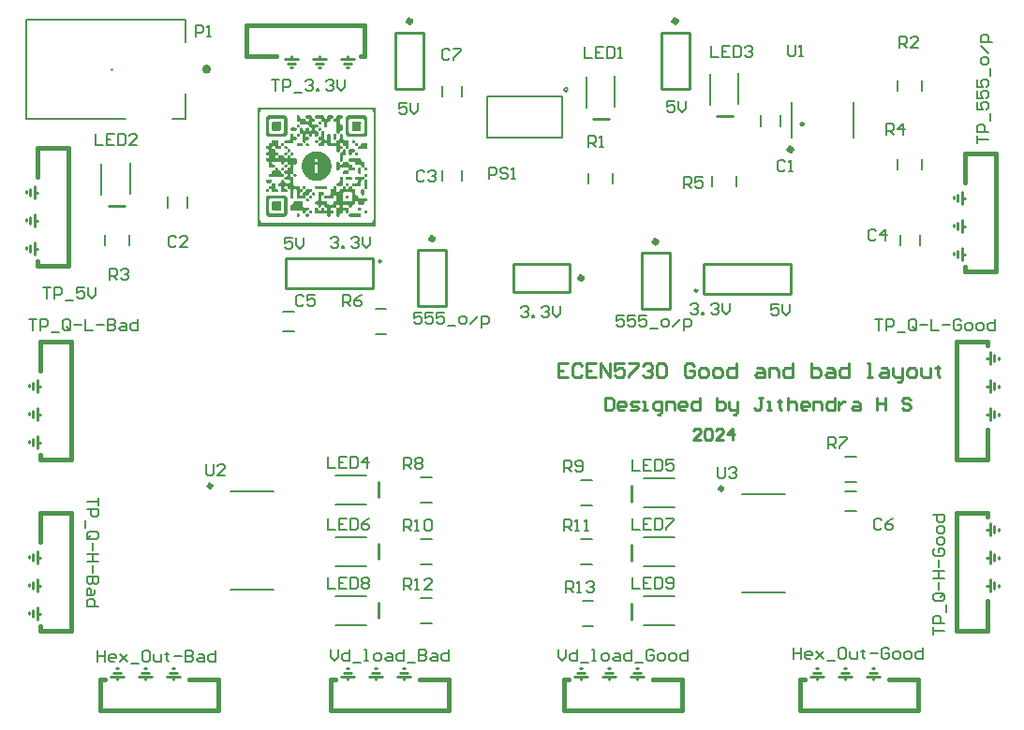
<source format=gto>
G04*
G04 #@! TF.GenerationSoftware,Altium Limited,Altium Designer,24.1.2 (44)*
G04*
G04 Layer_Color=65535*
%FSLAX44Y44*%
%MOMM*%
G71*
G04*
G04 #@! TF.SameCoordinates,F364B903-5596-4D6A-ADCC-369FF5D97E13*
G04*
G04*
G04 #@! TF.FilePolarity,Positive*
G04*
G01*
G75*
%ADD10C,0.5080*%
%ADD11C,0.2540*%
%ADD12C,0.1524*%
%ADD13C,0.4000*%
%ADD14C,0.3000*%
%ADD15C,0.3810*%
%ADD16C,0.1270*%
%ADD17C,0.2000*%
G36*
X320040Y441960D02*
X213360D01*
Y549526D01*
X320040D01*
Y441960D01*
D02*
G37*
%LPC*%
G36*
X314721Y547711D02*
X218510D01*
Y547669D01*
X218215D01*
Y547627D01*
X218046D01*
Y547585D01*
X217877D01*
Y547542D01*
X217750D01*
Y547500D01*
X217624D01*
Y547458D01*
X217539D01*
Y547416D01*
X217413D01*
Y547374D01*
X217328D01*
Y547331D01*
X217244D01*
Y547289D01*
X217159D01*
Y547247D01*
X217075D01*
Y547205D01*
X217033D01*
Y547162D01*
X216948D01*
Y547120D01*
X216864D01*
Y547078D01*
X216822D01*
Y547036D01*
X216737D01*
Y546994D01*
X216695D01*
Y546951D01*
X216611D01*
Y546909D01*
X216568D01*
Y546867D01*
X216526D01*
Y546825D01*
X216484D01*
Y546782D01*
X216442D01*
Y546740D01*
X216400D01*
Y546698D01*
X216357D01*
Y546656D01*
X216315D01*
Y546614D01*
X216273D01*
Y546571D01*
X216231D01*
Y546529D01*
X216189D01*
Y546487D01*
X216146D01*
Y546445D01*
X216104D01*
Y546403D01*
X216062D01*
Y546360D01*
X216020D01*
Y546318D01*
X215977D01*
Y546276D01*
X215935D01*
Y546191D01*
X215893D01*
Y546149D01*
X215851D01*
Y546107D01*
X215809D01*
Y546023D01*
X215766D01*
Y545938D01*
X215724D01*
Y545854D01*
X215682D01*
Y545812D01*
X215640D01*
Y545727D01*
X215597D01*
Y545643D01*
X215555D01*
Y545558D01*
X215513D01*
Y545474D01*
X215471D01*
Y545347D01*
X215429D01*
Y545263D01*
X215386D01*
Y545136D01*
X215344D01*
Y545009D01*
X215302D01*
Y544841D01*
X215260D01*
Y544630D01*
X215217D01*
Y544376D01*
X215175D01*
Y448208D01*
X215217D01*
Y447955D01*
X215260D01*
Y447744D01*
X215302D01*
Y447617D01*
X215344D01*
Y447448D01*
X215386D01*
Y447364D01*
X215429D01*
Y447237D01*
X215471D01*
Y447110D01*
X215513D01*
Y447026D01*
X215555D01*
Y446941D01*
X215597D01*
Y446857D01*
X215640D01*
Y446815D01*
X215682D01*
Y446730D01*
X215724D01*
Y446646D01*
X215766D01*
Y446604D01*
X215809D01*
Y446519D01*
X215851D01*
Y446477D01*
X215893D01*
Y446393D01*
X215935D01*
Y446351D01*
X215977D01*
Y446308D01*
X216020D01*
Y446266D01*
X216062D01*
Y446182D01*
X216104D01*
Y446139D01*
X216146D01*
Y446097D01*
X216189D01*
Y446055D01*
X216231D01*
Y446013D01*
X216273D01*
Y445970D01*
X216315D01*
Y445928D01*
X216357D01*
Y445886D01*
X216400D01*
Y445844D01*
X216442D01*
Y445802D01*
X216526D01*
Y445759D01*
X216568D01*
Y445717D01*
X216611D01*
Y445675D01*
X216653D01*
Y445633D01*
X216737D01*
Y445591D01*
X216779D01*
Y445548D01*
X216822D01*
Y445506D01*
X216906D01*
Y445464D01*
X216991D01*
Y445422D01*
X217033D01*
Y445379D01*
X217117D01*
Y445337D01*
X217202D01*
Y445295D01*
X217286D01*
Y445253D01*
X217370D01*
Y445211D01*
X217455D01*
Y445168D01*
X217582D01*
Y445126D01*
X217666D01*
Y445084D01*
X217835D01*
Y445042D01*
X217919D01*
Y445000D01*
X218130D01*
Y444957D01*
X218299D01*
Y444915D01*
X218848D01*
Y444873D01*
X314383D01*
Y444915D01*
X314890D01*
Y444957D01*
X315058D01*
Y445000D01*
X315270D01*
Y445042D01*
X315396D01*
Y445084D01*
X315523D01*
Y445126D01*
X315650D01*
Y445168D01*
X315734D01*
Y445211D01*
X315818D01*
Y445253D01*
X315903D01*
Y445295D01*
X316029D01*
Y445337D01*
X316072D01*
Y445379D01*
X316156D01*
Y445422D01*
X316241D01*
Y445464D01*
X316283D01*
Y445506D01*
X316367D01*
Y445548D01*
X316409D01*
Y445591D01*
X316494D01*
Y445633D01*
X316536D01*
Y445675D01*
X316578D01*
Y445717D01*
X316621D01*
Y445759D01*
X316705D01*
Y445802D01*
X316747D01*
Y445844D01*
X316789D01*
Y445886D01*
X316832D01*
Y445928D01*
X316874D01*
Y445970D01*
X316916D01*
Y446013D01*
X316958D01*
Y446055D01*
X317000D01*
Y446097D01*
X317043D01*
Y446139D01*
X317085D01*
Y446182D01*
X317127D01*
Y446224D01*
X317169D01*
Y446308D01*
X317211D01*
Y446351D01*
X317254D01*
Y446393D01*
X317296D01*
Y446435D01*
X317338D01*
Y446519D01*
X317380D01*
Y446604D01*
X317423D01*
Y446646D01*
X317465D01*
Y446730D01*
X317507D01*
Y446773D01*
X317549D01*
Y446857D01*
X317591D01*
Y446941D01*
X317634D01*
Y447026D01*
X317676D01*
Y447110D01*
X317718D01*
Y447237D01*
X317760D01*
Y447321D01*
X317803D01*
Y447448D01*
X317845D01*
Y447575D01*
X317887D01*
Y447701D01*
X317929D01*
Y447955D01*
X317971D01*
Y448124D01*
X318014D01*
Y544461D01*
X317971D01*
Y544672D01*
X317929D01*
Y544883D01*
X317887D01*
Y545009D01*
X317845D01*
Y545136D01*
X317803D01*
Y545263D01*
X317760D01*
Y545389D01*
X317718D01*
Y545516D01*
X317676D01*
Y545558D01*
X317634D01*
Y545643D01*
X317591D01*
Y545727D01*
X317549D01*
Y545812D01*
X317507D01*
Y545896D01*
X317465D01*
Y545938D01*
X317423D01*
Y546023D01*
X317380D01*
Y546065D01*
X317338D01*
Y546149D01*
X317296D01*
Y546191D01*
X317254D01*
Y546276D01*
X317211D01*
Y546318D01*
X317169D01*
Y546360D01*
X317127D01*
Y546403D01*
X317085D01*
Y546445D01*
X317043D01*
Y546487D01*
X317000D01*
Y546571D01*
X316958D01*
Y546614D01*
X316916D01*
Y546656D01*
X316832D01*
Y546698D01*
X316789D01*
Y546740D01*
X316747D01*
Y546782D01*
X316705D01*
Y546825D01*
X316663D01*
Y546867D01*
X316621D01*
Y546909D01*
X316578D01*
Y546951D01*
X316494D01*
Y546994D01*
X316452D01*
Y547036D01*
X316367D01*
Y547078D01*
X316325D01*
Y547120D01*
X316241D01*
Y547162D01*
X316198D01*
Y547205D01*
X316114D01*
Y547247D01*
X316029D01*
Y547289D01*
X315945D01*
Y547331D01*
X315861D01*
Y547374D01*
X315776D01*
Y547416D01*
X315650D01*
Y547458D01*
X315565D01*
Y547500D01*
X315481D01*
Y547542D01*
X315312D01*
Y547585D01*
X315143D01*
Y547627D01*
X314932D01*
Y547669D01*
X314721D01*
Y547711D01*
D02*
G37*
%LPD*%
G36*
X281117Y542096D02*
X281201D01*
Y542054D01*
X281286D01*
Y542012D01*
X281370D01*
Y541970D01*
X281412D01*
Y541928D01*
X281455D01*
Y541885D01*
X281497D01*
Y541843D01*
X281539D01*
Y541801D01*
X281581D01*
Y541759D01*
X281623D01*
Y541717D01*
X281666D01*
Y541674D01*
X281708D01*
Y541632D01*
X281750D01*
Y541506D01*
X281792D01*
Y541463D01*
X281835D01*
Y541252D01*
X281877D01*
Y540323D01*
X281835D01*
Y540112D01*
X281792D01*
Y540028D01*
X281750D01*
Y539901D01*
X281708D01*
Y539859D01*
X281666D01*
Y539817D01*
X281623D01*
Y539732D01*
X281581D01*
Y539690D01*
X281539D01*
Y539648D01*
X281497D01*
Y539606D01*
X281412D01*
Y539563D01*
X281370D01*
Y539521D01*
X281286D01*
Y539479D01*
X281159D01*
Y539437D01*
X281117D01*
Y539395D01*
X280146D01*
Y539352D01*
X279977D01*
Y539310D01*
X279766D01*
Y539268D01*
X279724D01*
Y539226D01*
X279639D01*
Y539184D01*
X279555D01*
Y539141D01*
X279513D01*
Y539099D01*
X279470D01*
Y539057D01*
X279428D01*
Y539015D01*
X279386D01*
Y538973D01*
X279344D01*
Y538930D01*
X279301D01*
Y538846D01*
X279259D01*
Y538804D01*
X279217D01*
Y538677D01*
X279175D01*
Y538593D01*
X279133D01*
Y538339D01*
X279090D01*
Y537411D01*
X279048D01*
Y537326D01*
X279006D01*
Y537199D01*
X278964D01*
Y537157D01*
X278922D01*
Y537073D01*
X278879D01*
Y537031D01*
X278837D01*
Y536946D01*
X278795D01*
Y536904D01*
X278753D01*
Y536862D01*
X278710D01*
Y536819D01*
X278668D01*
Y536777D01*
X278584D01*
Y536735D01*
X278499D01*
Y536693D01*
X278457D01*
Y536651D01*
X278288D01*
Y536608D01*
X278035D01*
Y536566D01*
X277106D01*
Y536524D01*
X277022D01*
Y536482D01*
X276895D01*
Y536440D01*
X276853D01*
Y536397D01*
X276811D01*
Y536355D01*
X276726D01*
Y536313D01*
X276684D01*
Y536271D01*
X276642D01*
Y536228D01*
X276600D01*
Y536186D01*
X276558D01*
Y536102D01*
X276515D01*
Y536060D01*
X276473D01*
Y535975D01*
X276431D01*
Y535891D01*
X276389D01*
Y535764D01*
X276346D01*
Y535257D01*
X276304D01*
Y534920D01*
X276346D01*
Y532176D01*
X276304D01*
Y531880D01*
X276262D01*
Y531711D01*
X276220D01*
Y531669D01*
X276178D01*
Y531585D01*
X276135D01*
Y531500D01*
X276093D01*
Y531458D01*
X276051D01*
Y531374D01*
X276009D01*
Y531331D01*
X275966D01*
Y531289D01*
X275924D01*
Y531247D01*
X275882D01*
Y531205D01*
X275798D01*
Y531162D01*
X275755D01*
Y531120D01*
X275629D01*
Y531078D01*
X275460D01*
Y531036D01*
X274404D01*
Y531078D01*
X274193D01*
Y531120D01*
X274151D01*
Y531162D01*
X274067D01*
Y531205D01*
X273982D01*
Y531289D01*
X273898D01*
Y531331D01*
X273856D01*
Y531416D01*
X273813D01*
Y531458D01*
X273771D01*
Y531500D01*
X273729D01*
Y531585D01*
X273687D01*
Y531627D01*
X273645D01*
Y531754D01*
X273602D01*
Y531880D01*
X273560D01*
Y535553D01*
X273518D01*
Y535806D01*
X273476D01*
Y535891D01*
X273433D01*
Y536017D01*
X273391D01*
Y536060D01*
X273349D01*
Y536144D01*
X273307D01*
Y536186D01*
X273265D01*
Y536228D01*
X273222D01*
Y536271D01*
X273180D01*
Y536313D01*
X273138D01*
Y536355D01*
X273053D01*
Y536397D01*
X273011D01*
Y536440D01*
X272969D01*
Y536482D01*
X272842D01*
Y536524D01*
X272758D01*
Y536566D01*
X271787D01*
Y536608D01*
X271576D01*
Y536651D01*
X271407D01*
Y536693D01*
X271365D01*
Y536735D01*
X271280D01*
Y536777D01*
X271238D01*
Y536819D01*
X271196D01*
Y536862D01*
X271112D01*
Y536946D01*
X271069D01*
Y536988D01*
X271027D01*
Y537031D01*
X270985D01*
Y537073D01*
X270943D01*
Y537115D01*
X270900D01*
Y537242D01*
X270858D01*
Y537326D01*
X270816D01*
Y537495D01*
X270774D01*
Y538424D01*
X270732D01*
Y538593D01*
X270689D01*
Y538719D01*
X270647D01*
Y538761D01*
X270605D01*
Y538846D01*
X270563D01*
Y538930D01*
X270521D01*
Y538973D01*
X270478D01*
Y539015D01*
X270436D01*
Y539057D01*
X270394D01*
Y539099D01*
X270352D01*
Y539141D01*
X270310D01*
Y539184D01*
X270225D01*
Y539226D01*
X270183D01*
Y539268D01*
X270098D01*
Y539310D01*
X269887D01*
Y539352D01*
X269718D01*
Y539395D01*
X266003D01*
Y539437D01*
X265877D01*
Y539479D01*
X265792D01*
Y539521D01*
X265708D01*
Y539563D01*
X265666D01*
Y539606D01*
X265623D01*
Y539648D01*
X265581D01*
Y539690D01*
X265539D01*
Y539732D01*
X265497D01*
Y539775D01*
X265455D01*
Y539817D01*
X265412D01*
Y539901D01*
X265370D01*
Y539944D01*
X265328D01*
Y540070D01*
X265286D01*
Y540155D01*
X265243D01*
Y540450D01*
X265201D01*
Y541168D01*
X265243D01*
Y541421D01*
X265286D01*
Y541506D01*
X265328D01*
Y541590D01*
X265370D01*
Y541632D01*
X265412D01*
Y541717D01*
X265455D01*
Y541759D01*
X265497D01*
Y541801D01*
X265539D01*
Y541843D01*
X265581D01*
Y541885D01*
X265623D01*
Y541928D01*
X265666D01*
Y541970D01*
X265708D01*
Y542012D01*
X265792D01*
Y542054D01*
X265877D01*
Y542096D01*
X266003D01*
Y542139D01*
X272758D01*
Y542096D01*
X272885D01*
Y542054D01*
X272969D01*
Y542012D01*
X273011D01*
Y541970D01*
X273096D01*
Y541928D01*
X273138D01*
Y541885D01*
X273180D01*
Y541843D01*
X273222D01*
Y541801D01*
X273265D01*
Y541759D01*
X273307D01*
Y541717D01*
X273349D01*
Y541632D01*
X273391D01*
Y541548D01*
X273433D01*
Y541463D01*
X273476D01*
Y541379D01*
X273518D01*
Y541210D01*
X273560D01*
Y540239D01*
X273602D01*
Y540112D01*
X273645D01*
Y539986D01*
X273687D01*
Y539944D01*
X273729D01*
Y539859D01*
X273771D01*
Y539817D01*
X273813D01*
Y539775D01*
X273856D01*
Y539690D01*
X273940D01*
Y539606D01*
X274025D01*
Y539563D01*
X274067D01*
Y539521D01*
X274109D01*
Y539479D01*
X274236D01*
Y539437D01*
X274320D01*
Y539395D01*
X275544D01*
Y539437D01*
X275629D01*
Y539479D01*
X275755D01*
Y539521D01*
X275798D01*
Y539563D01*
X275882D01*
Y539606D01*
X275924D01*
Y539648D01*
X275966D01*
Y539690D01*
X276009D01*
Y539732D01*
X276051D01*
Y539775D01*
X276093D01*
Y539859D01*
X276135D01*
Y539901D01*
X276178D01*
Y540028D01*
X276220D01*
Y540070D01*
X276262D01*
Y540197D01*
X276304D01*
Y540535D01*
X276346D01*
Y540957D01*
X276304D01*
Y541125D01*
X276346D01*
Y541337D01*
X276389D01*
Y541506D01*
X276431D01*
Y541548D01*
X276473D01*
Y541632D01*
X276515D01*
Y541674D01*
X276558D01*
Y541759D01*
X276600D01*
Y541801D01*
X276642D01*
Y541843D01*
X276684D01*
Y541885D01*
X276726D01*
Y541928D01*
X276811D01*
Y541970D01*
X276853D01*
Y542012D01*
X276937D01*
Y542054D01*
X277022D01*
Y542096D01*
X277106D01*
Y542139D01*
X281117D01*
Y542096D01*
D02*
G37*
G36*
X261655D02*
X261740D01*
Y542054D01*
X261824D01*
Y542012D01*
X261908D01*
Y541970D01*
X261951D01*
Y541928D01*
X261993D01*
Y541885D01*
X262077D01*
Y541801D01*
X262162D01*
Y541717D01*
X262204D01*
Y541674D01*
X262246D01*
Y541632D01*
X262288D01*
Y541548D01*
X262331D01*
Y541463D01*
X262373D01*
Y541337D01*
X262415D01*
Y540366D01*
X262457D01*
Y540239D01*
X262500D01*
Y540028D01*
X262542D01*
Y539986D01*
X262584D01*
Y539901D01*
X262626D01*
Y539817D01*
X262668D01*
Y539775D01*
X262711D01*
Y539732D01*
X262753D01*
Y539690D01*
X262795D01*
Y539648D01*
X262837D01*
Y539606D01*
X262879D01*
Y539563D01*
X262922D01*
Y539521D01*
X263006D01*
Y539479D01*
X263133D01*
Y539437D01*
X263217D01*
Y539395D01*
X264146D01*
Y539352D01*
X264357D01*
Y539310D01*
X264526D01*
Y539268D01*
X264610D01*
Y539226D01*
X264695D01*
Y539184D01*
X264737D01*
Y539141D01*
X264779D01*
Y539099D01*
X264821D01*
Y539057D01*
X264864D01*
Y539015D01*
X264906D01*
Y538973D01*
X264948D01*
Y538930D01*
X264990D01*
Y538888D01*
X265033D01*
Y538804D01*
X265075D01*
Y538761D01*
X265117D01*
Y538635D01*
X265159D01*
Y538508D01*
X265201D01*
Y537453D01*
X265159D01*
Y537326D01*
X265117D01*
Y537199D01*
X265075D01*
Y537157D01*
X265033D01*
Y537073D01*
X264990D01*
Y537031D01*
X264948D01*
Y536988D01*
X264906D01*
Y536946D01*
X264864D01*
Y536904D01*
X264821D01*
Y536862D01*
X264779D01*
Y536819D01*
X264737D01*
Y536777D01*
X264695D01*
Y536735D01*
X264610D01*
Y536693D01*
X264568D01*
Y536651D01*
X264399D01*
Y536608D01*
X264146D01*
Y536566D01*
X263217D01*
Y536524D01*
X263133D01*
Y536482D01*
X263006D01*
Y536440D01*
X262964D01*
Y536397D01*
X262879D01*
Y536355D01*
X262837D01*
Y536313D01*
X262795D01*
Y536271D01*
X262753D01*
Y536228D01*
X262711D01*
Y536186D01*
X262668D01*
Y536144D01*
X262626D01*
Y536060D01*
X262584D01*
Y535975D01*
X262542D01*
Y535933D01*
X262500D01*
Y535764D01*
X262457D01*
Y535553D01*
X262415D01*
Y534793D01*
X262457D01*
Y534666D01*
X262500D01*
Y534498D01*
X262542D01*
Y534413D01*
X262584D01*
Y534329D01*
X262626D01*
Y534286D01*
X262668D01*
Y534202D01*
X262711D01*
Y534160D01*
X262753D01*
Y534118D01*
X262795D01*
Y534076D01*
X262837D01*
Y534033D01*
X262879D01*
Y533991D01*
X262964D01*
Y533949D01*
X263006D01*
Y533907D01*
X263133D01*
Y533864D01*
X263217D01*
Y533822D01*
X266974D01*
Y533780D01*
X267143D01*
Y533738D01*
X267312D01*
Y533695D01*
X267397D01*
Y533653D01*
X267439D01*
Y533611D01*
X267523D01*
Y533569D01*
X267565D01*
Y533527D01*
X267650D01*
Y533442D01*
X267692D01*
Y533400D01*
X267734D01*
Y533358D01*
X267777D01*
Y533316D01*
X267819D01*
Y533273D01*
X267861D01*
Y533147D01*
X267903D01*
Y533062D01*
X267945D01*
Y532893D01*
X267988D01*
Y531922D01*
X267945D01*
Y531754D01*
X267903D01*
Y531711D01*
X267861D01*
Y531585D01*
X267819D01*
Y531543D01*
X267777D01*
Y531500D01*
X267734D01*
Y531416D01*
X267692D01*
Y531374D01*
X267650D01*
Y531331D01*
X267608D01*
Y531289D01*
X267565D01*
Y531247D01*
X267523D01*
Y531205D01*
X267439D01*
Y531162D01*
X267397D01*
Y531120D01*
X267312D01*
Y531078D01*
X267143D01*
Y531036D01*
X266172D01*
Y530994D01*
X265919D01*
Y530951D01*
X265835D01*
Y530909D01*
X265750D01*
Y530867D01*
X265666D01*
Y530825D01*
X265623D01*
Y530783D01*
X265581D01*
Y530740D01*
X265539D01*
Y530698D01*
X265497D01*
Y530656D01*
X265455D01*
Y530572D01*
X265412D01*
Y530529D01*
X265370D01*
Y530487D01*
X265328D01*
Y530360D01*
X265286D01*
Y530276D01*
X265243D01*
Y530023D01*
X265201D01*
Y529305D01*
X265243D01*
Y529010D01*
X265286D01*
Y528925D01*
X265328D01*
Y528841D01*
X265370D01*
Y528798D01*
X265412D01*
Y528714D01*
X265455D01*
Y528672D01*
X265497D01*
Y528630D01*
X265539D01*
Y528587D01*
X265581D01*
Y528545D01*
X265623D01*
Y528461D01*
X265708D01*
Y528419D01*
X265750D01*
Y528376D01*
X265835D01*
Y528334D01*
X266003D01*
Y528292D01*
X266130D01*
Y528250D01*
X267143D01*
Y528207D01*
X267228D01*
Y528165D01*
X267397D01*
Y528123D01*
X267439D01*
Y528081D01*
X267481D01*
Y528039D01*
X267565D01*
Y527996D01*
X267608D01*
Y527954D01*
X267650D01*
Y527912D01*
X267692D01*
Y527870D01*
X267734D01*
Y527827D01*
X267777D01*
Y527743D01*
X267819D01*
Y527701D01*
X267861D01*
Y527616D01*
X267903D01*
Y527490D01*
X267945D01*
Y527363D01*
X267988D01*
Y523564D01*
X267945D01*
Y523437D01*
X267903D01*
Y523353D01*
X267861D01*
Y523268D01*
X267819D01*
Y523184D01*
X267777D01*
Y523142D01*
X267734D01*
Y523057D01*
X267692D01*
Y523015D01*
X267650D01*
Y522973D01*
X267565D01*
Y522888D01*
X267481D01*
Y522846D01*
X267439D01*
Y522804D01*
X267354D01*
Y522761D01*
X267185D01*
Y522719D01*
X267059D01*
Y522677D01*
X266130D01*
Y522719D01*
X266003D01*
Y522761D01*
X265835D01*
Y522804D01*
X265750D01*
Y522846D01*
X265708D01*
Y522888D01*
X265666D01*
Y522930D01*
X265623D01*
Y522973D01*
X265539D01*
Y523057D01*
X265497D01*
Y523099D01*
X265455D01*
Y523142D01*
X265412D01*
Y523184D01*
X265370D01*
Y523268D01*
X265328D01*
Y523395D01*
X265286D01*
Y523437D01*
X265243D01*
Y523690D01*
X265201D01*
Y524577D01*
X265159D01*
Y524746D01*
X265117D01*
Y524830D01*
X265075D01*
Y524915D01*
X265033D01*
Y524999D01*
X264990D01*
Y525041D01*
X264948D01*
Y525083D01*
X264906D01*
Y525126D01*
X264864D01*
Y525168D01*
X264821D01*
Y525210D01*
X264779D01*
Y525252D01*
X264737D01*
Y525294D01*
X264653D01*
Y525337D01*
X264568D01*
Y525379D01*
X264526D01*
Y525421D01*
X264230D01*
Y525463D01*
X263386D01*
Y525421D01*
X263133D01*
Y525379D01*
X263048D01*
Y525337D01*
X262964D01*
Y525294D01*
X262922D01*
Y525252D01*
X262837D01*
Y525210D01*
X262795D01*
Y525168D01*
X262753D01*
Y525126D01*
X262711D01*
Y525041D01*
X262668D01*
Y524999D01*
X262626D01*
Y524957D01*
X262584D01*
Y524872D01*
X262542D01*
Y524830D01*
X262500D01*
Y524619D01*
X262457D01*
Y524450D01*
X262415D01*
Y523521D01*
X262373D01*
Y523395D01*
X262331D01*
Y523310D01*
X262288D01*
Y523226D01*
X262246D01*
Y523184D01*
X262204D01*
Y523099D01*
X262162D01*
Y523057D01*
X262120D01*
Y523015D01*
X262077D01*
Y522973D01*
X262035D01*
Y522930D01*
X261993D01*
Y522888D01*
X261908D01*
Y522846D01*
X261866D01*
Y522804D01*
X261782D01*
Y522761D01*
X261655D01*
Y522719D01*
X261528D01*
Y522677D01*
X260600D01*
Y522719D01*
X260389D01*
Y522761D01*
X260304D01*
Y522804D01*
X260220D01*
Y522846D01*
X260178D01*
Y522888D01*
X260093D01*
Y522930D01*
X260051D01*
Y522973D01*
X260009D01*
Y523015D01*
X259967D01*
Y523057D01*
X259924D01*
Y523099D01*
X259882D01*
Y523142D01*
X259840D01*
Y523226D01*
X259798D01*
Y523268D01*
X259755D01*
Y523437D01*
X259713D01*
Y523479D01*
X259671D01*
Y524408D01*
X259629D01*
Y524619D01*
X259587D01*
Y524788D01*
X259544D01*
Y524872D01*
X259502D01*
Y524915D01*
X259460D01*
Y524999D01*
X259418D01*
Y525041D01*
X259375D01*
Y525083D01*
X259333D01*
Y525126D01*
X259291D01*
Y525210D01*
X259249D01*
Y525252D01*
X259164D01*
Y525294D01*
X259122D01*
Y525337D01*
X259038D01*
Y525379D01*
X258953D01*
Y525421D01*
X258742D01*
Y525463D01*
X257813D01*
Y525421D01*
X257560D01*
Y525379D01*
X257476D01*
Y525337D01*
X257391D01*
Y525294D01*
X257349D01*
Y525252D01*
X257307D01*
Y525210D01*
X257265D01*
Y525168D01*
X257222D01*
Y525126D01*
X257180D01*
Y525083D01*
X257138D01*
Y525041D01*
X257096D01*
Y524999D01*
X257054D01*
Y524915D01*
X257011D01*
Y524830D01*
X256969D01*
Y524788D01*
X256927D01*
Y524535D01*
X256885D01*
Y523564D01*
X256927D01*
Y523353D01*
X256969D01*
Y523310D01*
X257011D01*
Y523226D01*
X257054D01*
Y523184D01*
X257096D01*
Y523099D01*
X257138D01*
Y523057D01*
X257180D01*
Y523015D01*
X257222D01*
Y522973D01*
X257265D01*
Y522930D01*
X257307D01*
Y522888D01*
X257391D01*
Y522846D01*
X257434D01*
Y522804D01*
X257518D01*
Y522761D01*
X257645D01*
Y522719D01*
X257813D01*
Y522677D01*
X258827D01*
Y522635D01*
X258911D01*
Y522593D01*
X259038D01*
Y522551D01*
X259122D01*
Y522508D01*
X259207D01*
Y522466D01*
X259249D01*
Y522424D01*
X259291D01*
Y522382D01*
X259333D01*
Y522339D01*
X259375D01*
Y522297D01*
X259418D01*
Y522255D01*
X259460D01*
Y522170D01*
X259502D01*
Y522128D01*
X259544D01*
Y522002D01*
X259587D01*
Y521917D01*
X259629D01*
Y521748D01*
X259671D01*
Y520946D01*
X259629D01*
Y520777D01*
X259587D01*
Y520651D01*
X259544D01*
Y520524D01*
X259502D01*
Y520482D01*
X259460D01*
Y520397D01*
X259418D01*
Y520355D01*
X259375D01*
Y520313D01*
X259333D01*
Y520229D01*
X259249D01*
Y520144D01*
X259164D01*
Y520102D01*
X259122D01*
Y520060D01*
X259038D01*
Y520018D01*
X258953D01*
Y519975D01*
X258785D01*
Y519933D01*
X257856D01*
Y519891D01*
X257687D01*
Y519849D01*
X257518D01*
Y519806D01*
X257434D01*
Y519764D01*
X257349D01*
Y519722D01*
X257307D01*
Y519680D01*
X257265D01*
Y519638D01*
X257222D01*
Y519595D01*
X257180D01*
Y519553D01*
X257138D01*
Y519511D01*
X257096D01*
Y519426D01*
X257054D01*
Y519384D01*
X257011D01*
Y519300D01*
X256969D01*
Y519258D01*
X256927D01*
Y519004D01*
X256885D01*
Y518202D01*
X256842D01*
Y517907D01*
X256800D01*
Y517822D01*
X256758D01*
Y517738D01*
X256716D01*
Y517653D01*
X256674D01*
Y517611D01*
X256632D01*
Y517527D01*
X256589D01*
Y517485D01*
X256547D01*
Y517442D01*
X256505D01*
Y517400D01*
X256420D01*
Y517358D01*
X256378D01*
Y517316D01*
X256336D01*
Y517273D01*
X256294D01*
Y517231D01*
X256125D01*
Y517189D01*
X255956D01*
Y517147D01*
X254985D01*
Y517189D01*
X254816D01*
Y517231D01*
X254690D01*
Y517273D01*
X254647D01*
Y517316D01*
X254563D01*
Y517358D01*
X254521D01*
Y517400D01*
X254478D01*
Y517442D01*
X254436D01*
Y517485D01*
X254394D01*
Y517527D01*
X254352D01*
Y517569D01*
X254310D01*
Y517653D01*
X254267D01*
Y517696D01*
X254225D01*
Y517738D01*
X254183D01*
Y517864D01*
X254141D01*
Y517949D01*
X254098D01*
Y524535D01*
X254056D01*
Y524703D01*
X254014D01*
Y524830D01*
X253972D01*
Y524915D01*
X253930D01*
Y524957D01*
X253887D01*
Y525041D01*
X253845D01*
Y525083D01*
X253803D01*
Y525126D01*
X253761D01*
Y525168D01*
X253719D01*
Y525210D01*
X253676D01*
Y525252D01*
X253634D01*
Y525294D01*
X253550D01*
Y525337D01*
X253465D01*
Y525379D01*
X253423D01*
Y525421D01*
X253127D01*
Y525463D01*
X252283D01*
Y525506D01*
X252072D01*
Y525548D01*
X251945D01*
Y525590D01*
X251903D01*
Y525632D01*
X251819D01*
Y525675D01*
X251777D01*
Y525717D01*
X251692D01*
Y525759D01*
X251650D01*
Y525801D01*
X251608D01*
Y525843D01*
X251565D01*
Y525928D01*
X251523D01*
Y525970D01*
X251481D01*
Y526012D01*
X251439D01*
Y526139D01*
X251397D01*
Y526181D01*
X251355D01*
Y526434D01*
X251312D01*
Y530065D01*
X251355D01*
Y530318D01*
X251397D01*
Y530403D01*
X251439D01*
Y530487D01*
X251481D01*
Y530529D01*
X251523D01*
Y530614D01*
X251565D01*
Y530656D01*
X251608D01*
Y530698D01*
X251650D01*
Y530740D01*
X251692D01*
Y530783D01*
X251734D01*
Y530825D01*
X251777D01*
Y530867D01*
X251861D01*
Y530909D01*
X251945D01*
Y530951D01*
X251988D01*
Y530994D01*
X252241D01*
Y531036D01*
X253127D01*
Y530994D01*
X253381D01*
Y530951D01*
X253465D01*
Y530909D01*
X253550D01*
Y530867D01*
X253634D01*
Y530825D01*
X253676D01*
Y530783D01*
X253719D01*
Y530740D01*
X253761D01*
Y530698D01*
X253803D01*
Y530656D01*
X253845D01*
Y530614D01*
X253887D01*
Y530529D01*
X253930D01*
Y530487D01*
X253972D01*
Y530403D01*
X254014D01*
Y530276D01*
X254056D01*
Y530149D01*
X254098D01*
Y529136D01*
X254141D01*
Y529010D01*
X254183D01*
Y528883D01*
X254225D01*
Y528841D01*
X254267D01*
Y528756D01*
X254310D01*
Y528672D01*
X254352D01*
Y528630D01*
X254394D01*
Y528587D01*
X254436D01*
Y528545D01*
X254478D01*
Y528503D01*
X254521D01*
Y528461D01*
X254605D01*
Y528419D01*
X254647D01*
Y528376D01*
X254732D01*
Y528334D01*
X254858D01*
Y528292D01*
X254985D01*
Y528250D01*
X255956D01*
Y528292D01*
X256083D01*
Y528334D01*
X256209D01*
Y528376D01*
X256294D01*
Y528419D01*
X256336D01*
Y528461D01*
X256420D01*
Y528503D01*
X256463D01*
Y528545D01*
X256505D01*
Y528587D01*
X256547D01*
Y528630D01*
X256589D01*
Y528672D01*
X256632D01*
Y528714D01*
X256674D01*
Y528756D01*
X256716D01*
Y528883D01*
X256758D01*
Y528925D01*
X256800D01*
Y529010D01*
X256842D01*
Y529305D01*
X256885D01*
Y530149D01*
X256927D01*
Y530360D01*
X256969D01*
Y530403D01*
X257011D01*
Y530487D01*
X257054D01*
Y530572D01*
X257096D01*
Y530614D01*
X257138D01*
Y530656D01*
X257180D01*
Y530698D01*
X257222D01*
Y530740D01*
X257265D01*
Y530783D01*
X257307D01*
Y530825D01*
X257349D01*
Y530867D01*
X257391D01*
Y530909D01*
X257476D01*
Y530951D01*
X257560D01*
Y530994D01*
X257856D01*
Y531036D01*
X258742D01*
Y530994D01*
X258953D01*
Y530951D01*
X259038D01*
Y530909D01*
X259122D01*
Y530867D01*
X259164D01*
Y530825D01*
X259207D01*
Y530783D01*
X259249D01*
Y530740D01*
X259291D01*
Y530698D01*
X259333D01*
Y530656D01*
X259375D01*
Y530614D01*
X259418D01*
Y530572D01*
X259460D01*
Y530487D01*
X259502D01*
Y530445D01*
X259544D01*
Y530360D01*
X259587D01*
Y530234D01*
X259629D01*
Y529981D01*
X259671D01*
Y529052D01*
X259713D01*
Y528967D01*
X259755D01*
Y528841D01*
X259798D01*
Y528798D01*
X259840D01*
Y528756D01*
X259882D01*
Y528672D01*
X259924D01*
Y528630D01*
X259967D01*
Y528587D01*
X260009D01*
Y528545D01*
X260051D01*
Y528503D01*
X260093D01*
Y528461D01*
X260135D01*
Y528419D01*
X260220D01*
Y528376D01*
X260304D01*
Y528334D01*
X260389D01*
Y528292D01*
X260600D01*
Y528250D01*
X261528D01*
Y528292D01*
X261655D01*
Y528334D01*
X261782D01*
Y528376D01*
X261866D01*
Y528419D01*
X261908D01*
Y528461D01*
X261993D01*
Y528503D01*
X262035D01*
Y528545D01*
X262077D01*
Y528587D01*
X262120D01*
Y528630D01*
X262162D01*
Y528672D01*
X262204D01*
Y528756D01*
X262246D01*
Y528798D01*
X262288D01*
Y528883D01*
X262331D01*
Y528967D01*
X262373D01*
Y529094D01*
X262415D01*
Y530192D01*
X262373D01*
Y530360D01*
X262331D01*
Y530403D01*
X262288D01*
Y530487D01*
X262246D01*
Y530572D01*
X262204D01*
Y530614D01*
X262162D01*
Y530656D01*
X262120D01*
Y530698D01*
X262077D01*
Y530783D01*
X261993D01*
Y530825D01*
X261951D01*
Y530867D01*
X261908D01*
Y530909D01*
X261824D01*
Y530951D01*
X261740D01*
Y530994D01*
X261486D01*
Y531036D01*
X260515D01*
Y531078D01*
X260304D01*
Y531120D01*
X260262D01*
Y531162D01*
X260178D01*
Y531205D01*
X260093D01*
Y531247D01*
X260051D01*
Y531289D01*
X260009D01*
Y531331D01*
X259967D01*
Y531374D01*
X259924D01*
Y531416D01*
X259882D01*
Y531500D01*
X259840D01*
Y531585D01*
X259798D01*
Y531627D01*
X259755D01*
Y531754D01*
X259713D01*
Y531838D01*
X259671D01*
Y532767D01*
X259629D01*
Y532978D01*
X259587D01*
Y533105D01*
X259544D01*
Y533189D01*
X259502D01*
Y533273D01*
X259460D01*
Y533358D01*
X259418D01*
Y533400D01*
X259375D01*
Y533442D01*
X259333D01*
Y533484D01*
X259291D01*
Y533527D01*
X259249D01*
Y533569D01*
X259207D01*
Y533611D01*
X259122D01*
Y533653D01*
X259038D01*
Y533695D01*
X258996D01*
Y533738D01*
X258827D01*
Y533780D01*
X258573D01*
Y533822D01*
X252072D01*
Y533864D01*
X252030D01*
Y533907D01*
X251903D01*
Y533949D01*
X251819D01*
Y533991D01*
X251777D01*
Y534033D01*
X251734D01*
Y534076D01*
X251692D01*
Y534118D01*
X251608D01*
Y534160D01*
X251565D01*
Y534244D01*
X251523D01*
Y534286D01*
X251481D01*
Y534371D01*
X251439D01*
Y534498D01*
X251397D01*
Y534540D01*
X251355D01*
Y534793D01*
X251312D01*
Y535680D01*
X251270D01*
Y535849D01*
X251228D01*
Y535933D01*
X251186D01*
Y536017D01*
X251143D01*
Y536102D01*
X251101D01*
Y536144D01*
X251059D01*
Y536186D01*
X251017D01*
Y536228D01*
X250975D01*
Y536271D01*
X250932D01*
Y536313D01*
X250890D01*
Y536355D01*
X250848D01*
Y536397D01*
X250806D01*
Y536440D01*
X250721D01*
Y536482D01*
X250637D01*
Y536524D01*
X250552D01*
Y536566D01*
X249624D01*
Y536608D01*
X249370D01*
Y536651D01*
X249201D01*
Y536693D01*
X249117D01*
Y536735D01*
X249033D01*
Y536777D01*
X248990D01*
Y536819D01*
X248948D01*
Y536862D01*
X248906D01*
Y536904D01*
X248864D01*
Y536946D01*
X248822D01*
Y536988D01*
X248779D01*
Y537031D01*
X248737D01*
Y537115D01*
X248695D01*
Y537157D01*
X248653D01*
Y537242D01*
X248610D01*
Y537368D01*
X248568D01*
Y537537D01*
X248526D01*
Y541252D01*
X248568D01*
Y541379D01*
X248610D01*
Y541506D01*
X248653D01*
Y541548D01*
X248695D01*
Y541632D01*
X248737D01*
Y541717D01*
X248779D01*
Y541759D01*
X248822D01*
Y541801D01*
X248864D01*
Y541843D01*
X248906D01*
Y541885D01*
X248948D01*
Y541928D01*
X248990D01*
Y541970D01*
X249033D01*
Y542012D01*
X249117D01*
Y542054D01*
X249201D01*
Y542096D01*
X249328D01*
Y542139D01*
X250468D01*
Y542096D01*
X250637D01*
Y542054D01*
X250721D01*
Y542012D01*
X250806D01*
Y541970D01*
X250848D01*
Y541928D01*
X250890D01*
Y541885D01*
X250932D01*
Y541843D01*
X250975D01*
Y541801D01*
X251017D01*
Y541759D01*
X251059D01*
Y541717D01*
X251101D01*
Y541674D01*
X251143D01*
Y541590D01*
X251186D01*
Y541506D01*
X251228D01*
Y541421D01*
X251270D01*
Y541252D01*
X251312D01*
Y540408D01*
X251355D01*
Y540112D01*
X251397D01*
Y540070D01*
X251439D01*
Y539944D01*
X251481D01*
Y539859D01*
X251523D01*
Y539817D01*
X251565D01*
Y539775D01*
X251608D01*
Y539732D01*
X251650D01*
Y539690D01*
X251692D01*
Y539648D01*
X251734D01*
Y539606D01*
X251777D01*
Y539563D01*
X251819D01*
Y539521D01*
X251903D01*
Y539479D01*
X251988D01*
Y539437D01*
X252072D01*
Y539395D01*
X255829D01*
Y539352D01*
X255998D01*
Y539310D01*
X256209D01*
Y539268D01*
X256294D01*
Y539226D01*
X256378D01*
Y539184D01*
X256420D01*
Y539141D01*
X256463D01*
Y539099D01*
X256505D01*
Y539057D01*
X256547D01*
Y539015D01*
X256589D01*
Y538973D01*
X256632D01*
Y538888D01*
X256674D01*
Y538846D01*
X256716D01*
Y538761D01*
X256758D01*
Y538719D01*
X256800D01*
Y538593D01*
X256842D01*
Y538297D01*
X256885D01*
Y537453D01*
X256927D01*
Y537284D01*
X256969D01*
Y537199D01*
X257011D01*
Y537157D01*
X257054D01*
Y537073D01*
X257096D01*
Y536988D01*
X257138D01*
Y536946D01*
X257222D01*
Y536862D01*
X257307D01*
Y536819D01*
X257349D01*
Y536777D01*
X257391D01*
Y536735D01*
X257476D01*
Y536693D01*
X257518D01*
Y536651D01*
X257729D01*
Y536608D01*
X257940D01*
Y536566D01*
X258573D01*
Y536608D01*
X258827D01*
Y536651D01*
X258996D01*
Y536693D01*
X259080D01*
Y536735D01*
X259122D01*
Y536777D01*
X259207D01*
Y536819D01*
X259249D01*
Y536862D01*
X259291D01*
Y536904D01*
X259333D01*
Y536946D01*
X259375D01*
Y537031D01*
X259418D01*
Y537073D01*
X259460D01*
Y537115D01*
X259502D01*
Y537199D01*
X259544D01*
Y537326D01*
X259587D01*
Y537411D01*
X259629D01*
Y537622D01*
X259671D01*
Y538339D01*
X259629D01*
Y538550D01*
X259587D01*
Y538677D01*
X259544D01*
Y538804D01*
X259502D01*
Y538846D01*
X259460D01*
Y538930D01*
X259418D01*
Y538973D01*
X259375D01*
Y539015D01*
X259333D01*
Y539057D01*
X259291D01*
Y539099D01*
X259249D01*
Y539141D01*
X259207D01*
Y539184D01*
X259122D01*
Y539226D01*
X259080D01*
Y539268D01*
X258996D01*
Y539310D01*
X258827D01*
Y539352D01*
X258573D01*
Y539395D01*
X257645D01*
Y539437D01*
X257560D01*
Y539479D01*
X257434D01*
Y539521D01*
X257391D01*
Y539563D01*
X257349D01*
Y539606D01*
X257265D01*
Y539648D01*
X257222D01*
Y539690D01*
X257180D01*
Y539732D01*
X257138D01*
Y539817D01*
X257096D01*
Y539859D01*
X257054D01*
Y539901D01*
X257011D01*
Y540028D01*
X256969D01*
Y540070D01*
X256927D01*
Y540281D01*
X256885D01*
Y540619D01*
X256842D01*
Y540703D01*
X256885D01*
Y541252D01*
X256927D01*
Y541463D01*
X256969D01*
Y541548D01*
X257011D01*
Y541632D01*
X257054D01*
Y541674D01*
X257096D01*
Y541717D01*
X257138D01*
Y541801D01*
X257180D01*
Y541843D01*
X257222D01*
Y541885D01*
X257265D01*
Y541928D01*
X257349D01*
Y541970D01*
X257391D01*
Y542012D01*
X257476D01*
Y542054D01*
X257560D01*
Y542096D01*
X257645D01*
Y542139D01*
X261655D01*
Y542096D01*
D02*
G37*
G36*
X270014Y536524D02*
X270098D01*
Y536482D01*
X270183D01*
Y536440D01*
X270267D01*
Y536397D01*
X270310D01*
Y536355D01*
X270352D01*
Y536313D01*
X270394D01*
Y536271D01*
X270436D01*
Y536228D01*
X270478D01*
Y536186D01*
X270521D01*
Y536144D01*
X270563D01*
Y536102D01*
X270605D01*
Y535975D01*
X270647D01*
Y535933D01*
X270689D01*
Y535806D01*
X270732D01*
Y535680D01*
X270774D01*
Y534751D01*
X270732D01*
Y534624D01*
X270689D01*
Y534455D01*
X270647D01*
Y534413D01*
X270605D01*
Y534286D01*
X270563D01*
Y534244D01*
X270521D01*
Y534202D01*
X270478D01*
Y534118D01*
X270394D01*
Y534076D01*
X270352D01*
Y534033D01*
X270310D01*
Y533991D01*
X270267D01*
Y533949D01*
X270183D01*
Y533907D01*
X270056D01*
Y533864D01*
X269972D01*
Y533822D01*
X268790D01*
Y533864D01*
X268663D01*
Y533907D01*
X268579D01*
Y533949D01*
X268494D01*
Y533991D01*
X268452D01*
Y534033D01*
X268410D01*
Y534076D01*
X268368D01*
Y534118D01*
X268325D01*
Y534160D01*
X268283D01*
Y534202D01*
X268241D01*
Y534244D01*
X268199D01*
Y534286D01*
X268157D01*
Y534413D01*
X268114D01*
Y534455D01*
X268072D01*
Y534582D01*
X268030D01*
Y534709D01*
X267988D01*
Y534793D01*
Y534835D01*
Y535722D01*
X268030D01*
Y535806D01*
X268072D01*
Y535975D01*
X268114D01*
Y536017D01*
X268157D01*
Y536102D01*
X268199D01*
Y536144D01*
X268241D01*
Y536186D01*
X268283D01*
Y536271D01*
X268368D01*
Y536313D01*
X268410D01*
Y536355D01*
X268452D01*
Y536397D01*
X268494D01*
Y536440D01*
X268579D01*
Y536482D01*
X268663D01*
Y536524D01*
X268748D01*
Y536566D01*
X270014D01*
Y536524D01*
D02*
G37*
G36*
X250299Y533780D02*
X250426D01*
Y533738D01*
X250637D01*
Y533695D01*
X250721D01*
Y533653D01*
X250806D01*
Y533611D01*
X250848D01*
Y533569D01*
X250890D01*
Y533527D01*
X250932D01*
Y533484D01*
X250975D01*
Y533442D01*
X251017D01*
Y533400D01*
X251059D01*
Y533358D01*
X251101D01*
Y533316D01*
X251143D01*
Y533231D01*
X251186D01*
Y533147D01*
X251228D01*
Y533062D01*
X251270D01*
Y532851D01*
X251312D01*
Y531965D01*
X251270D01*
Y531754D01*
X251228D01*
Y531669D01*
X251186D01*
Y531627D01*
X251143D01*
Y531543D01*
X251101D01*
Y531500D01*
X251059D01*
Y531416D01*
X251017D01*
Y531374D01*
X250975D01*
Y531331D01*
X250932D01*
Y531289D01*
X250890D01*
Y531247D01*
X250848D01*
Y531205D01*
X250806D01*
Y531162D01*
X250721D01*
Y531120D01*
X250637D01*
Y531078D01*
X250468D01*
Y531036D01*
X249370D01*
Y531078D01*
X249201D01*
Y531120D01*
X249117D01*
Y531162D01*
X249075D01*
Y531205D01*
X248990D01*
Y531247D01*
X248948D01*
Y531289D01*
X248906D01*
Y531331D01*
X248864D01*
Y531374D01*
X248822D01*
Y531458D01*
X248779D01*
Y531500D01*
X248737D01*
Y531543D01*
X248695D01*
Y531627D01*
X248653D01*
Y531669D01*
X248610D01*
Y531838D01*
X248568D01*
Y531922D01*
X248526D01*
Y532724D01*
Y532767D01*
Y532893D01*
X248568D01*
Y533020D01*
X248610D01*
Y533147D01*
X248653D01*
Y533231D01*
X248695D01*
Y533273D01*
X248737D01*
Y533358D01*
X248779D01*
Y533400D01*
X248822D01*
Y533442D01*
X248864D01*
Y533484D01*
X248906D01*
Y533527D01*
X248948D01*
Y533569D01*
X248990D01*
Y533611D01*
X249033D01*
Y533653D01*
X249117D01*
Y533695D01*
X249201D01*
Y533738D01*
X249370D01*
Y533780D01*
X249666D01*
Y533822D01*
X250299D01*
Y533780D01*
D02*
G37*
G36*
X269803Y530994D02*
X270098D01*
Y530951D01*
X270141D01*
Y530909D01*
X270225D01*
Y530867D01*
X270310D01*
Y530825D01*
X270352D01*
Y530783D01*
X270394D01*
Y530740D01*
X270436D01*
Y530698D01*
X270478D01*
Y530656D01*
X270521D01*
Y530572D01*
X270563D01*
Y530529D01*
X270605D01*
Y530445D01*
X270647D01*
Y530403D01*
X270689D01*
Y530276D01*
X270732D01*
Y530107D01*
X270774D01*
Y529221D01*
X270732D01*
Y529052D01*
X270689D01*
Y528925D01*
X270647D01*
Y528841D01*
X270605D01*
Y528756D01*
X270563D01*
Y528714D01*
X270521D01*
Y528672D01*
X270478D01*
Y528587D01*
X270436D01*
Y528545D01*
X270352D01*
Y528461D01*
X270267D01*
Y528419D01*
X270225D01*
Y528376D01*
X270098D01*
Y528334D01*
X269972D01*
Y528292D01*
X269845D01*
Y528250D01*
X268874D01*
Y528292D01*
X268748D01*
Y528334D01*
X268621D01*
Y528376D01*
X268536D01*
Y528419D01*
X268494D01*
Y528461D01*
X268410D01*
Y528503D01*
X268368D01*
Y528545D01*
X268325D01*
Y528587D01*
X268283D01*
Y528672D01*
X268241D01*
Y528714D01*
X268199D01*
Y528756D01*
X268157D01*
Y528841D01*
X268114D01*
Y528883D01*
X268072D01*
Y529052D01*
X268030D01*
Y529136D01*
X267988D01*
Y530107D01*
X268030D01*
Y530276D01*
X268072D01*
Y530403D01*
X268114D01*
Y530445D01*
X268157D01*
Y530529D01*
X268199D01*
Y530572D01*
X268241D01*
Y530614D01*
X268283D01*
Y530698D01*
X268325D01*
Y530740D01*
X268368D01*
Y530783D01*
X268410D01*
Y530825D01*
X268452D01*
Y530867D01*
X268494D01*
Y530909D01*
X268621D01*
Y530951D01*
X268663D01*
Y530994D01*
X268959D01*
Y531036D01*
X269803D01*
Y530994D01*
D02*
G37*
G36*
X247597D02*
X247850D01*
Y530951D01*
X247893D01*
Y530909D01*
X247977D01*
Y530867D01*
X248062D01*
Y530825D01*
X248104D01*
Y530783D01*
X248146D01*
Y530740D01*
X248188D01*
Y530698D01*
X248230D01*
Y530656D01*
X248273D01*
Y530614D01*
X248315D01*
Y530529D01*
X248357D01*
Y530487D01*
X248399D01*
Y530403D01*
X248442D01*
Y530318D01*
X248484D01*
Y530192D01*
X248526D01*
Y529094D01*
X248484D01*
Y529010D01*
X248442D01*
Y528925D01*
X248399D01*
Y528798D01*
X248357D01*
Y528756D01*
X248315D01*
Y528714D01*
X248273D01*
Y528630D01*
X248230D01*
Y528587D01*
X248188D01*
Y528545D01*
X248146D01*
Y528503D01*
X248104D01*
Y528461D01*
X248019D01*
Y528419D01*
X247977D01*
Y528376D01*
X247893D01*
Y528334D01*
X247766D01*
Y528292D01*
X247639D01*
Y528250D01*
X243882D01*
Y528292D01*
X243756D01*
Y528334D01*
X243629D01*
Y528376D01*
X243502D01*
Y528419D01*
X243460D01*
Y528461D01*
X243418D01*
Y528503D01*
X243376D01*
Y528545D01*
X243333D01*
Y528587D01*
X243291D01*
Y528630D01*
X243249D01*
Y528672D01*
X243207D01*
Y528714D01*
X243165D01*
Y528798D01*
X243122D01*
Y528883D01*
X243080D01*
Y528925D01*
X243038D01*
Y529094D01*
X242996D01*
Y529305D01*
X242953D01*
Y530023D01*
X242996D01*
Y530192D01*
X243038D01*
Y530360D01*
X243080D01*
Y530445D01*
X243122D01*
Y530487D01*
X243165D01*
Y530572D01*
X243207D01*
Y530614D01*
X243249D01*
Y530656D01*
X243291D01*
Y530698D01*
X243333D01*
Y530783D01*
X243418D01*
Y530825D01*
X243460D01*
Y530867D01*
X243502D01*
Y530909D01*
X243629D01*
Y530951D01*
X243671D01*
Y530994D01*
X243967D01*
Y531036D01*
X247597D01*
Y530994D01*
D02*
G37*
G36*
X289391Y542096D02*
X289518D01*
Y542054D01*
X289644D01*
Y542012D01*
X289687D01*
Y541970D01*
X289729D01*
Y541928D01*
X289813D01*
Y541885D01*
X289855D01*
Y541843D01*
X289898D01*
Y541801D01*
X289940D01*
Y541759D01*
X289982D01*
Y541717D01*
X290024D01*
Y541632D01*
X290067D01*
Y541548D01*
X290109D01*
Y541506D01*
X290151D01*
Y541337D01*
X290193D01*
Y541210D01*
X290236D01*
Y540323D01*
X290193D01*
Y540239D01*
X290151D01*
Y540028D01*
X290109D01*
Y539986D01*
X290067D01*
Y539901D01*
X290024D01*
Y539817D01*
X289982D01*
Y539775D01*
X289940D01*
Y539732D01*
X289898D01*
Y539690D01*
X289855D01*
Y539648D01*
X289813D01*
Y539606D01*
X289771D01*
Y539563D01*
X289729D01*
Y539521D01*
X289644D01*
Y539479D01*
X289518D01*
Y539437D01*
X289433D01*
Y539395D01*
X288589D01*
Y539352D01*
X288293D01*
Y539310D01*
X288125D01*
Y539268D01*
X288040D01*
Y539226D01*
X287956D01*
Y539184D01*
X287914D01*
Y539141D01*
X287871D01*
Y539099D01*
X287829D01*
Y539057D01*
X287787D01*
Y539015D01*
X287745D01*
Y538973D01*
X287703D01*
Y538930D01*
X287660D01*
Y538888D01*
X287618D01*
Y538804D01*
X287576D01*
Y538761D01*
X287534D01*
Y538635D01*
X287491D01*
Y538508D01*
X287449D01*
Y534666D01*
X287491D01*
Y534540D01*
X287534D01*
Y534413D01*
X287576D01*
Y534371D01*
X287618D01*
Y534286D01*
X287660D01*
Y534244D01*
X287703D01*
Y534202D01*
X287745D01*
Y534118D01*
X287829D01*
Y534033D01*
X287914D01*
Y533991D01*
X287956D01*
Y533949D01*
X288040D01*
Y533907D01*
X288125D01*
Y533864D01*
X288251D01*
Y533822D01*
X289180D01*
Y533780D01*
X289349D01*
Y533738D01*
X289560D01*
Y533695D01*
X289644D01*
Y533653D01*
X289687D01*
Y533611D01*
X289771D01*
Y533569D01*
X289813D01*
Y533527D01*
X289855D01*
Y533484D01*
X289898D01*
Y533442D01*
X289940D01*
Y533400D01*
X289982D01*
Y533358D01*
X290024D01*
Y533273D01*
X290067D01*
Y533189D01*
X290109D01*
Y533147D01*
X290151D01*
Y532978D01*
X290193D01*
Y532851D01*
X290236D01*
Y529221D01*
X290193D01*
Y529094D01*
X290151D01*
Y528925D01*
X290109D01*
Y528883D01*
X290067D01*
Y528798D01*
X290024D01*
Y528714D01*
X289982D01*
Y528672D01*
X289940D01*
Y528587D01*
X289855D01*
Y528545D01*
X289813D01*
Y528503D01*
X289771D01*
Y528461D01*
X289729D01*
Y528419D01*
X289687D01*
Y528376D01*
X289560D01*
Y528334D01*
X289433D01*
Y528292D01*
X289307D01*
Y528250D01*
X288293D01*
Y528207D01*
X288209D01*
Y528165D01*
X288040D01*
Y528123D01*
X287998D01*
Y528081D01*
X287914D01*
Y528039D01*
X287871D01*
Y527996D01*
X287829D01*
Y527954D01*
X287787D01*
Y527912D01*
X287745D01*
Y527870D01*
X287703D01*
Y527827D01*
X287660D01*
Y527785D01*
X287618D01*
Y527701D01*
X287576D01*
Y527659D01*
X287534D01*
Y527532D01*
X287491D01*
Y527363D01*
X287449D01*
Y526519D01*
X287407D01*
Y526223D01*
X287365D01*
Y526139D01*
X287323D01*
Y526054D01*
X287280D01*
Y526012D01*
X287238D01*
Y525928D01*
X287196D01*
Y525886D01*
X287154D01*
Y525843D01*
X287111D01*
Y525759D01*
X287069D01*
Y525717D01*
X286985D01*
Y525675D01*
X286943D01*
Y525632D01*
X286858D01*
Y525590D01*
X286774D01*
Y525548D01*
X286689D01*
Y525506D01*
X286436D01*
Y525463D01*
X285718D01*
Y525506D01*
X285381D01*
Y525548D01*
X285296D01*
Y525590D01*
X285254D01*
Y525632D01*
X285170D01*
Y525675D01*
X285127D01*
Y525717D01*
X285043D01*
Y525759D01*
X285001D01*
Y525801D01*
X284958D01*
Y525843D01*
X284916D01*
Y525928D01*
X284874D01*
Y525970D01*
X284832D01*
Y526012D01*
X284790D01*
Y526139D01*
X284747D01*
Y526223D01*
X284705D01*
Y526350D01*
X284663D01*
Y528292D01*
Y528334D01*
Y535722D01*
X284621D01*
Y535806D01*
X284578D01*
Y535975D01*
X284536D01*
Y536017D01*
X284494D01*
Y536102D01*
X284452D01*
Y536144D01*
X284410D01*
Y536186D01*
X284367D01*
Y536228D01*
X284325D01*
Y536271D01*
X284283D01*
Y536313D01*
X284241D01*
Y536355D01*
X284199D01*
Y536397D01*
X284156D01*
Y536440D01*
X284072D01*
Y536482D01*
X283988D01*
Y536524D01*
X283861D01*
Y536566D01*
X282974D01*
Y536608D01*
X282721D01*
Y536651D01*
X282552D01*
Y536693D01*
X282468D01*
Y536735D01*
X282425D01*
Y536777D01*
X282341D01*
Y536819D01*
X282299D01*
Y536862D01*
X282257D01*
Y536904D01*
X282214D01*
Y536946D01*
X282172D01*
Y536988D01*
X282130D01*
Y537031D01*
X282088D01*
Y537115D01*
X282045D01*
Y537157D01*
X282003D01*
Y537242D01*
X281961D01*
Y537368D01*
X281919D01*
Y537579D01*
X281877D01*
Y538339D01*
X281919D01*
Y538593D01*
X281961D01*
Y538719D01*
X282003D01*
Y538761D01*
X282045D01*
Y538846D01*
X282088D01*
Y538930D01*
X282130D01*
Y538973D01*
X282172D01*
Y539015D01*
X282214D01*
Y539057D01*
X282257D01*
Y539099D01*
X282299D01*
Y539141D01*
X282341D01*
Y539184D01*
X282425D01*
Y539226D01*
X282468D01*
Y539268D01*
X282552D01*
Y539310D01*
X282721D01*
Y539352D01*
X282974D01*
Y539395D01*
X283903D01*
Y539437D01*
X283945D01*
Y539479D01*
X284072D01*
Y539521D01*
X284156D01*
Y539563D01*
X284199D01*
Y539606D01*
X284283D01*
Y539690D01*
X284325D01*
Y539732D01*
X284367D01*
Y539775D01*
X284410D01*
Y539817D01*
X284452D01*
Y539859D01*
X284494D01*
Y539944D01*
X284536D01*
Y540028D01*
X284578D01*
Y540155D01*
X284621D01*
Y540281D01*
X284663D01*
Y541252D01*
X284705D01*
Y541421D01*
X284747D01*
Y541506D01*
X284790D01*
Y541590D01*
X284832D01*
Y541632D01*
X284874D01*
Y541717D01*
X284916D01*
Y541759D01*
X284958D01*
Y541801D01*
X285001D01*
Y541843D01*
X285043D01*
Y541885D01*
X285085D01*
Y541928D01*
X285127D01*
Y541970D01*
X285170D01*
Y542012D01*
X285254D01*
Y542054D01*
X285338D01*
Y542096D01*
X285465D01*
Y542139D01*
X289391D01*
Y542096D01*
D02*
G37*
G36*
X309908D02*
X310119D01*
Y542054D01*
X310288D01*
Y542012D01*
X310415D01*
Y541970D01*
X310584D01*
Y541928D01*
X310710D01*
Y541885D01*
X310753D01*
Y541843D01*
X310837D01*
Y541801D01*
X310921D01*
Y541759D01*
X311006D01*
Y541717D01*
X311090D01*
Y541674D01*
X311132D01*
Y541632D01*
X311217D01*
Y541590D01*
X311259D01*
Y541548D01*
X311343D01*
Y541506D01*
X311386D01*
Y541463D01*
X311428D01*
Y541421D01*
X311512D01*
Y541337D01*
X311597D01*
Y541294D01*
X311639D01*
Y541210D01*
X311681D01*
Y541168D01*
X311723D01*
Y541125D01*
X311766D01*
Y541041D01*
X311808D01*
Y540999D01*
X311850D01*
Y540957D01*
X311892D01*
Y540914D01*
X311935D01*
Y540830D01*
X311977D01*
Y540788D01*
X312019D01*
Y540703D01*
X312061D01*
Y540619D01*
X312103D01*
Y540535D01*
X312146D01*
Y540450D01*
X312188D01*
Y540408D01*
X312230D01*
Y540281D01*
X312272D01*
Y540155D01*
X312314D01*
Y540028D01*
X312357D01*
Y539817D01*
X312399D01*
Y539606D01*
X312441D01*
Y525168D01*
X312399D01*
Y524999D01*
X312357D01*
Y524830D01*
X312314D01*
Y524703D01*
X312272D01*
Y524577D01*
X312230D01*
Y524450D01*
X312188D01*
Y524366D01*
X312146D01*
Y524281D01*
X312103D01*
Y524197D01*
X312061D01*
Y524155D01*
X312019D01*
Y524070D01*
X311977D01*
Y524028D01*
X311935D01*
Y523944D01*
X311892D01*
Y523901D01*
X311850D01*
Y523817D01*
X311808D01*
Y523775D01*
X311766D01*
Y523732D01*
X311723D01*
Y523648D01*
X311681D01*
Y523606D01*
X311639D01*
Y523564D01*
X311597D01*
Y523521D01*
X311555D01*
Y523479D01*
X311470D01*
Y523437D01*
X311428D01*
Y523395D01*
X311386D01*
Y523353D01*
X311343D01*
Y523310D01*
X311259D01*
Y523268D01*
X311217D01*
Y523226D01*
X311132D01*
Y523184D01*
X311090D01*
Y523142D01*
X311048D01*
Y523099D01*
X310921D01*
Y523057D01*
X310879D01*
Y523015D01*
X310795D01*
Y522973D01*
X310710D01*
Y522930D01*
X310626D01*
Y522888D01*
X310457D01*
Y522846D01*
X310373D01*
Y522804D01*
X310161D01*
Y522761D01*
X309950D01*
Y522719D01*
X309697D01*
Y522677D01*
X295766D01*
Y522719D01*
X295513D01*
Y522761D01*
X295259D01*
Y522804D01*
X295090D01*
Y522846D01*
X295006D01*
Y522888D01*
X294837D01*
Y522930D01*
X294753D01*
Y522973D01*
X294668D01*
Y523015D01*
X294584D01*
Y523057D01*
X294541D01*
Y523099D01*
X294415D01*
Y523142D01*
X294373D01*
Y523184D01*
X294288D01*
Y523226D01*
X294246D01*
Y523268D01*
X294204D01*
Y523310D01*
X294119D01*
Y523353D01*
X294077D01*
Y523395D01*
X294035D01*
Y523437D01*
X293993D01*
Y523479D01*
X293908D01*
Y523521D01*
X293866D01*
Y523564D01*
X293824D01*
Y523606D01*
X293782D01*
Y523690D01*
X293697D01*
Y523775D01*
X293655D01*
Y523817D01*
X293613D01*
Y523901D01*
X293570D01*
Y523944D01*
X293528D01*
Y523986D01*
X293486D01*
Y524070D01*
X293444D01*
Y524155D01*
X293402D01*
Y524239D01*
X293359D01*
Y524281D01*
X293317D01*
Y524366D01*
X293275D01*
Y524450D01*
X293233D01*
Y524535D01*
X293191D01*
Y524703D01*
X293148D01*
Y524830D01*
X293106D01*
Y524957D01*
X293064D01*
Y525210D01*
X293022D01*
Y525506D01*
X292980D01*
Y539395D01*
X293022D01*
Y539606D01*
X293064D01*
Y539859D01*
X293106D01*
Y540070D01*
X293148D01*
Y540155D01*
X293191D01*
Y540323D01*
X293233D01*
Y540408D01*
X293275D01*
Y540492D01*
X293317D01*
Y540577D01*
X293359D01*
Y540619D01*
X293402D01*
Y540703D01*
X293444D01*
Y540788D01*
X293486D01*
Y540830D01*
X293528D01*
Y540914D01*
X293570D01*
Y540957D01*
X293613D01*
Y541041D01*
X293655D01*
Y541083D01*
X293697D01*
Y541125D01*
X293739D01*
Y541168D01*
X293782D01*
Y541252D01*
X293824D01*
Y541294D01*
X293866D01*
Y541337D01*
X293908D01*
Y541379D01*
X293951D01*
Y541421D01*
X294035D01*
Y541463D01*
X294077D01*
Y541506D01*
X294119D01*
Y541548D01*
X294204D01*
Y541590D01*
X294246D01*
Y541632D01*
X294330D01*
Y541674D01*
X294373D01*
Y541717D01*
X294457D01*
Y541759D01*
X294541D01*
Y541801D01*
X294626D01*
Y541843D01*
X294710D01*
Y541885D01*
X294753D01*
Y541928D01*
X294921D01*
Y541970D01*
X295006D01*
Y542012D01*
X295175D01*
Y542054D01*
X295344D01*
Y542096D01*
X295513D01*
Y542139D01*
X309908D01*
Y542096D01*
D02*
G37*
G36*
X250383Y525421D02*
X250637D01*
Y525379D01*
X250679D01*
Y525337D01*
X250763D01*
Y525294D01*
X250848D01*
Y525252D01*
X250890D01*
Y525210D01*
X250932D01*
Y525168D01*
X250975D01*
Y525126D01*
X251017D01*
Y525083D01*
X251059D01*
Y524999D01*
X251101D01*
Y524957D01*
X251143D01*
Y524915D01*
X251186D01*
Y524830D01*
X251228D01*
Y524746D01*
X251270D01*
Y524492D01*
X251312D01*
Y523606D01*
X251270D01*
Y523437D01*
X251228D01*
Y523310D01*
X251186D01*
Y523268D01*
X251143D01*
Y523184D01*
X251101D01*
Y523142D01*
X251059D01*
Y523057D01*
X251017D01*
Y523015D01*
X250975D01*
Y522973D01*
X250890D01*
Y522888D01*
X250806D01*
Y522846D01*
X250763D01*
Y522804D01*
X250679D01*
Y522761D01*
X250552D01*
Y522719D01*
X250383D01*
Y522677D01*
X249455D01*
Y522719D01*
X249328D01*
Y522761D01*
X249201D01*
Y522804D01*
X249075D01*
Y522846D01*
X249033D01*
Y522888D01*
X248990D01*
Y522930D01*
X248948D01*
Y522973D01*
X248864D01*
Y523015D01*
X248822D01*
Y523099D01*
X248779D01*
Y523142D01*
X248737D01*
Y523226D01*
X248695D01*
Y523268D01*
X248653D01*
Y523353D01*
X248610D01*
Y523479D01*
X248568D01*
Y523606D01*
X248526D01*
Y524535D01*
X248568D01*
Y524661D01*
X248610D01*
Y524830D01*
X248653D01*
Y524872D01*
X248695D01*
Y524957D01*
X248737D01*
Y524999D01*
X248779D01*
Y525041D01*
X248822D01*
Y525126D01*
X248864D01*
Y525168D01*
X248906D01*
Y525210D01*
X248990D01*
Y525252D01*
X249033D01*
Y525294D01*
X249075D01*
Y525337D01*
X249159D01*
Y525379D01*
X249244D01*
Y525421D01*
X249497D01*
Y525463D01*
X250383D01*
Y525421D01*
D02*
G37*
G36*
X237677Y542096D02*
X237845D01*
Y542054D01*
X238014D01*
Y542012D01*
X238183D01*
Y541970D01*
X238310D01*
Y541928D01*
X238436D01*
Y541885D01*
X238479D01*
Y541843D01*
X238605D01*
Y541801D01*
X238647D01*
Y541759D01*
X238732D01*
Y541717D01*
X238816D01*
Y541674D01*
X238859D01*
Y541632D01*
X238943D01*
Y541590D01*
X239027D01*
Y541548D01*
X239070D01*
Y541506D01*
X239112D01*
Y541463D01*
X239154D01*
Y541421D01*
X239238D01*
Y541379D01*
X239281D01*
Y541337D01*
X239323D01*
Y541294D01*
X239365D01*
Y541252D01*
X239407D01*
Y541168D01*
X239450D01*
Y541125D01*
X239492D01*
Y541083D01*
X239534D01*
Y540999D01*
X239576D01*
Y540957D01*
X239618D01*
Y540914D01*
X239661D01*
Y540872D01*
X239703D01*
Y540788D01*
X239745D01*
Y540746D01*
X239787D01*
Y540661D01*
X239830D01*
Y540577D01*
X239872D01*
Y540492D01*
X239914D01*
Y540408D01*
X239956D01*
Y540323D01*
X239998D01*
Y540197D01*
X240041D01*
Y540070D01*
X240083D01*
Y539901D01*
X240125D01*
Y539648D01*
X240167D01*
Y539437D01*
X240209D01*
Y525421D01*
X240167D01*
Y525168D01*
X240125D01*
Y524915D01*
X240083D01*
Y524788D01*
X240041D01*
Y524703D01*
X239998D01*
Y524492D01*
X239956D01*
Y524450D01*
X239914D01*
Y524366D01*
X239872D01*
Y524281D01*
X239830D01*
Y524197D01*
X239787D01*
Y524113D01*
X239745D01*
Y524070D01*
X239703D01*
Y523986D01*
X239661D01*
Y523944D01*
X239618D01*
Y523859D01*
X239576D01*
Y523817D01*
X239534D01*
Y523775D01*
X239492D01*
Y523690D01*
X239450D01*
Y523648D01*
X239407D01*
Y523606D01*
X239365D01*
Y523564D01*
X239323D01*
Y523521D01*
X239281D01*
Y523479D01*
X239238D01*
Y523437D01*
X239196D01*
Y523395D01*
X239112D01*
Y523353D01*
X239070D01*
Y523310D01*
X238985D01*
Y523268D01*
X238943D01*
Y523226D01*
X238901D01*
Y523184D01*
X238816D01*
Y523142D01*
X238774D01*
Y523099D01*
X238690D01*
Y523057D01*
X238605D01*
Y523015D01*
X238521D01*
Y522973D01*
X238436D01*
Y522930D01*
X238394D01*
Y522888D01*
X238183D01*
Y522846D01*
X238099D01*
Y522804D01*
X237930D01*
Y522761D01*
X237677D01*
Y522719D01*
X237423D01*
Y522677D01*
X223534D01*
Y522719D01*
X223281D01*
Y522761D01*
X223027D01*
Y522804D01*
X222816D01*
Y522846D01*
X222732D01*
Y522888D01*
X222563D01*
Y522930D01*
X222479D01*
Y522973D01*
X222394D01*
Y523015D01*
X222310D01*
Y523057D01*
X222268D01*
Y523099D01*
X222183D01*
Y523142D01*
X222099D01*
Y523184D01*
X222057D01*
Y523226D01*
X221972D01*
Y523268D01*
X221930D01*
Y523310D01*
X221888D01*
Y523353D01*
X221845D01*
Y523395D01*
X221761D01*
Y523437D01*
X221719D01*
Y523479D01*
X221634D01*
Y523521D01*
X221592D01*
Y523564D01*
X221550D01*
Y523606D01*
X221508D01*
Y523648D01*
X221465D01*
Y523732D01*
X221423D01*
Y523775D01*
X221381D01*
Y523817D01*
X221339D01*
Y523901D01*
X221297D01*
Y523944D01*
X221254D01*
Y524028D01*
X221212D01*
Y524070D01*
X221170D01*
Y524155D01*
X221128D01*
Y524239D01*
X221085D01*
Y524324D01*
X221043D01*
Y524408D01*
X221001D01*
Y524450D01*
X220959D01*
Y524619D01*
X220917D01*
Y524703D01*
X220875D01*
Y524915D01*
X220832D01*
Y525041D01*
X220790D01*
Y525210D01*
X220748D01*
Y539563D01*
X220790D01*
Y539817D01*
X220832D01*
Y539986D01*
X220875D01*
Y540155D01*
X220917D01*
Y540239D01*
X220959D01*
Y540408D01*
X221001D01*
Y540450D01*
X221043D01*
Y540535D01*
X221085D01*
Y540619D01*
X221128D01*
Y540661D01*
X221170D01*
Y540746D01*
X221212D01*
Y540830D01*
X221254D01*
Y540872D01*
X221297D01*
Y540957D01*
X221339D01*
Y540999D01*
X221381D01*
Y541041D01*
X221423D01*
Y541083D01*
X221465D01*
Y541168D01*
X221508D01*
Y541210D01*
X221550D01*
Y541294D01*
X221592D01*
Y541337D01*
X221677D01*
Y541379D01*
X221719D01*
Y541421D01*
X221761D01*
Y541463D01*
X221803D01*
Y541506D01*
X221888D01*
Y541548D01*
X221930D01*
Y541590D01*
X221972D01*
Y541632D01*
X222057D01*
Y541674D01*
X222141D01*
Y541717D01*
X222225D01*
Y541759D01*
X222268D01*
Y541801D01*
X222352D01*
Y541843D01*
X222437D01*
Y541885D01*
X222479D01*
Y541928D01*
X222647D01*
Y541970D01*
X222732D01*
Y542012D01*
X222901D01*
Y542054D01*
X223070D01*
Y542096D01*
X223323D01*
Y542139D01*
X237677D01*
Y542096D01*
D02*
G37*
G36*
X283692Y525421D02*
X283988D01*
Y525379D01*
X284030D01*
Y525337D01*
X284114D01*
Y525294D01*
X284199D01*
Y525252D01*
X284241D01*
Y525210D01*
X284283D01*
Y525168D01*
X284325D01*
Y525126D01*
X284367D01*
Y525083D01*
X284410D01*
Y525041D01*
X284452D01*
Y524957D01*
X284494D01*
Y524872D01*
X284536D01*
Y524830D01*
X284578D01*
Y524703D01*
X284621D01*
Y524535D01*
X284663D01*
Y520820D01*
X284621D01*
Y520735D01*
X284578D01*
Y520566D01*
X284536D01*
Y520524D01*
X284494D01*
Y520440D01*
X284452D01*
Y520355D01*
X284410D01*
Y520313D01*
X284367D01*
Y520271D01*
X284325D01*
Y520229D01*
X284283D01*
Y520186D01*
X284241D01*
Y520144D01*
X284156D01*
Y520102D01*
X284114D01*
Y520060D01*
X284030D01*
Y520018D01*
X283945D01*
Y519975D01*
X283819D01*
Y519933D01*
X282721D01*
Y519975D01*
X282594D01*
Y520018D01*
X282510D01*
Y520060D01*
X282425D01*
Y520102D01*
X282383D01*
Y520144D01*
X282299D01*
Y520186D01*
X282257D01*
Y520229D01*
X282214D01*
Y520271D01*
X282172D01*
Y520313D01*
X282130D01*
Y520355D01*
X282088D01*
Y520440D01*
X282045D01*
Y520566D01*
X282003D01*
Y520608D01*
X281961D01*
Y520735D01*
X281919D01*
Y520862D01*
X281877D01*
Y524492D01*
X281919D01*
Y524661D01*
X281961D01*
Y524830D01*
X282003D01*
Y524872D01*
X282045D01*
Y524957D01*
X282088D01*
Y524999D01*
X282130D01*
Y525083D01*
X282172D01*
Y525126D01*
X282214D01*
Y525168D01*
X282257D01*
Y525210D01*
X282299D01*
Y525252D01*
X282341D01*
Y525294D01*
X282425D01*
Y525337D01*
X282510D01*
Y525379D01*
X282552D01*
Y525421D01*
X282848D01*
Y525463D01*
X283692D01*
Y525421D01*
D02*
G37*
G36*
X300367Y519891D02*
X300536D01*
Y519849D01*
X300705D01*
Y519806D01*
X300747D01*
Y519764D01*
X300832D01*
Y519722D01*
X300916D01*
Y519680D01*
X300958D01*
Y519638D01*
X301001D01*
Y519595D01*
X301043D01*
Y519553D01*
X301085D01*
Y519469D01*
X301127D01*
Y519426D01*
X301169D01*
Y519384D01*
X301212D01*
Y519258D01*
X301254D01*
Y519215D01*
X301296D01*
Y518920D01*
X301338D01*
Y518160D01*
X301296D01*
Y517864D01*
X301254D01*
Y517822D01*
X301212D01*
Y517696D01*
X301169D01*
Y517653D01*
X301127D01*
Y517611D01*
X301085D01*
Y517527D01*
X301043D01*
Y517485D01*
X301001D01*
Y517442D01*
X300958D01*
Y517400D01*
X300916D01*
Y517358D01*
X300874D01*
Y517316D01*
X300790D01*
Y517273D01*
X300747D01*
Y517231D01*
X300621D01*
Y517189D01*
X300452D01*
Y517147D01*
X299481D01*
Y517189D01*
X299270D01*
Y517231D01*
X299185D01*
Y517273D01*
X299101D01*
Y517316D01*
X299016D01*
Y517358D01*
X298974D01*
Y517400D01*
X298932D01*
Y517442D01*
X298890D01*
Y517485D01*
X298848D01*
Y517527D01*
X298805D01*
Y517569D01*
X298763D01*
Y517653D01*
X298721D01*
Y517738D01*
X298679D01*
Y517822D01*
X298636D01*
Y517907D01*
X298594D01*
Y518033D01*
X298552D01*
Y519004D01*
X298594D01*
Y519173D01*
X298636D01*
Y519258D01*
X298679D01*
Y519342D01*
X298721D01*
Y519426D01*
X298763D01*
Y519469D01*
X298805D01*
Y519511D01*
X298848D01*
Y519595D01*
X298890D01*
Y519638D01*
X298974D01*
Y519722D01*
X299059D01*
Y519764D01*
X299143D01*
Y519806D01*
X299185D01*
Y519849D01*
X299312D01*
Y519891D01*
X299523D01*
Y519933D01*
X300367D01*
Y519891D01*
D02*
G37*
G36*
X267017D02*
X267228D01*
Y519849D01*
X267354D01*
Y519806D01*
X267397D01*
Y519764D01*
X267481D01*
Y519722D01*
X267565D01*
Y519680D01*
X267608D01*
Y519638D01*
X267650D01*
Y519595D01*
X267692D01*
Y519553D01*
X267734D01*
Y519469D01*
X267777D01*
Y519426D01*
X267819D01*
Y519384D01*
X267861D01*
Y519258D01*
X267903D01*
Y519173D01*
X267945D01*
Y519047D01*
X267988D01*
Y518076D01*
X267945D01*
Y517864D01*
X267903D01*
Y517780D01*
X267861D01*
Y517696D01*
X267819D01*
Y517653D01*
X267777D01*
Y517569D01*
X267734D01*
Y517527D01*
X267692D01*
Y517485D01*
X267650D01*
Y517442D01*
X267608D01*
Y517400D01*
X267565D01*
Y517358D01*
X267523D01*
Y517316D01*
X267439D01*
Y517273D01*
X267397D01*
Y517231D01*
X267270D01*
Y517189D01*
X267101D01*
Y517147D01*
X266088D01*
Y517189D01*
X265961D01*
Y517231D01*
X265792D01*
Y517273D01*
X265750D01*
Y517316D01*
X265666D01*
Y517358D01*
X265623D01*
Y517400D01*
X265581D01*
Y517442D01*
X265539D01*
Y517485D01*
X265497D01*
Y517527D01*
X265455D01*
Y517569D01*
X265412D01*
Y517653D01*
X265370D01*
Y517696D01*
X265328D01*
Y517822D01*
X265286D01*
Y517907D01*
X265243D01*
Y518160D01*
X265201D01*
Y518878D01*
X265243D01*
Y519173D01*
X265286D01*
Y519258D01*
X265328D01*
Y519342D01*
X265370D01*
Y519426D01*
X265412D01*
Y519469D01*
X265455D01*
Y519511D01*
X265497D01*
Y519553D01*
X265539D01*
Y519638D01*
X265623D01*
Y519722D01*
X265708D01*
Y519764D01*
X265792D01*
Y519806D01*
X265835D01*
Y519849D01*
X266003D01*
Y519891D01*
X266130D01*
Y519933D01*
X267017D01*
Y519891D01*
D02*
G37*
G36*
X244769Y525421D02*
X245064D01*
Y525379D01*
X245107D01*
Y525337D01*
X245191D01*
Y525294D01*
X245275D01*
Y525252D01*
X245318D01*
Y525210D01*
X245360D01*
Y525168D01*
X245402D01*
Y525126D01*
X245444D01*
Y525083D01*
X245486D01*
Y525041D01*
X245529D01*
Y524999D01*
X245571D01*
Y524915D01*
X245613D01*
Y524872D01*
X245655D01*
Y524788D01*
X245697D01*
Y524619D01*
X245740D01*
Y524324D01*
X245782D01*
Y523479D01*
X245824D01*
Y523395D01*
X245866D01*
Y523268D01*
X245909D01*
Y523226D01*
X245951D01*
Y523142D01*
X245993D01*
Y523099D01*
X246035D01*
Y523057D01*
X246077D01*
Y523015D01*
X246120D01*
Y522973D01*
X246162D01*
Y522930D01*
X246204D01*
Y522888D01*
X246246D01*
Y522846D01*
X246331D01*
Y522804D01*
X246415D01*
Y522761D01*
X246542D01*
Y522719D01*
X246668D01*
Y522677D01*
X247724D01*
Y522635D01*
X247808D01*
Y522593D01*
X247935D01*
Y522551D01*
X247977D01*
Y522508D01*
X248062D01*
Y522466D01*
X248104D01*
Y522424D01*
X248188D01*
Y522382D01*
X248230D01*
Y522339D01*
X248273D01*
Y522297D01*
X248315D01*
Y522213D01*
X248357D01*
Y522170D01*
X248399D01*
Y522086D01*
X248442D01*
Y522002D01*
X248484D01*
Y521833D01*
X248526D01*
Y520777D01*
X248484D01*
Y520693D01*
X248442D01*
Y520608D01*
X248399D01*
Y520482D01*
X248357D01*
Y520440D01*
X248315D01*
Y520355D01*
X248273D01*
Y520313D01*
X248230D01*
Y520271D01*
X248188D01*
Y520229D01*
X248146D01*
Y520186D01*
X248104D01*
Y520144D01*
X248062D01*
Y520102D01*
X248019D01*
Y520060D01*
X247893D01*
Y520018D01*
X247850D01*
Y519975D01*
X247682D01*
Y519933D01*
X246668D01*
Y519891D01*
X246542D01*
Y519849D01*
X246373D01*
Y519806D01*
X246331D01*
Y519764D01*
X246246D01*
Y519722D01*
X246204D01*
Y519680D01*
X246162D01*
Y519638D01*
X246077D01*
Y519553D01*
X246035D01*
Y519511D01*
X245993D01*
Y519469D01*
X245951D01*
Y519426D01*
X245909D01*
Y519342D01*
X245866D01*
Y519215D01*
X245824D01*
Y519173D01*
X245782D01*
Y518244D01*
X245740D01*
Y517991D01*
X245697D01*
Y517864D01*
X245655D01*
Y517738D01*
X245613D01*
Y517696D01*
X245571D01*
Y517611D01*
X245529D01*
Y517569D01*
X245486D01*
Y517527D01*
X245444D01*
Y517485D01*
X245402D01*
Y517442D01*
X245360D01*
Y517400D01*
X245318D01*
Y517358D01*
X245275D01*
Y517316D01*
X245191D01*
Y517273D01*
X245149D01*
Y517231D01*
X245022D01*
Y517189D01*
X244853D01*
Y517147D01*
X238310D01*
Y517189D01*
X238141D01*
Y517231D01*
X238014D01*
Y517273D01*
X237972D01*
Y517316D01*
X237887D01*
Y517358D01*
X237845D01*
Y517400D01*
X237803D01*
Y517442D01*
X237761D01*
Y517485D01*
X237719D01*
Y517527D01*
X237677D01*
Y517569D01*
X237634D01*
Y517611D01*
X237592D01*
Y517696D01*
X237550D01*
Y517780D01*
X237508D01*
Y517864D01*
X237465D01*
Y518076D01*
X237423D01*
Y519004D01*
X237465D01*
Y519258D01*
X237508D01*
Y519300D01*
X237550D01*
Y519384D01*
X237592D01*
Y519426D01*
X237634D01*
Y519469D01*
X237677D01*
Y519553D01*
X237719D01*
Y519595D01*
X237761D01*
Y519638D01*
X237803D01*
Y519680D01*
X237845D01*
Y519722D01*
X237930D01*
Y519764D01*
X237972D01*
Y519806D01*
X238014D01*
Y519849D01*
X238225D01*
Y519891D01*
X238394D01*
Y519933D01*
X242151D01*
Y519975D01*
X242236D01*
Y520018D01*
X242320D01*
Y520060D01*
X242447D01*
Y520102D01*
X242489D01*
Y520144D01*
X242531D01*
Y520186D01*
X242574D01*
Y520229D01*
X242616D01*
Y520271D01*
X242658D01*
Y520313D01*
X242700D01*
Y520355D01*
X242742D01*
Y520397D01*
X242785D01*
Y520440D01*
X242827D01*
Y520524D01*
X242869D01*
Y520651D01*
X242911D01*
Y520735D01*
X242953D01*
Y524450D01*
X242996D01*
Y524577D01*
X243038D01*
Y524788D01*
X243080D01*
Y524872D01*
X243122D01*
Y524915D01*
X243165D01*
Y524999D01*
X243207D01*
Y525041D01*
X243249D01*
Y525083D01*
X243291D01*
Y525126D01*
X243333D01*
Y525210D01*
X243376D01*
Y525252D01*
X243460D01*
Y525294D01*
X243502D01*
Y525337D01*
X243587D01*
Y525379D01*
X243671D01*
Y525421D01*
X243924D01*
Y525463D01*
X244769D01*
Y525421D01*
D02*
G37*
G36*
X303069Y517105D02*
X303365D01*
Y517062D01*
X303449D01*
Y517020D01*
X303576D01*
Y516978D01*
X303618D01*
Y516936D01*
X303660D01*
Y516894D01*
X303745D01*
Y516809D01*
X303829D01*
Y516725D01*
X303871D01*
Y516682D01*
X303913D01*
Y516640D01*
X303956D01*
Y516556D01*
X303998D01*
Y516514D01*
X304040D01*
Y516387D01*
Y516345D01*
X304082D01*
Y516260D01*
X304125D01*
Y515247D01*
X304082D01*
Y515163D01*
X304040D01*
Y514994D01*
X303998D01*
Y514952D01*
X303956D01*
Y514867D01*
X303913D01*
Y514783D01*
X303871D01*
Y514740D01*
X303829D01*
Y514698D01*
X303787D01*
Y514656D01*
X303745D01*
Y514614D01*
X303702D01*
Y514572D01*
X303618D01*
Y514529D01*
X303576D01*
Y514487D01*
X303449D01*
Y514445D01*
X303407D01*
Y514403D01*
X303196D01*
Y514361D01*
X302225D01*
Y514403D01*
X302056D01*
Y514445D01*
X301971D01*
Y514487D01*
X301845D01*
Y514529D01*
X301803D01*
Y514572D01*
X301760D01*
Y514614D01*
X301718D01*
Y514656D01*
X301676D01*
Y514698D01*
X301634D01*
Y514740D01*
X301592D01*
Y514783D01*
X301549D01*
Y514867D01*
X301507D01*
Y514952D01*
X301465D01*
Y515036D01*
X301423D01*
Y515120D01*
X301381D01*
Y515289D01*
X301338D01*
Y516218D01*
X301381D01*
Y516429D01*
X301423D01*
Y516514D01*
X301465D01*
Y516556D01*
X301507D01*
Y516640D01*
X301549D01*
Y516682D01*
X301592D01*
Y516767D01*
X301634D01*
Y516809D01*
X301676D01*
Y516851D01*
X301718D01*
Y516894D01*
X301760D01*
Y516936D01*
X301845D01*
Y516978D01*
X301887D01*
Y517020D01*
X302014D01*
Y517062D01*
X302098D01*
Y517105D01*
X302394D01*
Y517147D01*
X303069D01*
Y517105D01*
D02*
G37*
G36*
X258573D02*
X258911D01*
Y517062D01*
X258996D01*
Y517020D01*
X259122D01*
Y516978D01*
X259164D01*
Y516936D01*
X259207D01*
Y516894D01*
X259249D01*
Y516851D01*
X259291D01*
Y516809D01*
X259333D01*
Y516767D01*
X259375D01*
Y516725D01*
X259418D01*
Y516682D01*
X259460D01*
Y516598D01*
X259502D01*
Y516556D01*
X259544D01*
Y516471D01*
X259587D01*
Y516302D01*
X259629D01*
Y516091D01*
X259671D01*
Y515374D01*
X259629D01*
Y515205D01*
X259587D01*
Y515078D01*
X259544D01*
Y514952D01*
X259502D01*
Y514909D01*
X259460D01*
Y514825D01*
X259418D01*
Y514783D01*
X259375D01*
Y514740D01*
X259333D01*
Y514656D01*
X259249D01*
Y514614D01*
X259207D01*
Y514572D01*
X259164D01*
Y514529D01*
X259122D01*
Y514487D01*
X258996D01*
Y514445D01*
X258953D01*
Y514403D01*
X258785D01*
Y514361D01*
X257771D01*
Y514403D01*
X257602D01*
Y514445D01*
X257518D01*
Y514487D01*
X257391D01*
Y514529D01*
X257349D01*
Y514572D01*
X257307D01*
Y514614D01*
X257265D01*
Y514656D01*
X257222D01*
Y514698D01*
X257138D01*
Y514783D01*
X257096D01*
Y514825D01*
X257054D01*
Y514909D01*
X257011D01*
Y514994D01*
X256969D01*
Y515036D01*
X256927D01*
Y515247D01*
X256885D01*
Y516302D01*
X256927D01*
Y516471D01*
X256969D01*
Y516514D01*
X257011D01*
Y516598D01*
X257054D01*
Y516640D01*
X257096D01*
Y516725D01*
X257138D01*
Y516767D01*
X257180D01*
Y516809D01*
X257222D01*
Y516851D01*
X257265D01*
Y516894D01*
X257307D01*
Y516936D01*
X257349D01*
Y516978D01*
X257434D01*
Y517020D01*
X257518D01*
Y517062D01*
X257602D01*
Y517105D01*
X257940D01*
Y517147D01*
X258573D01*
Y517105D01*
D02*
G37*
G36*
X253043D02*
X253381D01*
Y517062D01*
X253423D01*
Y517020D01*
X253550D01*
Y516978D01*
X253592D01*
Y516936D01*
X253634D01*
Y516894D01*
X253676D01*
Y516851D01*
X253719D01*
Y516809D01*
X253761D01*
Y516767D01*
X253803D01*
Y516725D01*
X253845D01*
Y516682D01*
X253887D01*
Y516640D01*
X253930D01*
Y516556D01*
X253972D01*
Y516471D01*
X254014D01*
Y516345D01*
X254056D01*
Y516260D01*
X254098D01*
Y515289D01*
X254056D01*
Y515163D01*
X254014D01*
Y515036D01*
X253972D01*
Y514952D01*
X253930D01*
Y514867D01*
X253887D01*
Y514783D01*
X253803D01*
Y514698D01*
X253761D01*
Y514656D01*
X253719D01*
Y514614D01*
X253676D01*
Y514572D01*
X253592D01*
Y514529D01*
X253550D01*
Y514487D01*
X253465D01*
Y514445D01*
X253381D01*
Y514403D01*
X253212D01*
Y514361D01*
X249412D01*
Y514403D01*
X249244D01*
Y514445D01*
X249159D01*
Y514487D01*
X249075D01*
Y514529D01*
X249033D01*
Y514572D01*
X248948D01*
Y514614D01*
X248906D01*
Y514656D01*
X248864D01*
Y514698D01*
X248822D01*
Y514740D01*
X248779D01*
Y514783D01*
X248737D01*
Y514867D01*
X248695D01*
Y514952D01*
X248653D01*
Y514994D01*
X248610D01*
Y515163D01*
X248568D01*
Y515289D01*
X248526D01*
Y516260D01*
X248568D01*
Y516345D01*
X248610D01*
Y516514D01*
X248653D01*
Y516556D01*
X248695D01*
Y516640D01*
X248737D01*
Y516682D01*
X248779D01*
Y516725D01*
X248822D01*
Y516809D01*
X248906D01*
Y516851D01*
X248948D01*
Y516894D01*
X248990D01*
Y516936D01*
X249033D01*
Y516978D01*
X249075D01*
Y517020D01*
X249201D01*
Y517062D01*
X249286D01*
Y517105D01*
X249581D01*
Y517147D01*
X253043D01*
Y517105D01*
D02*
G37*
G36*
X236368D02*
X236663D01*
Y517062D01*
X236748D01*
Y517020D01*
X236874D01*
Y516978D01*
X236917D01*
Y516936D01*
X236959D01*
Y516894D01*
X237043D01*
Y516851D01*
X237085D01*
Y516767D01*
X237128D01*
Y516725D01*
X237170D01*
Y516682D01*
X237212D01*
Y516640D01*
X237254D01*
Y516556D01*
X237297D01*
Y516471D01*
X237339D01*
Y516387D01*
X237381D01*
Y516091D01*
X237423D01*
Y515331D01*
X237381D01*
Y515120D01*
X237339D01*
Y515036D01*
X237297D01*
Y514952D01*
X237254D01*
Y514867D01*
X237212D01*
Y514825D01*
X237170D01*
Y514740D01*
X237128D01*
Y514698D01*
X237085D01*
Y514656D01*
X237043D01*
Y514614D01*
X237001D01*
Y514572D01*
X236917D01*
Y514529D01*
X236874D01*
Y514487D01*
X236790D01*
Y514445D01*
X236705D01*
Y514403D01*
X236579D01*
Y514361D01*
X235481D01*
Y514403D01*
X235355D01*
Y514445D01*
X235270D01*
Y514487D01*
X235186D01*
Y514529D01*
X235144D01*
Y514572D01*
X235059D01*
Y514614D01*
X235017D01*
Y514656D01*
X234975D01*
Y514698D01*
X234932D01*
Y514740D01*
X234890D01*
Y514783D01*
X234848D01*
Y514867D01*
X234806D01*
Y514952D01*
X234764D01*
Y514994D01*
X234721D01*
Y515120D01*
X234679D01*
Y515247D01*
X234637D01*
Y516302D01*
X234679D01*
Y516387D01*
X234721D01*
Y516514D01*
X234764D01*
Y516598D01*
X234806D01*
Y516640D01*
X234848D01*
Y516682D01*
X234890D01*
Y516725D01*
X234932D01*
Y516809D01*
X235017D01*
Y516894D01*
X235101D01*
Y516936D01*
X235144D01*
Y516978D01*
X235186D01*
Y517020D01*
X235270D01*
Y517062D01*
X235397D01*
Y517105D01*
X235692D01*
Y517147D01*
X236368D01*
Y517105D01*
D02*
G37*
G36*
X311428D02*
X311723D01*
Y517062D01*
X311808D01*
Y517020D01*
X311892D01*
Y516978D01*
X311935D01*
Y516936D01*
X312019D01*
Y516894D01*
X312061D01*
Y516851D01*
X312103D01*
Y516809D01*
X312146D01*
Y516767D01*
X312188D01*
Y516725D01*
X312230D01*
Y516640D01*
X312272D01*
Y516598D01*
X312314D01*
Y516514D01*
X312357D01*
Y516429D01*
X312399D01*
Y516345D01*
X312441D01*
Y512376D01*
X312399D01*
Y512292D01*
X312357D01*
Y512165D01*
X312314D01*
Y512123D01*
X312272D01*
Y512039D01*
X312230D01*
Y511996D01*
X312188D01*
Y511954D01*
X312146D01*
Y511870D01*
X312061D01*
Y511828D01*
X312019D01*
Y511785D01*
X311977D01*
Y511743D01*
X311892D01*
Y511701D01*
X311850D01*
Y511659D01*
X311681D01*
Y511617D01*
X311428D01*
Y511574D01*
X304969D01*
Y511617D01*
X304842D01*
Y511659D01*
X304716D01*
Y511701D01*
X304673D01*
Y511743D01*
X304589D01*
Y511785D01*
X304547D01*
Y511828D01*
X304505D01*
Y511870D01*
X304462D01*
Y511912D01*
X304420D01*
Y511954D01*
X304378D01*
Y511996D01*
X304336D01*
Y512081D01*
X304293D01*
Y512123D01*
X304251D01*
Y512207D01*
X304209D01*
Y512292D01*
X304167D01*
Y512419D01*
X304125D01*
Y513516D01*
X304167D01*
Y513601D01*
X304209D01*
Y513727D01*
X304251D01*
Y513812D01*
X304293D01*
Y513854D01*
X304336D01*
Y513938D01*
X304378D01*
Y513981D01*
X304420D01*
Y514023D01*
X304462D01*
Y514065D01*
X304505D01*
Y514107D01*
X304547D01*
Y514150D01*
X304589D01*
Y514192D01*
X304673D01*
Y514234D01*
X304758D01*
Y514276D01*
X304927D01*
Y514318D01*
X305053D01*
Y514361D01*
X306024D01*
Y514403D01*
X306193D01*
Y514445D01*
X306235D01*
Y514487D01*
X306362D01*
Y514529D01*
X306404D01*
Y514572D01*
X306489D01*
Y514614D01*
X306531D01*
Y514656D01*
X306573D01*
Y514698D01*
X306615D01*
Y514783D01*
X306658D01*
Y514825D01*
X306700D01*
Y514867D01*
X306742D01*
Y514952D01*
X306784D01*
Y515078D01*
X306826D01*
Y515163D01*
X306869D01*
Y516049D01*
X306911D01*
Y516302D01*
X306953D01*
Y516471D01*
X306995D01*
Y516514D01*
X307038D01*
Y516598D01*
X307080D01*
Y516682D01*
X307122D01*
Y516725D01*
X307164D01*
Y516767D01*
X307206D01*
Y516809D01*
X307248D01*
Y516851D01*
X307291D01*
Y516894D01*
X307333D01*
Y516936D01*
X307375D01*
Y516978D01*
X307417D01*
Y517020D01*
X307544D01*
Y517062D01*
X307628D01*
Y517105D01*
X307966D01*
Y517147D01*
X311428D01*
Y517105D01*
D02*
G37*
G36*
X272716Y528207D02*
X272800D01*
Y528165D01*
X272927D01*
Y528123D01*
X273011D01*
Y528081D01*
X273053D01*
Y528039D01*
X273138D01*
Y527996D01*
X273180D01*
Y527954D01*
X273222D01*
Y527870D01*
X273265D01*
Y527827D01*
X273349D01*
Y527701D01*
X273391D01*
Y527659D01*
X273433D01*
Y527574D01*
X273476D01*
Y527448D01*
X273518D01*
Y527279D01*
X273560D01*
Y520777D01*
X273602D01*
Y520693D01*
X273645D01*
Y520524D01*
X273687D01*
Y520482D01*
X273729D01*
Y520397D01*
X273771D01*
Y520355D01*
X273813D01*
Y520313D01*
X273856D01*
Y520271D01*
X273898D01*
Y520229D01*
X273940D01*
Y520186D01*
X273982D01*
Y520144D01*
X274025D01*
Y520102D01*
X274067D01*
Y520060D01*
X274151D01*
Y520018D01*
X274278D01*
Y519975D01*
X274404D01*
Y519933D01*
X275460D01*
Y519975D01*
X275586D01*
Y520018D01*
X275713D01*
Y520060D01*
X275798D01*
Y520102D01*
X275840D01*
Y520144D01*
X275924D01*
Y520186D01*
X275966D01*
Y520271D01*
X276051D01*
Y520355D01*
X276093D01*
Y520397D01*
X276135D01*
Y520440D01*
X276178D01*
Y520566D01*
X276220D01*
Y520608D01*
X276262D01*
Y520777D01*
X276304D01*
Y521073D01*
X276346D01*
Y521200D01*
X276304D01*
Y521326D01*
X276346D01*
Y521833D01*
X276304D01*
Y521917D01*
X276346D01*
Y522846D01*
X276304D01*
Y522930D01*
X276346D01*
Y524239D01*
X276304D01*
Y524366D01*
X276346D01*
Y524619D01*
X276389D01*
Y524788D01*
X276431D01*
Y524872D01*
X276473D01*
Y524957D01*
X276515D01*
Y524999D01*
X276558D01*
Y525041D01*
X276600D01*
Y525126D01*
X276684D01*
Y525210D01*
X276768D01*
Y525252D01*
X276811D01*
Y525294D01*
X276853D01*
Y525337D01*
X276937D01*
Y525379D01*
X277022D01*
Y525421D01*
X277233D01*
Y525463D01*
X278204D01*
Y525421D01*
X278415D01*
Y525379D01*
X278499D01*
Y525337D01*
X278542D01*
Y525294D01*
X278626D01*
Y525252D01*
X278668D01*
Y525210D01*
X278710D01*
Y525168D01*
X278753D01*
Y525126D01*
X278795D01*
Y525083D01*
X278837D01*
Y525041D01*
X278879D01*
Y524999D01*
X278922D01*
Y524915D01*
X278964D01*
Y524872D01*
X279006D01*
Y524746D01*
X279048D01*
Y524619D01*
X279090D01*
Y518160D01*
X279133D01*
Y517907D01*
X279175D01*
Y517822D01*
X279217D01*
Y517738D01*
X279259D01*
Y517653D01*
X279301D01*
Y517569D01*
X279344D01*
Y517527D01*
X279386D01*
Y517485D01*
X279428D01*
Y517442D01*
X279470D01*
Y517400D01*
X279513D01*
Y517358D01*
X279555D01*
Y517316D01*
X279681D01*
Y517273D01*
X279724D01*
Y517231D01*
X279808D01*
Y517189D01*
X280019D01*
Y517147D01*
X283776D01*
Y517189D01*
X283903D01*
Y517231D01*
X284072D01*
Y517273D01*
X284114D01*
Y517316D01*
X284199D01*
Y517358D01*
X284241D01*
Y517400D01*
X284283D01*
Y517442D01*
X284325D01*
Y517485D01*
X284367D01*
Y517527D01*
X284410D01*
Y517611D01*
X284452D01*
Y517653D01*
X284494D01*
Y517738D01*
X284536D01*
Y517780D01*
X284578D01*
Y517907D01*
X284621D01*
Y518033D01*
X284663D01*
Y519047D01*
X284705D01*
Y519173D01*
X284747D01*
Y519258D01*
X284790D01*
Y519384D01*
X284832D01*
Y519426D01*
X284874D01*
Y519469D01*
X284916D01*
Y519553D01*
X284958D01*
Y519595D01*
X285001D01*
Y519638D01*
X285043D01*
Y519680D01*
X285085D01*
Y519722D01*
X285170D01*
Y519764D01*
X285254D01*
Y519806D01*
X285296D01*
Y519849D01*
X285465D01*
Y519891D01*
X285592D01*
Y519933D01*
X286605D01*
Y519975D01*
X286731D01*
Y520018D01*
X286816D01*
Y520060D01*
X286900D01*
Y520102D01*
X286985D01*
Y520144D01*
X287027D01*
Y520186D01*
X287069D01*
Y520229D01*
X287111D01*
Y520271D01*
X287154D01*
Y520355D01*
X287196D01*
Y520397D01*
X287238D01*
Y520440D01*
X287280D01*
Y520524D01*
X287323D01*
Y520608D01*
X287365D01*
Y520693D01*
X287407D01*
Y520989D01*
X287449D01*
Y524535D01*
X287491D01*
Y524746D01*
X287534D01*
Y524872D01*
X287576D01*
Y524915D01*
X287618D01*
Y524999D01*
X287660D01*
Y525041D01*
X287703D01*
Y525083D01*
X287745D01*
Y525126D01*
X287787D01*
Y525168D01*
X287829D01*
Y525210D01*
X287871D01*
Y525252D01*
X287914D01*
Y525294D01*
X287956D01*
Y525337D01*
X288082D01*
Y525379D01*
X288125D01*
Y525421D01*
X288420D01*
Y525463D01*
X289265D01*
Y525421D01*
X289518D01*
Y525379D01*
X289602D01*
Y525337D01*
X289687D01*
Y525294D01*
X289729D01*
Y525252D01*
X289813D01*
Y525210D01*
X289855D01*
Y525168D01*
X289898D01*
Y525126D01*
X289940D01*
Y525041D01*
X289982D01*
Y524999D01*
X290024D01*
Y524957D01*
X290067D01*
Y524872D01*
X290109D01*
Y524830D01*
X290151D01*
Y524661D01*
X290193D01*
Y524450D01*
X290236D01*
Y520777D01*
X290278D01*
Y520651D01*
X290320D01*
Y520566D01*
X290362D01*
Y520482D01*
X290404D01*
Y520440D01*
X290446D01*
Y520355D01*
X290489D01*
Y520271D01*
X290573D01*
Y520229D01*
X290615D01*
Y520186D01*
X290658D01*
Y520144D01*
X290700D01*
Y520102D01*
X290742D01*
Y520060D01*
X290869D01*
Y520018D01*
X290953D01*
Y519975D01*
X291038D01*
Y519933D01*
X294795D01*
Y519891D01*
X294964D01*
Y519849D01*
X295175D01*
Y519806D01*
X295217D01*
Y519764D01*
X295301D01*
Y519722D01*
X295344D01*
Y519680D01*
X295386D01*
Y519638D01*
X295428D01*
Y519595D01*
X295470D01*
Y519553D01*
X295513D01*
Y519511D01*
X295555D01*
Y519426D01*
X295597D01*
Y519384D01*
X295639D01*
Y519300D01*
X295681D01*
Y519258D01*
X295723D01*
Y519047D01*
X295766D01*
Y512461D01*
X295723D01*
Y512250D01*
X295681D01*
Y512207D01*
X295639D01*
Y512123D01*
X295597D01*
Y512039D01*
X295555D01*
Y511996D01*
X295513D01*
Y511954D01*
X295470D01*
Y511912D01*
X295428D01*
Y511870D01*
X295386D01*
Y511828D01*
X295344D01*
Y511785D01*
X295301D01*
Y511743D01*
X295217D01*
Y511701D01*
X295175D01*
Y511659D01*
X295048D01*
Y511617D01*
X294795D01*
Y511574D01*
X294246D01*
Y511617D01*
X294035D01*
Y511574D01*
X293993D01*
Y511617D01*
X293739D01*
Y511659D01*
X293613D01*
Y511701D01*
X293570D01*
Y511743D01*
X293486D01*
Y511785D01*
X293444D01*
Y511828D01*
X293402D01*
Y511870D01*
X293317D01*
Y511954D01*
X293275D01*
Y511996D01*
X293233D01*
Y512039D01*
X293191D01*
Y512123D01*
X293148D01*
Y512165D01*
X293106D01*
Y512250D01*
X293064D01*
Y512376D01*
X293022D01*
Y512545D01*
X292980D01*
Y513559D01*
X292937D01*
Y513643D01*
X292895D01*
Y513769D01*
X292853D01*
Y513812D01*
X292811D01*
Y513896D01*
X292768D01*
Y513938D01*
X292726D01*
Y513981D01*
X292684D01*
Y514023D01*
X292642D01*
Y514065D01*
X292600D01*
Y514107D01*
X292557D01*
Y514150D01*
X292515D01*
Y514192D01*
X292431D01*
Y514234D01*
X292388D01*
Y514276D01*
X292220D01*
Y514318D01*
X292008D01*
Y514361D01*
X291080D01*
Y514403D01*
X290953D01*
Y514445D01*
X290826D01*
Y514487D01*
X290742D01*
Y514529D01*
X290700D01*
Y514572D01*
X290658D01*
Y514614D01*
X290615D01*
Y514656D01*
X290573D01*
Y514698D01*
X290489D01*
Y514783D01*
X290446D01*
Y514825D01*
X290404D01*
Y514867D01*
X290362D01*
Y514994D01*
X290320D01*
Y515078D01*
X290278D01*
Y515205D01*
X290236D01*
Y516134D01*
X290193D01*
Y516345D01*
X290151D01*
Y516471D01*
X290109D01*
Y516514D01*
X290067D01*
Y516598D01*
X290024D01*
Y516682D01*
X289982D01*
Y516725D01*
X289940D01*
Y516767D01*
X289898D01*
Y516809D01*
X289855D01*
Y516851D01*
X289813D01*
Y516894D01*
X289771D01*
Y516936D01*
X289729D01*
Y516978D01*
X289687D01*
Y517020D01*
X289560D01*
Y517062D01*
X289518D01*
Y517105D01*
X289138D01*
Y517147D01*
X288547D01*
Y517105D01*
X288167D01*
Y517062D01*
X288125D01*
Y517020D01*
X287998D01*
Y516978D01*
X287914D01*
Y516936D01*
X287871D01*
Y516894D01*
X287829D01*
Y516851D01*
X287787D01*
Y516809D01*
X287745D01*
Y516767D01*
X287703D01*
Y516682D01*
X287618D01*
Y516556D01*
X287576D01*
Y516514D01*
X287534D01*
Y516387D01*
X287491D01*
Y516302D01*
X287449D01*
Y515247D01*
X287491D01*
Y515120D01*
X287534D01*
Y514994D01*
X287576D01*
Y514952D01*
X287618D01*
Y514825D01*
X287660D01*
Y514783D01*
X287703D01*
Y514740D01*
X287745D01*
Y514698D01*
X287787D01*
Y514656D01*
X287829D01*
Y514614D01*
X287871D01*
Y514572D01*
X287914D01*
Y514529D01*
X287956D01*
Y514487D01*
X288082D01*
Y514445D01*
X288167D01*
Y514403D01*
X288336D01*
Y514361D01*
X289265D01*
Y514318D01*
X289433D01*
Y514276D01*
X289602D01*
Y514234D01*
X289644D01*
Y514192D01*
X289729D01*
Y514150D01*
X289771D01*
Y514107D01*
X289813D01*
Y514065D01*
X289855D01*
Y514023D01*
X289898D01*
Y513981D01*
X289940D01*
Y513938D01*
X289982D01*
Y513896D01*
X290024D01*
Y513854D01*
X290067D01*
Y513769D01*
X290109D01*
Y513685D01*
X290151D01*
Y513516D01*
X290193D01*
Y513390D01*
X290236D01*
Y512545D01*
X290193D01*
Y512419D01*
X290151D01*
Y512207D01*
X290109D01*
Y512165D01*
X290067D01*
Y512081D01*
X290024D01*
Y512039D01*
X289982D01*
Y511996D01*
X289940D01*
Y511954D01*
X289898D01*
Y511912D01*
X289855D01*
Y511870D01*
X289813D01*
Y511828D01*
X289771D01*
Y511785D01*
X289729D01*
Y511743D01*
X289687D01*
Y511701D01*
X289602D01*
Y511659D01*
X289476D01*
Y511617D01*
X289307D01*
Y511574D01*
X289096D01*
Y511617D01*
X288885D01*
Y511574D01*
X288293D01*
Y511532D01*
X288125D01*
Y511490D01*
X288040D01*
Y511448D01*
X287956D01*
Y511405D01*
X287914D01*
Y511363D01*
X287871D01*
Y511321D01*
X287829D01*
Y511279D01*
X287787D01*
Y511237D01*
X287745D01*
Y511194D01*
X287703D01*
Y511152D01*
X287660D01*
Y511110D01*
X287618D01*
Y511026D01*
X287576D01*
Y510983D01*
X287534D01*
Y510857D01*
X287491D01*
Y510688D01*
X287449D01*
Y509801D01*
X287407D01*
Y509548D01*
X287365D01*
Y509506D01*
X287323D01*
Y509379D01*
X287280D01*
Y509337D01*
X287238D01*
Y509252D01*
X287196D01*
Y509210D01*
X287154D01*
Y509168D01*
X287111D01*
Y509126D01*
X287069D01*
Y509084D01*
X287027D01*
Y509041D01*
X286985D01*
Y508999D01*
X286900D01*
Y508957D01*
X286858D01*
Y508915D01*
X286731D01*
Y508872D01*
X286647D01*
Y508830D01*
X286225D01*
Y508788D01*
X285803D01*
Y508830D01*
X285465D01*
Y508872D01*
X285381D01*
Y508915D01*
X285254D01*
Y508957D01*
X285170D01*
Y508999D01*
X285127D01*
Y509041D01*
X285085D01*
Y509084D01*
X285043D01*
Y509126D01*
X285001D01*
Y509168D01*
X284958D01*
Y509210D01*
X284916D01*
Y509252D01*
X284874D01*
Y509337D01*
X284832D01*
Y509379D01*
X284790D01*
Y509464D01*
X284747D01*
Y509548D01*
X284705D01*
Y509759D01*
X284663D01*
Y513474D01*
X284621D01*
Y513559D01*
X284578D01*
Y513727D01*
X284536D01*
Y513769D01*
X284494D01*
Y513854D01*
X284452D01*
Y513938D01*
X284367D01*
Y514023D01*
X284325D01*
Y514065D01*
X284283D01*
Y514107D01*
X284241D01*
Y514150D01*
X284156D01*
Y514192D01*
X284072D01*
Y514234D01*
X284030D01*
Y514276D01*
X283861D01*
Y514318D01*
X283692D01*
Y514361D01*
X277233D01*
Y514403D01*
X277064D01*
Y514445D01*
X276980D01*
Y514487D01*
X276853D01*
Y514529D01*
X276811D01*
Y514572D01*
X276768D01*
Y514614D01*
X276684D01*
Y514656D01*
X276642D01*
Y514698D01*
X276600D01*
Y514783D01*
X276558D01*
Y514825D01*
X276515D01*
Y514867D01*
X276473D01*
Y514994D01*
X276431D01*
Y515036D01*
X276389D01*
Y515205D01*
X276346D01*
Y515923D01*
X276304D01*
Y516302D01*
X276262D01*
Y516471D01*
X276220D01*
Y516514D01*
X276178D01*
Y516598D01*
X276135D01*
Y516682D01*
X276093D01*
Y516725D01*
X276051D01*
Y516767D01*
X276009D01*
Y516809D01*
X275966D01*
Y516851D01*
X275924D01*
Y516894D01*
X275882D01*
Y516936D01*
X275840D01*
Y516978D01*
X275798D01*
Y517020D01*
X275671D01*
Y517062D01*
X275586D01*
Y517105D01*
X275249D01*
Y517147D01*
X274615D01*
Y517105D01*
X274278D01*
Y517062D01*
X274193D01*
Y517020D01*
X274109D01*
Y516978D01*
X274025D01*
Y516936D01*
X273982D01*
Y516894D01*
X273940D01*
Y516851D01*
X273898D01*
Y516809D01*
X273856D01*
Y516767D01*
X273813D01*
Y516725D01*
X273771D01*
Y516640D01*
X273729D01*
Y516598D01*
X273687D01*
Y516556D01*
X273645D01*
Y516387D01*
X273602D01*
Y516302D01*
X273560D01*
Y515374D01*
X273518D01*
Y515163D01*
X273476D01*
Y515078D01*
X273433D01*
Y514952D01*
X273391D01*
Y514909D01*
X273349D01*
Y514825D01*
X273307D01*
Y514783D01*
X273265D01*
Y514740D01*
X273222D01*
Y514656D01*
X273180D01*
Y514614D01*
X273096D01*
Y514572D01*
X273053D01*
Y514529D01*
X273011D01*
Y514487D01*
X272927D01*
Y514445D01*
X272842D01*
Y514403D01*
X272674D01*
Y514361D01*
X268874D01*
Y514403D01*
X268705D01*
Y514445D01*
X268621D01*
Y514487D01*
X268494D01*
Y514529D01*
X268452D01*
Y514572D01*
X268410D01*
Y514614D01*
X268368D01*
Y514656D01*
X268325D01*
Y514698D01*
X268283D01*
Y514740D01*
X268241D01*
Y514783D01*
X268199D01*
Y514867D01*
X268157D01*
Y514952D01*
X268114D01*
Y514994D01*
X268072D01*
Y515120D01*
X268030D01*
Y515247D01*
X267988D01*
Y516260D01*
X268030D01*
Y516345D01*
X268072D01*
Y516514D01*
X268114D01*
Y516556D01*
X268157D01*
Y516640D01*
X268199D01*
Y516682D01*
X268241D01*
Y516725D01*
X268283D01*
Y516809D01*
X268325D01*
Y516851D01*
X268368D01*
Y516894D01*
X268452D01*
Y516936D01*
X268494D01*
Y516978D01*
X268536D01*
Y517020D01*
X268663D01*
Y517062D01*
X268705D01*
Y517105D01*
X269043D01*
Y517147D01*
X269845D01*
Y517189D01*
X270056D01*
Y517231D01*
X270183D01*
Y517273D01*
X270225D01*
Y517316D01*
X270267D01*
Y517358D01*
X270310D01*
Y517400D01*
X270394D01*
Y517442D01*
X270436D01*
Y517485D01*
X270478D01*
Y517569D01*
X270521D01*
Y517611D01*
X270563D01*
Y517653D01*
X270605D01*
Y517738D01*
X270647D01*
Y517780D01*
X270689D01*
Y517907D01*
X270732D01*
Y518118D01*
X270774D01*
Y518962D01*
X270732D01*
Y519131D01*
X270689D01*
Y519258D01*
X270647D01*
Y519342D01*
X270605D01*
Y519426D01*
X270563D01*
Y519469D01*
X270521D01*
Y519511D01*
X270478D01*
Y519595D01*
X270436D01*
Y519638D01*
X270352D01*
Y519680D01*
X270310D01*
Y519722D01*
X270267D01*
Y519764D01*
X270183D01*
Y519806D01*
X270141D01*
Y519849D01*
X269930D01*
Y519891D01*
X269803D01*
Y519933D01*
X268874D01*
Y519975D01*
X268705D01*
Y520018D01*
X268621D01*
Y520060D01*
X268494D01*
Y520102D01*
X268452D01*
Y520144D01*
X268410D01*
Y520186D01*
X268368D01*
Y520229D01*
X268325D01*
Y520271D01*
X268283D01*
Y520313D01*
X268241D01*
Y520355D01*
X268199D01*
Y520397D01*
X268157D01*
Y520524D01*
X268114D01*
Y520566D01*
X268072D01*
Y520735D01*
X268030D01*
Y520820D01*
X267988D01*
Y521791D01*
X268030D01*
Y521959D01*
X268072D01*
Y522086D01*
X268114D01*
Y522128D01*
X268157D01*
Y522213D01*
X268199D01*
Y522255D01*
X268241D01*
Y522297D01*
X268283D01*
Y522382D01*
X268368D01*
Y522424D01*
X268410D01*
Y522466D01*
X268452D01*
Y522508D01*
X268536D01*
Y522551D01*
X268579D01*
Y522593D01*
X268748D01*
Y522635D01*
X268832D01*
Y522677D01*
X269845D01*
Y522719D01*
X270014D01*
Y522761D01*
X270098D01*
Y522804D01*
X270225D01*
Y522846D01*
X270267D01*
Y522888D01*
X270310D01*
Y522930D01*
X270352D01*
Y522973D01*
X270394D01*
Y523015D01*
X270478D01*
Y523099D01*
X270521D01*
Y523142D01*
X270563D01*
Y523184D01*
X270605D01*
Y523310D01*
X270647D01*
Y523353D01*
X270689D01*
Y523479D01*
X270732D01*
Y523606D01*
X270774D01*
Y527363D01*
X270816D01*
Y527532D01*
X270858D01*
Y527616D01*
X270900D01*
Y527701D01*
X270943D01*
Y527743D01*
X270985D01*
Y527827D01*
X271027D01*
Y527870D01*
X271069D01*
Y527912D01*
X271112D01*
Y527954D01*
X271154D01*
Y527996D01*
X271196D01*
Y528039D01*
X271238D01*
Y528081D01*
X271323D01*
Y528123D01*
X271365D01*
Y528165D01*
X271492D01*
Y528207D01*
X271618D01*
Y528250D01*
X272716D01*
Y528207D01*
D02*
G37*
G36*
X239281Y514318D02*
X239407D01*
Y514276D01*
X239576D01*
Y514234D01*
X239618D01*
Y514192D01*
X239703D01*
Y514150D01*
X239745D01*
Y514107D01*
X239787D01*
Y514065D01*
X239830D01*
Y514023D01*
X239872D01*
Y513981D01*
X239914D01*
Y513938D01*
X239956D01*
Y513896D01*
X239998D01*
Y513812D01*
X240041D01*
Y513769D01*
X240083D01*
Y513685D01*
X240125D01*
Y513559D01*
X240167D01*
Y513390D01*
X240209D01*
Y512503D01*
X240167D01*
Y512376D01*
X240125D01*
Y512250D01*
X240083D01*
Y512165D01*
X240041D01*
Y512081D01*
X239998D01*
Y512039D01*
X239956D01*
Y511996D01*
X239914D01*
Y511912D01*
X239872D01*
Y511870D01*
X239830D01*
Y511828D01*
X239745D01*
Y511785D01*
X239703D01*
Y511743D01*
X239618D01*
Y511701D01*
X239576D01*
Y511659D01*
X239450D01*
Y511617D01*
X239281D01*
Y511574D01*
X238352D01*
Y511617D01*
X238141D01*
Y511659D01*
X238014D01*
Y511701D01*
X237972D01*
Y511743D01*
X237887D01*
Y511785D01*
X237845D01*
Y511828D01*
X237803D01*
Y511870D01*
X237761D01*
Y511912D01*
X237719D01*
Y511954D01*
X237677D01*
Y511996D01*
X237634D01*
Y512081D01*
X237592D01*
Y512123D01*
X237550D01*
Y512207D01*
X237508D01*
Y512292D01*
X237465D01*
Y512503D01*
X237423D01*
Y513432D01*
X237465D01*
Y513643D01*
X237508D01*
Y513727D01*
X237550D01*
Y513812D01*
X237592D01*
Y513854D01*
X237634D01*
Y513896D01*
X237677D01*
Y513981D01*
X237719D01*
Y514023D01*
X237761D01*
Y514065D01*
X237803D01*
Y514107D01*
X237887D01*
Y514150D01*
X237930D01*
Y514192D01*
X237972D01*
Y514234D01*
X238056D01*
Y514276D01*
X238225D01*
Y514318D01*
X238352D01*
Y514361D01*
X239281D01*
Y514318D01*
D02*
G37*
G36*
X230880Y519891D02*
X231049D01*
Y519849D01*
X231217D01*
Y519806D01*
X231260D01*
Y519764D01*
X231344D01*
Y519722D01*
X231386D01*
Y519680D01*
X231429D01*
Y519638D01*
X231513D01*
Y519595D01*
X231555D01*
Y519553D01*
X231597D01*
Y519469D01*
X231640D01*
Y519426D01*
X231682D01*
Y519342D01*
X231724D01*
Y519300D01*
X231766D01*
Y519215D01*
X231808D01*
Y519004D01*
X231851D01*
Y515374D01*
X231893D01*
Y515120D01*
X231935D01*
Y515036D01*
X231977D01*
Y514952D01*
X232020D01*
Y514867D01*
X232062D01*
Y514825D01*
X232104D01*
Y514740D01*
X232146D01*
Y514698D01*
X232188D01*
Y514656D01*
X232231D01*
Y514614D01*
X232273D01*
Y514572D01*
X232357D01*
Y514529D01*
X232399D01*
Y514487D01*
X232484D01*
Y514445D01*
X232568D01*
Y514403D01*
X232695D01*
Y514361D01*
X233666D01*
Y514318D01*
X233835D01*
Y514276D01*
X234004D01*
Y514234D01*
X234046D01*
Y514192D01*
X234130D01*
Y514150D01*
X234215D01*
Y514107D01*
X234257D01*
Y514065D01*
X234299D01*
Y514023D01*
X234341D01*
Y513981D01*
X234384D01*
Y513938D01*
X234426D01*
Y513854D01*
X234468D01*
Y513769D01*
X234510D01*
Y513727D01*
X234552D01*
Y513601D01*
X234595D01*
Y513474D01*
X234637D01*
Y512461D01*
X234595D01*
Y512334D01*
X234552D01*
Y512207D01*
X234510D01*
Y512123D01*
X234468D01*
Y512081D01*
X234426D01*
Y511996D01*
X234384D01*
Y511954D01*
X234341D01*
Y511912D01*
X234299D01*
Y511870D01*
X234257D01*
Y511828D01*
X234215D01*
Y511785D01*
X234172D01*
Y511743D01*
X234088D01*
Y511701D01*
X234004D01*
Y511659D01*
X233877D01*
Y511617D01*
X233666D01*
Y511574D01*
X230246D01*
Y511617D01*
X230120D01*
Y511574D01*
X229993D01*
Y511617D01*
X229824D01*
Y511659D01*
X229698D01*
Y511701D01*
X229655D01*
Y511743D01*
X229571D01*
Y511785D01*
X229529D01*
Y511828D01*
X229444D01*
Y511870D01*
X229402D01*
Y511912D01*
X229360D01*
Y511996D01*
X229318D01*
Y512039D01*
X229275D01*
Y512081D01*
X229233D01*
Y512165D01*
X229191D01*
Y512250D01*
X229149D01*
Y512376D01*
X229107D01*
Y512503D01*
X229064D01*
Y513559D01*
X229022D01*
Y513643D01*
X228980D01*
Y513727D01*
X228938D01*
Y513812D01*
X228895D01*
Y513854D01*
X228853D01*
Y513938D01*
X228811D01*
Y513981D01*
X228769D01*
Y514023D01*
X228727D01*
Y514065D01*
X228684D01*
Y514107D01*
X228642D01*
Y514150D01*
X228600D01*
Y514192D01*
X228516D01*
Y514234D01*
X228431D01*
Y514276D01*
X228262D01*
Y514318D01*
X228093D01*
Y514361D01*
X227207D01*
Y514318D01*
X227080D01*
Y514276D01*
X226911D01*
Y514234D01*
X226869D01*
Y514192D01*
X226785D01*
Y514150D01*
X226742D01*
Y514107D01*
X226700D01*
Y514065D01*
X226658D01*
Y514023D01*
X226616D01*
Y513981D01*
X226574D01*
Y513938D01*
X226531D01*
Y513896D01*
X226489D01*
Y513854D01*
X226447D01*
Y513727D01*
X226405D01*
Y513643D01*
X226362D01*
Y513559D01*
X226320D01*
Y512334D01*
X226362D01*
Y512250D01*
X226405D01*
Y512165D01*
X226447D01*
Y512081D01*
X226489D01*
Y512039D01*
X226531D01*
Y511996D01*
X226574D01*
Y511954D01*
X226616D01*
Y511912D01*
X226658D01*
Y511870D01*
X226700D01*
Y511828D01*
X226742D01*
Y511785D01*
X226785D01*
Y511743D01*
X226869D01*
Y511701D01*
X226911D01*
Y511659D01*
X227038D01*
Y511617D01*
X227165D01*
Y511574D01*
X228220D01*
Y511532D01*
X228389D01*
Y511490D01*
X228473D01*
Y511448D01*
X228558D01*
Y511405D01*
X228642D01*
Y511363D01*
X228684D01*
Y511321D01*
X228727D01*
Y511279D01*
X228769D01*
Y511194D01*
X228811D01*
Y511152D01*
X228853D01*
Y511110D01*
X228895D01*
Y511068D01*
X228938D01*
Y510983D01*
X228980D01*
Y510857D01*
X229022D01*
Y510772D01*
X229064D01*
Y509801D01*
X229107D01*
Y509632D01*
X229149D01*
Y509506D01*
X229191D01*
Y509421D01*
X229233D01*
Y509337D01*
X229275D01*
Y509295D01*
X229318D01*
Y509210D01*
X229360D01*
Y509168D01*
X229402D01*
Y509126D01*
X229444D01*
Y509084D01*
X229487D01*
Y509041D01*
X229529D01*
Y508999D01*
X229613D01*
Y508957D01*
X229655D01*
Y508915D01*
X229782D01*
Y508872D01*
X229867D01*
Y508830D01*
X230246D01*
Y508788D01*
X230542D01*
Y508830D01*
X230753D01*
Y508788D01*
X231006D01*
Y508746D01*
X231175D01*
Y508704D01*
X231260D01*
Y508661D01*
X231344D01*
Y508619D01*
X231386D01*
Y508577D01*
X231471D01*
Y508535D01*
X231513D01*
Y508493D01*
X231555D01*
Y508450D01*
X231597D01*
Y508366D01*
X231640D01*
Y508324D01*
X231682D01*
Y508281D01*
Y508239D01*
X231724D01*
Y508197D01*
X231766D01*
Y508113D01*
X231808D01*
Y507901D01*
X231851D01*
Y506931D01*
X231808D01*
Y506719D01*
X231766D01*
Y506677D01*
X231724D01*
Y506593D01*
X231682D01*
Y506508D01*
X231640D01*
Y506466D01*
X231597D01*
Y506382D01*
X231513D01*
Y506339D01*
X231471D01*
Y506297D01*
X231429D01*
Y506255D01*
X231386D01*
Y506213D01*
X231344D01*
Y506171D01*
X231260D01*
Y506128D01*
X231217D01*
Y506086D01*
X231006D01*
Y506044D01*
X230711D01*
Y506002D01*
X230542D01*
Y506044D01*
X230415D01*
Y506002D01*
X229909D01*
Y505960D01*
X229740D01*
Y505917D01*
X229698D01*
Y505875D01*
X229571D01*
Y505791D01*
X229487D01*
Y505748D01*
X229444D01*
Y505706D01*
X229402D01*
Y505664D01*
X229360D01*
Y505580D01*
X229275D01*
Y505495D01*
X229233D01*
Y505411D01*
X229191D01*
Y505368D01*
X229149D01*
Y505200D01*
X229107D01*
Y505031D01*
X229064D01*
Y504144D01*
X229107D01*
Y504060D01*
X229149D01*
Y503891D01*
X229191D01*
Y503849D01*
X229233D01*
Y503764D01*
X229275D01*
Y503680D01*
X229318D01*
Y503638D01*
X229360D01*
Y503596D01*
X229402D01*
Y503553D01*
X229444D01*
Y503511D01*
X229487D01*
Y503469D01*
X229529D01*
Y503427D01*
X229613D01*
Y503384D01*
X229655D01*
Y503342D01*
X229782D01*
Y503300D01*
X229909D01*
Y503258D01*
X231006D01*
Y503300D01*
X231175D01*
Y503342D01*
X231260D01*
Y503384D01*
X231344D01*
Y503427D01*
X231386D01*
Y503469D01*
X231429D01*
Y503511D01*
X231471D01*
Y503553D01*
X231555D01*
Y503638D01*
X231597D01*
Y503680D01*
X231640D01*
Y503722D01*
X231682D01*
Y503806D01*
X231724D01*
Y503891D01*
X231766D01*
Y503933D01*
X231808D01*
Y504102D01*
X231851D01*
Y504989D01*
X231893D01*
Y505284D01*
X231935D01*
Y505368D01*
X231977D01*
Y505453D01*
X232020D01*
Y505495D01*
X232062D01*
Y505580D01*
X232104D01*
Y505622D01*
X232146D01*
Y505664D01*
X232188D01*
Y505706D01*
X232231D01*
Y505748D01*
X232273D01*
Y505791D01*
X232315D01*
Y505833D01*
X232357D01*
Y505875D01*
X232484D01*
Y505917D01*
X232526D01*
Y505960D01*
X232695D01*
Y506002D01*
X233582D01*
Y506044D01*
X236199D01*
Y506002D01*
X236579D01*
Y505960D01*
X236748D01*
Y505917D01*
X236832D01*
Y505875D01*
X236917D01*
Y505833D01*
X236959D01*
Y505791D01*
X237001D01*
Y505748D01*
X237043D01*
Y505706D01*
X237085D01*
Y505664D01*
X237128D01*
Y505622D01*
X237170D01*
Y505580D01*
X237212D01*
Y505495D01*
X237254D01*
Y505453D01*
X237297D01*
Y505368D01*
X237339D01*
Y505284D01*
X237381D01*
Y504989D01*
X237423D01*
Y504144D01*
X237465D01*
Y503933D01*
X237508D01*
Y503891D01*
X237550D01*
Y503806D01*
X237592D01*
Y503722D01*
X237634D01*
Y503680D01*
X237677D01*
Y503596D01*
X237719D01*
Y503553D01*
X237803D01*
Y503511D01*
X237845D01*
Y503469D01*
X237887D01*
Y503427D01*
X237930D01*
Y503384D01*
X238014D01*
Y503342D01*
X238141D01*
Y503300D01*
X238225D01*
Y503258D01*
X239407D01*
Y503300D01*
X239492D01*
Y503342D01*
X239618D01*
Y503384D01*
X239661D01*
Y503427D01*
X239745D01*
Y503469D01*
X239787D01*
Y503511D01*
X239830D01*
Y503553D01*
X239872D01*
Y503596D01*
X239914D01*
Y503638D01*
X239956D01*
Y503680D01*
X239998D01*
Y503764D01*
X240041D01*
Y503849D01*
X240083D01*
Y503933D01*
X240125D01*
Y504060D01*
X240167D01*
Y504187D01*
X240209D01*
Y505200D01*
X240252D01*
Y505284D01*
X240294D01*
Y505411D01*
X240336D01*
Y505495D01*
X240378D01*
Y505537D01*
X240420D01*
Y505622D01*
X240463D01*
Y505664D01*
X240505D01*
Y505706D01*
X240547D01*
Y505748D01*
X240589D01*
Y505791D01*
X240674D01*
Y505833D01*
X240716D01*
Y505875D01*
X240800D01*
Y505917D01*
X240843D01*
Y505960D01*
X241054D01*
Y506002D01*
X241307D01*
Y506044D01*
X241560D01*
Y506002D01*
X242109D01*
Y505960D01*
X242320D01*
Y505917D01*
X242362D01*
Y505875D01*
X242489D01*
Y505833D01*
X242531D01*
Y505791D01*
X242574D01*
Y505748D01*
X242616D01*
Y505706D01*
X242658D01*
Y505664D01*
X242700D01*
Y505622D01*
X242742D01*
Y505537D01*
X242785D01*
Y505495D01*
X242827D01*
Y505411D01*
X242869D01*
Y505326D01*
X242911D01*
Y505242D01*
X242953D01*
Y504229D01*
X242996D01*
Y504060D01*
X243038D01*
Y503933D01*
X243080D01*
Y503849D01*
X243122D01*
Y503764D01*
X243165D01*
Y503722D01*
X243207D01*
Y503680D01*
X243249D01*
Y503596D01*
X243291D01*
Y503553D01*
X243333D01*
Y503511D01*
X243376D01*
Y503469D01*
X243418D01*
Y503427D01*
X243502D01*
Y503384D01*
X243545D01*
Y503342D01*
X243671D01*
Y503300D01*
X243798D01*
Y503258D01*
X247471D01*
Y503215D01*
X247766D01*
Y503173D01*
X247850D01*
Y503131D01*
X247977D01*
Y503089D01*
X248019D01*
Y503047D01*
X248062D01*
Y503004D01*
X248104D01*
Y502962D01*
X248146D01*
Y502920D01*
X248230D01*
Y502836D01*
X248273D01*
Y502793D01*
X248315D01*
Y502751D01*
X248357D01*
Y502667D01*
X248399D01*
Y502582D01*
X248442D01*
Y502498D01*
X248484D01*
Y502371D01*
X248526D01*
Y498487D01*
X248484D01*
Y498403D01*
X248442D01*
Y498318D01*
X248399D01*
Y498234D01*
X248357D01*
Y498192D01*
X248315D01*
Y498107D01*
X248273D01*
Y498065D01*
X248230D01*
Y498023D01*
X248188D01*
Y497981D01*
X248146D01*
Y497938D01*
X248104D01*
Y497896D01*
X248019D01*
Y497854D01*
X247977D01*
Y497812D01*
X247893D01*
Y497770D01*
X247724D01*
Y497727D01*
X247597D01*
Y497685D01*
X246584D01*
Y497643D01*
X246457D01*
Y497601D01*
X246373D01*
Y497559D01*
X246289D01*
Y497516D01*
X246246D01*
Y497474D01*
X246204D01*
Y497432D01*
X246120D01*
Y497390D01*
X246077D01*
Y497347D01*
X246035D01*
Y497305D01*
X245993D01*
Y497221D01*
X245951D01*
Y497179D01*
X245909D01*
Y497136D01*
X245866D01*
Y497010D01*
X245824D01*
Y496925D01*
X245782D01*
Y490424D01*
X245740D01*
Y490213D01*
X245697D01*
Y490086D01*
X245655D01*
Y490002D01*
X245613D01*
Y489917D01*
X245571D01*
Y489833D01*
X245529D01*
Y489791D01*
X245486D01*
Y489749D01*
X245444D01*
Y489706D01*
X245402D01*
Y489664D01*
X245360D01*
Y489580D01*
X245275D01*
Y489538D01*
X245191D01*
Y489495D01*
X245149D01*
Y489453D01*
X245022D01*
Y489411D01*
X244938D01*
Y489369D01*
X243882D01*
Y489326D01*
X243756D01*
Y489284D01*
X243629D01*
Y489242D01*
X243545D01*
Y489200D01*
X243460D01*
Y489158D01*
X243418D01*
Y489115D01*
X243376D01*
Y489073D01*
X243333D01*
Y489031D01*
X243291D01*
Y488989D01*
X243249D01*
Y488946D01*
X243207D01*
Y488904D01*
X243165D01*
Y488820D01*
X243122D01*
Y488778D01*
X243080D01*
Y488693D01*
X243038D01*
Y488524D01*
X242996D01*
Y488313D01*
X242953D01*
Y487680D01*
X242996D01*
Y487427D01*
X243038D01*
Y487258D01*
X243080D01*
Y487173D01*
X243122D01*
Y487131D01*
X243165D01*
Y487047D01*
X243207D01*
Y487005D01*
X243249D01*
Y486920D01*
X243291D01*
Y486878D01*
X243333D01*
Y486836D01*
X243418D01*
Y486794D01*
X243460D01*
Y486751D01*
X243502D01*
Y486709D01*
X243587D01*
Y486667D01*
X243671D01*
Y486625D01*
X243924D01*
Y486582D01*
X244727D01*
Y486540D01*
X245022D01*
Y486498D01*
X245107D01*
Y486456D01*
X245191D01*
Y486413D01*
X245275D01*
Y486371D01*
X245318D01*
Y486329D01*
X245360D01*
Y486287D01*
X245402D01*
Y486245D01*
X245444D01*
Y486202D01*
X245486D01*
Y486160D01*
X245529D01*
Y486118D01*
X245571D01*
Y486034D01*
X245613D01*
Y485949D01*
X245655D01*
Y485907D01*
X245697D01*
Y485696D01*
X245740D01*
Y485485D01*
X245782D01*
Y479026D01*
X245824D01*
Y478941D01*
X245866D01*
Y478815D01*
X245909D01*
Y478772D01*
X245951D01*
Y478688D01*
X245993D01*
Y478646D01*
X246035D01*
Y478604D01*
X246077D01*
Y478561D01*
X246120D01*
Y478519D01*
X246162D01*
Y478477D01*
X246204D01*
Y478435D01*
X246289D01*
Y478392D01*
X246331D01*
Y478350D01*
X246415D01*
Y478308D01*
X246584D01*
Y478266D01*
X246837D01*
Y478224D01*
X250552D01*
Y478181D01*
X250637D01*
Y478139D01*
X250721D01*
Y478097D01*
X250806D01*
Y478055D01*
X250848D01*
Y478013D01*
X250932D01*
Y477928D01*
X251017D01*
Y477844D01*
X251059D01*
Y477801D01*
X251101D01*
Y477759D01*
X251143D01*
Y477675D01*
X251186D01*
Y477590D01*
X251228D01*
Y477506D01*
X251270D01*
Y477379D01*
X251312D01*
Y476451D01*
X251355D01*
Y476197D01*
X251397D01*
Y476155D01*
X251439D01*
Y476028D01*
X251481D01*
Y475944D01*
X251523D01*
Y475902D01*
X251565D01*
Y475817D01*
X251608D01*
Y475775D01*
X251692D01*
Y475733D01*
X251734D01*
Y475691D01*
X251777D01*
Y475648D01*
X251819D01*
Y475606D01*
X251903D01*
Y475564D01*
X252030D01*
Y475522D01*
X252072D01*
Y475480D01*
X253043D01*
Y475437D01*
X253254D01*
Y475395D01*
X253423D01*
Y475353D01*
X253507D01*
Y475311D01*
X253592D01*
Y475269D01*
X253634D01*
Y475226D01*
X253676D01*
Y475184D01*
X253719D01*
Y475142D01*
X253761D01*
Y475100D01*
X253803D01*
Y475057D01*
X253845D01*
Y475015D01*
X253887D01*
Y474931D01*
X253930D01*
Y474888D01*
X253972D01*
Y474804D01*
X254014D01*
Y474678D01*
X254056D01*
Y474551D01*
X254098D01*
Y473580D01*
X254056D01*
Y473453D01*
X254014D01*
Y473326D01*
X253972D01*
Y473242D01*
X253930D01*
Y473200D01*
X253887D01*
Y473116D01*
X253845D01*
Y473073D01*
X253803D01*
Y473031D01*
X253761D01*
Y472989D01*
X253719D01*
Y472947D01*
X253676D01*
Y472904D01*
X253634D01*
Y472862D01*
X253550D01*
Y472820D01*
X253507D01*
Y472778D01*
X253423D01*
Y472735D01*
X253212D01*
Y472693D01*
X253085D01*
Y472651D01*
X252072D01*
Y472609D01*
X251988D01*
Y472567D01*
X251903D01*
Y472524D01*
X251819D01*
Y472482D01*
X251777D01*
Y472440D01*
X251692D01*
Y472398D01*
X251650D01*
Y472313D01*
X251608D01*
Y472271D01*
X251565D01*
Y472229D01*
X251523D01*
Y472187D01*
X251481D01*
Y472102D01*
X251439D01*
Y472018D01*
X251397D01*
Y471976D01*
X251355D01*
Y471722D01*
X251312D01*
Y470878D01*
X251355D01*
Y470625D01*
X251397D01*
Y470583D01*
X251439D01*
Y470456D01*
X251481D01*
Y470371D01*
X251523D01*
Y470329D01*
X251565D01*
Y470287D01*
X251608D01*
Y470245D01*
X251650D01*
Y470202D01*
X251692D01*
Y470160D01*
X251734D01*
Y470118D01*
X251777D01*
Y470076D01*
X251819D01*
Y470034D01*
X251903D01*
Y469991D01*
X252030D01*
Y469949D01*
X252114D01*
Y469907D01*
X253296D01*
Y469949D01*
X253381D01*
Y469991D01*
X253465D01*
Y470034D01*
X253550D01*
Y470076D01*
X253634D01*
Y470118D01*
X253676D01*
Y470160D01*
X253719D01*
Y470202D01*
X253761D01*
Y470245D01*
X253803D01*
Y470287D01*
X253845D01*
Y470329D01*
X253887D01*
Y470414D01*
X253930D01*
Y470456D01*
X253972D01*
Y470583D01*
X254014D01*
Y470709D01*
X254056D01*
Y470794D01*
X254098D01*
Y471849D01*
X254141D01*
Y471933D01*
X254183D01*
Y472060D01*
X254225D01*
Y472102D01*
X254267D01*
Y472187D01*
X254310D01*
Y472229D01*
X254352D01*
Y472271D01*
X254394D01*
Y472356D01*
X254478D01*
Y472440D01*
X254563D01*
Y472482D01*
X254605D01*
Y472524D01*
X254647D01*
Y472567D01*
X254774D01*
Y472609D01*
X254858D01*
Y472651D01*
X255787D01*
Y472693D01*
X255998D01*
Y472735D01*
X256209D01*
Y472778D01*
X256294D01*
Y472820D01*
X256336D01*
Y472862D01*
X256420D01*
Y472904D01*
X256463D01*
Y472947D01*
X256505D01*
Y472989D01*
X256547D01*
Y473031D01*
X256589D01*
Y473073D01*
X256632D01*
Y473158D01*
X256674D01*
Y473200D01*
X256716D01*
Y473284D01*
X256758D01*
Y473326D01*
X256800D01*
Y473453D01*
X256842D01*
Y473707D01*
X256885D01*
Y474551D01*
X256927D01*
Y474762D01*
X256969D01*
Y474846D01*
X257011D01*
Y474931D01*
X257054D01*
Y474973D01*
X257096D01*
Y475015D01*
X257138D01*
Y475100D01*
X257180D01*
Y475142D01*
X257222D01*
Y475184D01*
X257307D01*
Y475226D01*
X257349D01*
Y475269D01*
X257391D01*
Y475311D01*
X257476D01*
Y475353D01*
X257518D01*
Y475395D01*
X257729D01*
Y475437D01*
X257898D01*
Y475480D01*
X261402D01*
Y475437D01*
X261571D01*
Y475395D01*
X261782D01*
Y475353D01*
X261824D01*
Y475311D01*
X261908D01*
Y475269D01*
X261993D01*
Y475226D01*
X262035D01*
Y475184D01*
X262077D01*
Y475142D01*
X262120D01*
Y475100D01*
X262162D01*
Y475057D01*
X262204D01*
Y474973D01*
X262246D01*
Y474931D01*
X262288D01*
Y474846D01*
X262331D01*
Y474762D01*
X262373D01*
Y474593D01*
X262415D01*
Y473538D01*
X262373D01*
Y473369D01*
X262331D01*
Y473326D01*
X262288D01*
Y473200D01*
X262246D01*
Y473158D01*
X262204D01*
Y473116D01*
X262162D01*
Y473073D01*
X262120D01*
Y473031D01*
X262077D01*
Y472947D01*
X261993D01*
Y472862D01*
X261908D01*
Y472820D01*
X261824D01*
Y472778D01*
X261782D01*
Y472735D01*
X261571D01*
Y472693D01*
X261402D01*
Y472651D01*
X260389D01*
Y472609D01*
X260347D01*
Y472567D01*
X260220D01*
Y472524D01*
X260135D01*
Y472482D01*
X260093D01*
Y472440D01*
X260051D01*
Y472398D01*
X260009D01*
Y472356D01*
X259967D01*
Y472271D01*
X259924D01*
Y472229D01*
X259882D01*
Y472187D01*
X259840D01*
Y472145D01*
X259798D01*
Y472102D01*
X259755D01*
Y471976D01*
X259713D01*
Y471891D01*
X259671D01*
Y470920D01*
X259629D01*
Y470709D01*
X259587D01*
Y470583D01*
X259544D01*
Y470498D01*
X259502D01*
Y470456D01*
X259460D01*
Y470371D01*
X259418D01*
Y470329D01*
X259375D01*
Y470245D01*
X259333D01*
Y470202D01*
X259291D01*
Y470160D01*
X259249D01*
Y470118D01*
X259207D01*
Y470076D01*
X259122D01*
Y470034D01*
X259038D01*
Y469991D01*
X258953D01*
Y469949D01*
X258869D01*
Y469907D01*
X257687D01*
Y469865D01*
X257602D01*
Y469823D01*
X257476D01*
Y469780D01*
X257434D01*
Y469738D01*
X257349D01*
Y469696D01*
X257307D01*
Y469654D01*
X257265D01*
Y469612D01*
X257222D01*
Y469569D01*
X257138D01*
Y469485D01*
X257096D01*
Y469443D01*
X257054D01*
Y469400D01*
X257011D01*
Y469316D01*
X256969D01*
Y469232D01*
X256927D01*
Y469021D01*
X256885D01*
Y468134D01*
X256842D01*
Y467923D01*
X256800D01*
Y467796D01*
X256758D01*
Y467712D01*
X256716D01*
Y467627D01*
X256674D01*
Y467585D01*
X256632D01*
Y467543D01*
X256589D01*
Y467501D01*
X256547D01*
Y467458D01*
X256505D01*
Y467416D01*
X256463D01*
Y467374D01*
X256420D01*
Y467332D01*
X256378D01*
Y467290D01*
X256294D01*
Y467247D01*
X256209D01*
Y467205D01*
X256125D01*
Y467163D01*
X255872D01*
Y467121D01*
X249539D01*
Y467163D01*
X249286D01*
Y467205D01*
X249201D01*
Y467247D01*
X249117D01*
Y467290D01*
X249033D01*
Y467332D01*
X248990D01*
Y467374D01*
X248948D01*
Y467416D01*
X248906D01*
Y467458D01*
X248864D01*
Y467501D01*
X248822D01*
Y467543D01*
X248779D01*
Y467585D01*
X248737D01*
Y467627D01*
X248695D01*
Y467712D01*
X248653D01*
Y467754D01*
X248610D01*
Y467923D01*
X248568D01*
Y468007D01*
X248526D01*
Y474635D01*
X248484D01*
Y474720D01*
X248442D01*
Y474804D01*
X248399D01*
Y474931D01*
X248357D01*
Y474973D01*
X248315D01*
Y475015D01*
X248273D01*
Y475057D01*
X248230D01*
Y475142D01*
X248188D01*
Y475184D01*
X248104D01*
Y475226D01*
X248062D01*
Y475269D01*
X248019D01*
Y475311D01*
X247935D01*
Y475353D01*
X247893D01*
Y475395D01*
X247682D01*
Y475437D01*
X247513D01*
Y475480D01*
X246837D01*
Y475437D01*
X246584D01*
Y475395D01*
X246415D01*
Y475353D01*
X246331D01*
Y475311D01*
X246289D01*
Y475269D01*
X246204D01*
Y475226D01*
X246162D01*
Y475184D01*
X246120D01*
Y475142D01*
X246077D01*
Y475100D01*
X246035D01*
Y475057D01*
X245993D01*
Y475015D01*
X245951D01*
Y474973D01*
X245909D01*
Y474888D01*
X245866D01*
Y474762D01*
X245824D01*
Y474720D01*
X245782D01*
Y468472D01*
X245740D01*
Y468387D01*
X245782D01*
Y468176D01*
X245740D01*
Y468007D01*
X245697D01*
Y467839D01*
X245655D01*
Y467712D01*
X245613D01*
Y467670D01*
X245571D01*
Y467627D01*
X245529D01*
Y467543D01*
X245486D01*
Y467501D01*
X245444D01*
Y467458D01*
X245402D01*
Y467416D01*
X245360D01*
Y467374D01*
X245275D01*
Y467290D01*
X245191D01*
Y467247D01*
X245107D01*
Y467205D01*
X244980D01*
Y467163D01*
X244727D01*
Y467121D01*
X243967D01*
Y467163D01*
X243713D01*
Y467205D01*
X243629D01*
Y467247D01*
X243545D01*
Y467290D01*
X243460D01*
Y467332D01*
X243418D01*
Y467374D01*
X243376D01*
Y467416D01*
X243333D01*
Y467458D01*
X243291D01*
Y467501D01*
X243249D01*
Y467543D01*
X243207D01*
Y467585D01*
X243165D01*
Y467670D01*
X243122D01*
Y467754D01*
X243080D01*
Y467796D01*
X243038D01*
Y467965D01*
X242996D01*
Y468218D01*
X242953D01*
Y474678D01*
X242911D01*
Y474762D01*
X242869D01*
Y474846D01*
X242827D01*
Y474931D01*
X242785D01*
Y474973D01*
X242742D01*
Y475057D01*
X242700D01*
Y475100D01*
X242658D01*
Y475142D01*
X242616D01*
Y475184D01*
X242574D01*
Y475226D01*
X242531D01*
Y475269D01*
X242447D01*
Y475311D01*
X242405D01*
Y475353D01*
X242320D01*
Y475395D01*
X242109D01*
Y475437D01*
X241940D01*
Y475480D01*
X240969D01*
Y475522D01*
X240885D01*
Y475564D01*
X240800D01*
Y475606D01*
X240716D01*
Y475648D01*
X240674D01*
Y475691D01*
X240632D01*
Y475733D01*
X240547D01*
Y475775D01*
X240505D01*
Y475859D01*
X240463D01*
Y475902D01*
X240420D01*
Y475944D01*
X240378D01*
Y476028D01*
X240336D01*
Y476071D01*
X240294D01*
Y476197D01*
X240252D01*
Y476282D01*
X240209D01*
Y477337D01*
X240167D01*
Y477421D01*
X240125D01*
Y477590D01*
X240083D01*
Y477675D01*
X240041D01*
Y477717D01*
X239998D01*
Y477801D01*
X239956D01*
Y477844D01*
X239914D01*
Y477886D01*
X239872D01*
Y477928D01*
X239830D01*
Y477970D01*
X239787D01*
Y478013D01*
X239745D01*
Y478055D01*
X239703D01*
Y478097D01*
X239618D01*
Y478139D01*
X239492D01*
Y478181D01*
X239407D01*
Y478224D01*
X238183D01*
Y478181D01*
X238099D01*
Y478139D01*
X238014D01*
Y478097D01*
X237930D01*
Y478055D01*
X237887D01*
Y478013D01*
X237803D01*
Y477970D01*
X237761D01*
Y477928D01*
X237719D01*
Y477886D01*
X237677D01*
Y477801D01*
X237634D01*
Y477759D01*
X237592D01*
Y477717D01*
X237550D01*
Y477633D01*
X237508D01*
Y477548D01*
X237465D01*
Y477379D01*
X237423D01*
Y476408D01*
X237465D01*
Y476197D01*
X237508D01*
Y476113D01*
X237550D01*
Y476028D01*
X237592D01*
Y475944D01*
X237634D01*
Y475902D01*
X237677D01*
Y475817D01*
X237719D01*
Y475775D01*
X237803D01*
Y475691D01*
X237887D01*
Y475648D01*
X237930D01*
Y475606D01*
X238014D01*
Y475564D01*
X238099D01*
Y475522D01*
X238183D01*
Y475480D01*
X239238D01*
Y475437D01*
X239365D01*
Y475395D01*
X239534D01*
Y475353D01*
X239618D01*
Y475311D01*
X239661D01*
Y475269D01*
X239745D01*
Y475226D01*
X239787D01*
Y475184D01*
X239830D01*
Y475142D01*
X239872D01*
Y475100D01*
X239914D01*
Y475057D01*
X239956D01*
Y475015D01*
X239998D01*
Y474931D01*
X240041D01*
Y474888D01*
X240083D01*
Y474804D01*
X240125D01*
Y474635D01*
X240167D01*
Y474509D01*
X240209D01*
Y473622D01*
X240167D01*
Y473495D01*
X240125D01*
Y473326D01*
X240083D01*
Y473242D01*
X240041D01*
Y473200D01*
X239998D01*
Y473116D01*
X239956D01*
Y473073D01*
X239914D01*
Y473031D01*
X239872D01*
Y472989D01*
X239830D01*
Y472947D01*
X239787D01*
Y472904D01*
X239745D01*
Y472862D01*
X239661D01*
Y472820D01*
X239618D01*
Y472778D01*
X239534D01*
Y472735D01*
X239365D01*
Y472693D01*
X239070D01*
Y472651D01*
X235692D01*
Y472693D01*
X235481D01*
Y472735D01*
X235312D01*
Y472778D01*
X235228D01*
Y472820D01*
X235186D01*
Y472862D01*
X235101D01*
Y472904D01*
X235059D01*
Y472947D01*
X235017D01*
Y472989D01*
X234975D01*
Y473031D01*
X234932D01*
Y473073D01*
X234890D01*
Y473116D01*
X234848D01*
Y473200D01*
X234806D01*
Y473242D01*
X234764D01*
Y473326D01*
X234721D01*
Y473411D01*
X234679D01*
Y473538D01*
X234637D01*
Y477421D01*
X234595D01*
Y477464D01*
X234552D01*
Y477590D01*
X234510D01*
Y477675D01*
X234468D01*
Y477759D01*
X234426D01*
Y477801D01*
X234384D01*
Y477844D01*
X234341D01*
Y477886D01*
X234299D01*
Y477928D01*
X234257D01*
Y477970D01*
X234215D01*
Y478013D01*
X234172D01*
Y478055D01*
X234130D01*
Y478097D01*
X234046D01*
Y478139D01*
X233961D01*
Y478181D01*
X233877D01*
Y478224D01*
X232864D01*
Y478266D01*
X232695D01*
Y478308D01*
X232526D01*
Y478350D01*
X232442D01*
Y478392D01*
X232399D01*
Y478435D01*
X232315D01*
Y478477D01*
X232273D01*
Y478519D01*
X232231D01*
Y478561D01*
X232188D01*
Y478604D01*
X232146D01*
Y478646D01*
X232104D01*
Y478730D01*
X232062D01*
Y478772D01*
X232020D01*
Y478815D01*
X231977D01*
Y478899D01*
X231935D01*
Y478983D01*
X231893D01*
Y479279D01*
X231851D01*
Y479997D01*
X231893D01*
Y480292D01*
X231935D01*
Y480377D01*
X231977D01*
Y480461D01*
X232020D01*
Y480503D01*
X232062D01*
Y480588D01*
X232104D01*
Y480630D01*
X232146D01*
Y480672D01*
X232188D01*
Y480714D01*
X232231D01*
Y480757D01*
X232273D01*
Y480799D01*
X232315D01*
Y480841D01*
X232399D01*
Y480883D01*
X232484D01*
Y480925D01*
X232568D01*
Y480968D01*
X232822D01*
Y481010D01*
X233708D01*
Y481052D01*
X233961D01*
Y481094D01*
X234004D01*
Y481137D01*
X234088D01*
Y481179D01*
X234172D01*
Y481221D01*
X234215D01*
Y481263D01*
X234257D01*
Y481305D01*
X234299D01*
Y481348D01*
X234341D01*
Y481390D01*
X234384D01*
Y481432D01*
X234426D01*
Y481516D01*
X234468D01*
Y481559D01*
X234510D01*
Y481643D01*
X234552D01*
Y481770D01*
X234595D01*
Y481854D01*
X234637D01*
Y482910D01*
X234679D01*
Y483036D01*
X234721D01*
Y483163D01*
X234764D01*
Y483247D01*
X234806D01*
Y483289D01*
X234848D01*
Y483374D01*
X234890D01*
Y483416D01*
X234932D01*
Y483458D01*
X234975D01*
Y483501D01*
X235017D01*
Y483543D01*
X235059D01*
Y483585D01*
X235144D01*
Y483627D01*
X235186D01*
Y483670D01*
X235270D01*
Y483712D01*
X235397D01*
Y483754D01*
X235523D01*
Y483796D01*
X236494D01*
Y483754D01*
X236663D01*
Y483712D01*
X236790D01*
Y483670D01*
X236874D01*
Y483627D01*
X236917D01*
Y483585D01*
X236959D01*
Y483543D01*
X237043D01*
Y483501D01*
X237085D01*
Y483416D01*
X237128D01*
Y483374D01*
X237170D01*
Y483332D01*
X237212D01*
Y483289D01*
X237254D01*
Y483205D01*
X237297D01*
Y483121D01*
X237339D01*
Y483078D01*
X237381D01*
Y482783D01*
X237423D01*
Y481896D01*
X237465D01*
Y481685D01*
X237508D01*
Y481643D01*
X237550D01*
Y481559D01*
X237592D01*
Y481474D01*
X237634D01*
Y481432D01*
X237677D01*
Y481390D01*
X237719D01*
Y481348D01*
X237761D01*
Y481305D01*
X237803D01*
Y481263D01*
X237845D01*
Y481221D01*
X237887D01*
Y481179D01*
X237972D01*
Y481137D01*
X238056D01*
Y481094D01*
X238099D01*
Y481052D01*
X238352D01*
Y481010D01*
X242025D01*
Y481052D01*
X242278D01*
Y481094D01*
X242362D01*
Y481137D01*
X242447D01*
Y481179D01*
X242531D01*
Y481263D01*
X242616D01*
Y481348D01*
X242658D01*
Y481390D01*
X242742D01*
Y481474D01*
X242785D01*
Y481516D01*
X242827D01*
Y481601D01*
X242869D01*
Y481685D01*
X242911D01*
Y481770D01*
X242953D01*
Y483036D01*
X242911D01*
Y483121D01*
X242869D01*
Y483205D01*
X242827D01*
Y483289D01*
X242742D01*
Y483374D01*
X242700D01*
Y483416D01*
X242658D01*
Y483458D01*
X242616D01*
Y483501D01*
X242574D01*
Y483543D01*
X242531D01*
Y483585D01*
X242489D01*
Y483627D01*
X242405D01*
Y483670D01*
X242320D01*
Y483712D01*
X242194D01*
Y483754D01*
X242067D01*
Y483796D01*
X238267D01*
Y483838D01*
X238183D01*
Y483881D01*
X238014D01*
Y483923D01*
X237972D01*
Y483965D01*
X237887D01*
Y484007D01*
X237845D01*
Y484049D01*
X237803D01*
Y484092D01*
X237761D01*
Y484134D01*
X237719D01*
Y484176D01*
X237677D01*
Y484218D01*
X237634D01*
Y484303D01*
X237592D01*
Y484345D01*
X237550D01*
Y484429D01*
X237508D01*
Y484472D01*
X237465D01*
Y484683D01*
X237423D01*
Y485611D01*
X237465D01*
Y485865D01*
X237508D01*
Y485949D01*
X237550D01*
Y486034D01*
X237592D01*
Y486076D01*
X237634D01*
Y486118D01*
X237677D01*
Y486202D01*
X237719D01*
Y486245D01*
X237761D01*
Y486287D01*
X237803D01*
Y486329D01*
X237845D01*
Y486371D01*
X237887D01*
Y486413D01*
X237972D01*
Y486456D01*
X238056D01*
Y486498D01*
X238183D01*
Y486540D01*
X238479D01*
Y486582D01*
X239281D01*
Y486625D01*
X239492D01*
Y486667D01*
X239576D01*
Y486709D01*
X239661D01*
Y486751D01*
X239703D01*
Y486794D01*
X239745D01*
Y486836D01*
X239830D01*
Y486878D01*
X239872D01*
Y486920D01*
X239914D01*
Y487005D01*
X239956D01*
Y487047D01*
X239998D01*
Y487089D01*
X240041D01*
Y487131D01*
X240083D01*
Y487216D01*
X240125D01*
Y487384D01*
X240167D01*
Y487511D01*
X240209D01*
Y488440D01*
X240167D01*
Y488567D01*
X240125D01*
Y488693D01*
X240083D01*
Y488778D01*
X240041D01*
Y488820D01*
X239998D01*
Y488904D01*
X239956D01*
Y488946D01*
X239914D01*
Y488989D01*
X239872D01*
Y489031D01*
X239830D01*
Y489073D01*
X239787D01*
Y489115D01*
X239745D01*
Y489158D01*
X239703D01*
Y489200D01*
X239618D01*
Y489242D01*
X239534D01*
Y489284D01*
X239450D01*
Y489326D01*
X239281D01*
Y489369D01*
X238267D01*
Y489411D01*
X238183D01*
Y489453D01*
X238014D01*
Y489495D01*
X237972D01*
Y489538D01*
X237887D01*
Y489580D01*
X237845D01*
Y489622D01*
X237803D01*
Y489664D01*
X237761D01*
Y489706D01*
X237719D01*
Y489749D01*
X237677D01*
Y489791D01*
X237634D01*
Y489875D01*
X237592D01*
Y489917D01*
X237550D01*
Y490002D01*
X237508D01*
Y490086D01*
X237465D01*
Y490297D01*
X237423D01*
Y491226D01*
X237465D01*
Y491437D01*
X237508D01*
Y491522D01*
X237550D01*
Y491606D01*
X237592D01*
Y491648D01*
X237634D01*
Y491733D01*
X237677D01*
Y491775D01*
X237719D01*
Y491817D01*
X237761D01*
Y491859D01*
X237803D01*
Y491902D01*
X237887D01*
Y491944D01*
X237930D01*
Y491986D01*
X238014D01*
Y492028D01*
X238141D01*
Y492071D01*
X238267D01*
Y492113D01*
X239238D01*
Y492155D01*
X239407D01*
Y492197D01*
X239576D01*
Y492239D01*
X239618D01*
Y492281D01*
X239703D01*
Y492324D01*
X239745D01*
Y492366D01*
X239787D01*
Y492408D01*
X239872D01*
Y492493D01*
X239914D01*
Y492535D01*
X239956D01*
Y492577D01*
X239998D01*
Y492662D01*
X240041D01*
Y492704D01*
X240083D01*
Y492788D01*
X240125D01*
Y492915D01*
X240167D01*
Y493041D01*
X240209D01*
Y494097D01*
X240252D01*
Y494181D01*
X240294D01*
Y494308D01*
X240336D01*
Y494350D01*
X240378D01*
Y494435D01*
X240420D01*
Y494477D01*
X240463D01*
Y494519D01*
X240505D01*
Y494603D01*
X240547D01*
Y494646D01*
X240632D01*
Y494730D01*
X240758D01*
Y494772D01*
X240800D01*
Y494814D01*
X240885D01*
Y494857D01*
X241096D01*
Y494899D01*
X241940D01*
Y494941D01*
X242236D01*
Y494983D01*
X242320D01*
Y495026D01*
X242405D01*
Y495068D01*
X242489D01*
Y495110D01*
X242531D01*
Y495152D01*
X242574D01*
Y495195D01*
X242616D01*
Y495237D01*
X242658D01*
Y495279D01*
X242700D01*
Y495321D01*
X242742D01*
Y495406D01*
X242785D01*
Y495448D01*
X242827D01*
Y495532D01*
X242869D01*
Y495617D01*
X242911D01*
Y495701D01*
X242953D01*
Y496883D01*
X242911D01*
Y497010D01*
X242869D01*
Y497094D01*
X242827D01*
Y497179D01*
X242785D01*
Y497221D01*
X242742D01*
Y497263D01*
X242700D01*
Y497305D01*
X242658D01*
Y497347D01*
X242616D01*
Y497432D01*
X242531D01*
Y497474D01*
X242489D01*
Y497516D01*
X242447D01*
Y497559D01*
X242320D01*
Y497601D01*
X242236D01*
Y497643D01*
X242151D01*
Y497685D01*
X241180D01*
Y497727D01*
X240969D01*
Y497770D01*
X240800D01*
Y497812D01*
X240758D01*
Y497854D01*
X240674D01*
Y497896D01*
X240632D01*
Y497938D01*
X240589D01*
Y497981D01*
X240547D01*
Y498023D01*
X240505D01*
Y498065D01*
X240463D01*
Y498107D01*
X240420D01*
Y498192D01*
X240378D01*
Y498234D01*
X240336D01*
Y498276D01*
X240294D01*
Y498403D01*
X240252D01*
Y498487D01*
X240209D01*
Y499543D01*
X240167D01*
Y499669D01*
X240125D01*
Y499796D01*
X240083D01*
Y499880D01*
X240041D01*
Y499965D01*
X239998D01*
Y500007D01*
X239956D01*
Y500092D01*
X239914D01*
Y500134D01*
X239872D01*
Y500176D01*
X239830D01*
Y500218D01*
X239787D01*
Y500260D01*
X239703D01*
Y500303D01*
X239661D01*
Y500345D01*
X239618D01*
Y500387D01*
X239450D01*
Y500429D01*
X239323D01*
Y500471D01*
X238310D01*
Y500429D01*
X238141D01*
Y500387D01*
X238014D01*
Y500345D01*
X237972D01*
Y500303D01*
X237887D01*
Y500260D01*
X237845D01*
Y500218D01*
X237803D01*
Y500176D01*
X237761D01*
Y500134D01*
X237719D01*
Y500092D01*
X237677D01*
Y500049D01*
X237634D01*
Y500007D01*
X237592D01*
Y499923D01*
X237550D01*
Y499838D01*
X237508D01*
Y499796D01*
X237465D01*
Y499543D01*
X237423D01*
Y498741D01*
X237381D01*
Y498445D01*
X237339D01*
Y498361D01*
X237297D01*
Y498276D01*
X237254D01*
Y498192D01*
X237212D01*
Y498150D01*
X237170D01*
Y498107D01*
X237128D01*
Y498065D01*
X237085D01*
Y498023D01*
X237043D01*
Y497981D01*
X237001D01*
Y497938D01*
X236959D01*
Y497896D01*
X236917D01*
Y497854D01*
X236874D01*
Y497812D01*
X236790D01*
Y497770D01*
X236621D01*
Y497727D01*
X236494D01*
Y497685D01*
X235608D01*
Y497727D01*
X235439D01*
Y497770D01*
X235270D01*
Y497812D01*
X235228D01*
Y497854D01*
X235144D01*
Y497896D01*
X235059D01*
Y497938D01*
X235017D01*
Y497981D01*
X234975D01*
Y498023D01*
X234932D01*
Y498107D01*
X234890D01*
Y498150D01*
X234848D01*
Y498192D01*
X234806D01*
Y498276D01*
X234764D01*
Y498318D01*
X234721D01*
Y498445D01*
X234679D01*
Y498530D01*
X234637D01*
Y499627D01*
X234595D01*
Y499712D01*
X234552D01*
Y499838D01*
X234510D01*
Y499923D01*
X234468D01*
Y499965D01*
X234426D01*
Y500049D01*
X234384D01*
Y500092D01*
X234341D01*
Y500134D01*
X234299D01*
Y500176D01*
X234257D01*
Y500218D01*
X234215D01*
Y500260D01*
X234172D01*
Y500303D01*
X234088D01*
Y500345D01*
X234046D01*
Y500387D01*
X233919D01*
Y500429D01*
X233708D01*
Y500471D01*
X227165D01*
Y500429D01*
X227038D01*
Y500387D01*
X226911D01*
Y500345D01*
X226869D01*
Y500303D01*
X226742D01*
Y500218D01*
X226658D01*
Y500176D01*
X226616D01*
Y500092D01*
X226574D01*
Y500049D01*
X226531D01*
Y500007D01*
X226489D01*
Y499965D01*
X226447D01*
Y499880D01*
X226405D01*
Y499754D01*
X226362D01*
Y499712D01*
X226320D01*
Y498487D01*
X226362D01*
Y498403D01*
X226405D01*
Y498276D01*
X226447D01*
Y498234D01*
X226489D01*
Y498150D01*
X226531D01*
Y498107D01*
X226574D01*
Y498065D01*
X226616D01*
Y498023D01*
X226658D01*
Y497981D01*
X226700D01*
Y497938D01*
X226742D01*
Y497896D01*
X226785D01*
Y497854D01*
X226869D01*
Y497812D01*
X226911D01*
Y497770D01*
X227080D01*
Y497727D01*
X227249D01*
Y497685D01*
X228220D01*
Y497643D01*
X228389D01*
Y497601D01*
X228431D01*
Y497559D01*
X228558D01*
Y497516D01*
X228600D01*
Y497474D01*
X228642D01*
Y497432D01*
X228684D01*
Y497390D01*
X228727D01*
Y497347D01*
X228769D01*
Y497305D01*
X228811D01*
Y497263D01*
X228853D01*
Y497221D01*
X228895D01*
Y497136D01*
X228938D01*
Y497094D01*
X228980D01*
Y497010D01*
X229022D01*
Y496883D01*
X229064D01*
Y495743D01*
X229022D01*
Y495659D01*
X228980D01*
Y495532D01*
X228938D01*
Y495448D01*
X228895D01*
Y495406D01*
X228853D01*
Y495321D01*
X228811D01*
Y495279D01*
X228769D01*
Y495237D01*
X228727D01*
Y495195D01*
X228684D01*
Y495152D01*
X228642D01*
Y495110D01*
X228600D01*
Y495068D01*
X228516D01*
Y495026D01*
X228431D01*
Y494983D01*
X228347D01*
Y494941D01*
X228051D01*
Y494899D01*
X224590D01*
Y494941D01*
X224294D01*
Y494983D01*
X224209D01*
Y495026D01*
X224083D01*
Y495068D01*
X224041D01*
Y495110D01*
X223956D01*
Y495152D01*
X223914D01*
Y495195D01*
X223872D01*
Y495237D01*
X223830D01*
Y495279D01*
X223787D01*
Y495363D01*
X223745D01*
Y495406D01*
X223703D01*
Y495448D01*
X223661D01*
Y495532D01*
X223619D01*
Y495617D01*
X223576D01*
Y495785D01*
X223534D01*
Y496081D01*
X223492D01*
Y496208D01*
X223534D01*
Y499163D01*
X223492D01*
Y499247D01*
X223534D01*
Y499374D01*
X223492D01*
Y499712D01*
X223450D01*
Y499796D01*
X223407D01*
Y499880D01*
X223365D01*
Y499965D01*
X223323D01*
Y500007D01*
X223281D01*
Y500092D01*
X223239D01*
Y500134D01*
X223196D01*
Y500176D01*
X223154D01*
Y500218D01*
X223112D01*
Y500260D01*
X223070D01*
Y500303D01*
X222985D01*
Y500345D01*
X222901D01*
Y500387D01*
X222774D01*
Y500429D01*
X222605D01*
Y500471D01*
X221634D01*
Y500514D01*
X221423D01*
Y500556D01*
X221339D01*
Y500598D01*
X221254D01*
Y500640D01*
X221212D01*
Y500682D01*
X221170D01*
Y500725D01*
X221085D01*
Y500809D01*
X221043D01*
Y500851D01*
X221001D01*
Y500894D01*
X220959D01*
Y500936D01*
X220917D01*
Y501020D01*
X220875D01*
Y501105D01*
X220832D01*
Y501189D01*
X220790D01*
Y501274D01*
X220748D01*
Y502371D01*
X220790D01*
Y502498D01*
X220832D01*
Y502625D01*
X220875D01*
Y502667D01*
X220917D01*
Y502751D01*
X220959D01*
Y502793D01*
X221001D01*
Y502836D01*
X221043D01*
Y502920D01*
X221128D01*
Y502962D01*
X221170D01*
Y503004D01*
X221212D01*
Y503047D01*
X221254D01*
Y503089D01*
X221297D01*
Y503131D01*
X221423D01*
Y503173D01*
X221508D01*
Y503215D01*
X221803D01*
Y503258D01*
X222690D01*
Y503300D01*
X222816D01*
Y503342D01*
X222943D01*
Y503384D01*
X222985D01*
Y503427D01*
X223070D01*
Y503469D01*
X223112D01*
Y503511D01*
X223154D01*
Y503553D01*
X223196D01*
Y503596D01*
X223239D01*
Y503638D01*
X223281D01*
Y503722D01*
X223323D01*
Y503764D01*
X223365D01*
Y503806D01*
X223407D01*
Y503933D01*
X223450D01*
Y504018D01*
X223492D01*
Y504482D01*
X223534D01*
Y504524D01*
X223492D01*
Y504820D01*
X223534D01*
Y504904D01*
X223492D01*
Y505284D01*
X223450D01*
Y505326D01*
X223407D01*
Y505453D01*
X223365D01*
Y505495D01*
X223323D01*
Y505537D01*
X223281D01*
Y505622D01*
X223239D01*
Y505664D01*
X223196D01*
Y505706D01*
X223154D01*
Y505748D01*
X223112D01*
Y505791D01*
X223070D01*
Y505833D01*
X223027D01*
Y505875D01*
X222901D01*
Y505917D01*
X222859D01*
Y505960D01*
X222690D01*
Y506002D01*
X222352D01*
Y506044D01*
X222057D01*
Y506002D01*
X221888D01*
Y506044D01*
X221634D01*
Y506086D01*
X221381D01*
Y506128D01*
X221339D01*
Y506171D01*
X221254D01*
Y506213D01*
X221212D01*
Y506255D01*
X221170D01*
Y506297D01*
X221085D01*
Y506382D01*
X221043D01*
Y506424D01*
X221001D01*
Y506466D01*
X220959D01*
Y506551D01*
X220917D01*
Y506593D01*
X220875D01*
Y506635D01*
X220832D01*
Y506762D01*
X220790D01*
Y506846D01*
X220748D01*
Y507986D01*
X220790D01*
Y508070D01*
X220832D01*
Y508197D01*
X220875D01*
Y508281D01*
X220917D01*
Y508324D01*
X220959D01*
Y508366D01*
X221001D01*
Y508408D01*
X221043D01*
Y508493D01*
X221128D01*
Y508535D01*
X221170D01*
Y508619D01*
X221254D01*
Y508661D01*
X221339D01*
Y508704D01*
X221465D01*
Y508746D01*
X221550D01*
Y508788D01*
X221972D01*
Y508830D01*
X222014D01*
Y508788D01*
X222394D01*
Y508830D01*
X222690D01*
Y508872D01*
X222816D01*
Y508915D01*
X222943D01*
Y508957D01*
X222985D01*
Y508999D01*
X223070D01*
Y509041D01*
X223112D01*
Y509084D01*
X223154D01*
Y509126D01*
X223196D01*
Y509168D01*
X223239D01*
Y509210D01*
X223281D01*
Y509295D01*
X223323D01*
Y509337D01*
X223365D01*
Y509379D01*
X223407D01*
Y509506D01*
X223450D01*
Y509590D01*
X223492D01*
Y510857D01*
X223450D01*
Y510941D01*
X223407D01*
Y511026D01*
X223365D01*
Y511068D01*
X223323D01*
Y511110D01*
X223281D01*
Y511194D01*
X223239D01*
Y511237D01*
X223196D01*
Y511279D01*
X223154D01*
Y511321D01*
X223112D01*
Y511363D01*
X223070D01*
Y511405D01*
X223027D01*
Y511448D01*
X222901D01*
Y511490D01*
X222859D01*
Y511532D01*
X222647D01*
Y511574D01*
X221719D01*
Y511617D01*
X221465D01*
Y511659D01*
X221339D01*
Y511701D01*
X221297D01*
Y511743D01*
X221212D01*
Y511785D01*
X221170D01*
Y511828D01*
X221128D01*
Y511870D01*
X221085D01*
Y511912D01*
X221043D01*
Y511954D01*
X221001D01*
Y511996D01*
X220959D01*
Y512081D01*
X220917D01*
Y512123D01*
X220875D01*
Y512207D01*
X220832D01*
Y512292D01*
X220790D01*
Y512419D01*
X220748D01*
Y513516D01*
X220790D01*
Y513601D01*
X220832D01*
Y513727D01*
X220875D01*
Y513812D01*
X220917D01*
Y513854D01*
X220959D01*
Y513938D01*
X221001D01*
Y513981D01*
X221043D01*
Y514023D01*
X221085D01*
Y514065D01*
X221128D01*
Y514107D01*
X221170D01*
Y514150D01*
X221212D01*
Y514192D01*
X221339D01*
Y514234D01*
X221381D01*
Y514276D01*
X221508D01*
Y514318D01*
X221719D01*
Y514361D01*
X222690D01*
Y514403D01*
X222816D01*
Y514445D01*
X222859D01*
Y514487D01*
X222985D01*
Y514529D01*
X223027D01*
Y514572D01*
X223112D01*
Y514614D01*
X223154D01*
Y514656D01*
X223196D01*
Y514698D01*
X223239D01*
Y514783D01*
X223281D01*
Y514825D01*
X223323D01*
Y514867D01*
X223365D01*
Y514952D01*
X223407D01*
Y515078D01*
X223450D01*
Y515120D01*
X223492D01*
Y515458D01*
X223534D01*
Y515543D01*
X223492D01*
Y516007D01*
X223534D01*
Y516302D01*
X223576D01*
Y516429D01*
X223619D01*
Y516514D01*
X223661D01*
Y516598D01*
X223703D01*
Y516640D01*
X223745D01*
Y516725D01*
X223787D01*
Y516767D01*
X223830D01*
Y516809D01*
X223872D01*
Y516851D01*
X223914D01*
Y516894D01*
X223956D01*
Y516936D01*
X224041D01*
Y516978D01*
X224083D01*
Y517020D01*
X224209D01*
Y517062D01*
X224252D01*
Y517105D01*
X224590D01*
Y517147D01*
X225392D01*
Y517189D01*
X225560D01*
Y517231D01*
X225687D01*
Y517273D01*
X225729D01*
Y517316D01*
X225814D01*
Y517358D01*
X225856D01*
Y517400D01*
X225898D01*
Y517442D01*
X225940D01*
Y517485D01*
X225983D01*
Y517527D01*
X226025D01*
Y517569D01*
X226067D01*
Y517611D01*
X226109D01*
Y517653D01*
X226152D01*
Y517738D01*
X226194D01*
Y517822D01*
X226236D01*
Y517949D01*
X226278D01*
Y518160D01*
X226320D01*
Y519131D01*
X226362D01*
Y519215D01*
X226405D01*
Y519342D01*
X226447D01*
Y519384D01*
X226489D01*
Y519426D01*
X226531D01*
Y519511D01*
X226574D01*
Y519553D01*
X226616D01*
Y519595D01*
X226658D01*
Y519638D01*
X226700D01*
Y519680D01*
X226742D01*
Y519722D01*
X226785D01*
Y519764D01*
X226869D01*
Y519806D01*
X226911D01*
Y519849D01*
X227080D01*
Y519891D01*
X227207D01*
Y519933D01*
X230880D01*
Y519891D01*
D02*
G37*
G36*
X302985Y508788D02*
X303322D01*
Y508746D01*
X303407D01*
Y508704D01*
X303533D01*
Y508661D01*
X303576D01*
Y508619D01*
X303660D01*
Y508577D01*
X303702D01*
Y508535D01*
X303745D01*
Y508493D01*
X303787D01*
Y508450D01*
X303829D01*
Y508408D01*
X303871D01*
Y508366D01*
X303913D01*
Y508281D01*
X303956D01*
Y508239D01*
X303998D01*
Y508155D01*
X304040D01*
Y508028D01*
X304082D01*
Y507901D01*
X304125D01*
Y506931D01*
X304082D01*
Y506804D01*
X304040D01*
Y506635D01*
X303998D01*
Y506593D01*
X303956D01*
Y506551D01*
X303913D01*
Y506466D01*
X303871D01*
Y506424D01*
X303829D01*
Y506382D01*
X303787D01*
Y506339D01*
X303745D01*
Y506297D01*
X303702D01*
Y506255D01*
X303660D01*
Y506213D01*
X303618D01*
Y506171D01*
X303491D01*
Y506128D01*
X303449D01*
Y506086D01*
X303280D01*
Y506044D01*
X302943D01*
Y506002D01*
X302520D01*
Y506044D01*
X302225D01*
Y506086D01*
X302014D01*
Y506128D01*
X301929D01*
Y506171D01*
X301845D01*
Y506213D01*
X301803D01*
Y506255D01*
X301760D01*
Y506297D01*
X301718D01*
Y506339D01*
X301676D01*
Y506382D01*
X301634D01*
Y506424D01*
X301592D01*
Y506466D01*
X301549D01*
Y506508D01*
X301507D01*
Y506593D01*
X301465D01*
Y506635D01*
X301423D01*
Y506762D01*
X301381D01*
Y506804D01*
Y506846D01*
Y506931D01*
X301338D01*
Y507901D01*
X301381D01*
Y508070D01*
X301423D01*
Y508197D01*
X301465D01*
Y508239D01*
X301507D01*
Y508324D01*
X301549D01*
Y508366D01*
X301592D01*
Y508408D01*
X301634D01*
Y508450D01*
X301676D01*
Y508493D01*
X301718D01*
Y508577D01*
X301803D01*
Y508619D01*
X301887D01*
Y508661D01*
X301929D01*
Y508704D01*
X302056D01*
Y508746D01*
X302140D01*
Y508788D01*
X302436D01*
Y508830D01*
X302563D01*
Y508788D01*
X302647D01*
Y508830D01*
X302816D01*
Y508788D01*
X302858D01*
Y508830D01*
X302985D01*
Y508788D01*
D02*
G37*
G36*
X300198Y511574D02*
X300494D01*
Y511532D01*
X300663D01*
Y511490D01*
X300747D01*
Y511448D01*
X300832D01*
Y511405D01*
X300874D01*
Y511363D01*
X300916D01*
Y511321D01*
X301001D01*
Y511237D01*
X301043D01*
Y511194D01*
X301085D01*
Y511152D01*
X301127D01*
Y511110D01*
X301169D01*
Y511026D01*
X301212D01*
Y510941D01*
X301254D01*
Y510857D01*
X301296D01*
Y510645D01*
X301338D01*
Y509759D01*
X301296D01*
Y509548D01*
X301254D01*
Y509464D01*
X301212D01*
Y509379D01*
X301169D01*
Y509295D01*
X301127D01*
Y509252D01*
X301085D01*
Y509210D01*
X301043D01*
Y509168D01*
X301001D01*
Y509126D01*
X300958D01*
Y509084D01*
X300916D01*
Y509041D01*
X300874D01*
Y508999D01*
X300832D01*
Y508957D01*
X300747D01*
Y508915D01*
X300621D01*
Y508872D01*
X300536D01*
Y508830D01*
X300156D01*
Y508788D01*
X299818D01*
Y508830D01*
X299776D01*
Y508788D01*
X299734D01*
Y508830D01*
X299650D01*
Y508788D01*
X299354D01*
Y508746D01*
X299270D01*
Y508704D01*
X299143D01*
Y508661D01*
X299101D01*
Y508619D01*
X299016D01*
Y508577D01*
X298974D01*
Y508535D01*
X298932D01*
Y508493D01*
X298890D01*
Y508450D01*
X298848D01*
Y508408D01*
X298805D01*
Y508366D01*
X298763D01*
Y508281D01*
X298721D01*
Y508239D01*
X298679D01*
Y508155D01*
X298636D01*
Y508028D01*
X298594D01*
Y507944D01*
X298552D01*
Y506846D01*
X298510D01*
Y506762D01*
X298468D01*
Y506635D01*
X298425D01*
Y506593D01*
X298383D01*
Y506508D01*
X298341D01*
Y506466D01*
X298299D01*
Y506424D01*
X298256D01*
Y506382D01*
X298214D01*
Y506339D01*
X298172D01*
Y506297D01*
X298130D01*
Y506255D01*
X298088D01*
Y506213D01*
X298045D01*
Y506171D01*
X297961D01*
Y506128D01*
X297919D01*
Y506086D01*
X297708D01*
Y506044D01*
X297328D01*
Y506002D01*
X297285D01*
Y506044D01*
X296652D01*
Y506086D01*
X296441D01*
Y506128D01*
X296399D01*
Y506171D01*
X296272D01*
Y506213D01*
X296230D01*
Y506255D01*
X296188D01*
Y506297D01*
X296146D01*
Y506339D01*
X296103D01*
Y506382D01*
X296061D01*
Y506424D01*
X296019D01*
Y506466D01*
X295977D01*
Y506551D01*
X295935D01*
Y506635D01*
X295892D01*
Y506677D01*
X295850D01*
Y506804D01*
X295808D01*
Y507057D01*
Y507099D01*
Y507268D01*
X295766D01*
Y510434D01*
X295808D01*
Y510519D01*
X295766D01*
Y510561D01*
X295808D01*
Y510814D01*
X295850D01*
Y510941D01*
X295892D01*
Y510983D01*
X295935D01*
Y511068D01*
X295977D01*
Y511152D01*
X296019D01*
Y511194D01*
X296061D01*
Y511237D01*
X296103D01*
Y511279D01*
X296146D01*
Y511321D01*
X296188D01*
Y511363D01*
X296230D01*
Y511405D01*
X296272D01*
Y511448D01*
X296399D01*
Y511490D01*
X296441D01*
Y511532D01*
X296652D01*
Y511574D01*
X300072D01*
Y511617D01*
X300198D01*
Y511574D01*
D02*
G37*
G36*
X292177Y511532D02*
X292346D01*
Y511490D01*
X292388D01*
Y511448D01*
X292515D01*
Y511405D01*
X292557D01*
Y511363D01*
X292600D01*
Y511321D01*
X292642D01*
Y511279D01*
X292684D01*
Y511237D01*
X292726D01*
Y511194D01*
X292768D01*
Y511110D01*
X292811D01*
Y511068D01*
X292853D01*
Y510983D01*
X292895D01*
Y510857D01*
X292937D01*
Y510772D01*
X292980D01*
Y506804D01*
X292937D01*
Y506719D01*
X292895D01*
Y506593D01*
X292853D01*
Y506551D01*
X292811D01*
Y506508D01*
X292768D01*
Y506424D01*
X292726D01*
Y506382D01*
X292684D01*
Y506339D01*
X292642D01*
Y506297D01*
X292600D01*
Y506255D01*
X292557D01*
Y506213D01*
X292473D01*
Y506171D01*
X292388D01*
Y506128D01*
X292346D01*
Y506086D01*
X292135D01*
Y506044D01*
X291882D01*
Y506002D01*
X291080D01*
Y505960D01*
X290869D01*
Y505917D01*
X290826D01*
Y505875D01*
X290742D01*
Y505833D01*
X290700D01*
Y505791D01*
X290615D01*
Y505748D01*
X290573D01*
Y505706D01*
X290531D01*
Y505664D01*
X290489D01*
Y505622D01*
X290446D01*
Y505537D01*
X290404D01*
Y505495D01*
X290362D01*
Y505411D01*
X290320D01*
Y505326D01*
X290278D01*
Y505200D01*
X290236D01*
Y501442D01*
X290193D01*
Y501274D01*
X290151D01*
Y501105D01*
X290109D01*
Y501063D01*
X290067D01*
Y500978D01*
X290024D01*
Y500936D01*
X289982D01*
Y500851D01*
X289940D01*
Y500809D01*
X289898D01*
Y500767D01*
X289855D01*
Y500725D01*
X289813D01*
Y500682D01*
X289729D01*
Y500640D01*
X289687D01*
Y500598D01*
X289602D01*
Y500556D01*
X289560D01*
Y500514D01*
X289349D01*
Y500471D01*
X288293D01*
Y500514D01*
X288125D01*
Y500556D01*
X288040D01*
Y500598D01*
X287956D01*
Y500640D01*
X287914D01*
Y500682D01*
X287871D01*
Y500725D01*
X287829D01*
Y500767D01*
X287787D01*
Y500809D01*
X287745D01*
Y500851D01*
X287703D01*
Y500894D01*
X287660D01*
Y500936D01*
X287618D01*
Y501020D01*
X287576D01*
Y501063D01*
X287534D01*
Y501189D01*
X287491D01*
Y501316D01*
X287449D01*
Y507944D01*
X287491D01*
Y508070D01*
X287534D01*
Y508197D01*
X287576D01*
Y508239D01*
X287618D01*
Y508324D01*
X287660D01*
Y508366D01*
X287703D01*
Y508408D01*
X287745D01*
Y508493D01*
X287787D01*
Y508535D01*
X287829D01*
Y508577D01*
X287914D01*
Y508619D01*
X287956D01*
Y508661D01*
X288040D01*
Y508704D01*
X288167D01*
Y508746D01*
X288251D01*
Y508788D01*
X288673D01*
Y508830D01*
X288885D01*
Y508788D01*
X289138D01*
Y508830D01*
X289391D01*
Y508872D01*
X289518D01*
Y508915D01*
X289644D01*
Y508957D01*
X289687D01*
Y508999D01*
X289771D01*
Y509041D01*
X289813D01*
Y509084D01*
X289855D01*
Y509126D01*
X289898D01*
Y509168D01*
X289940D01*
Y509210D01*
X289982D01*
Y509295D01*
X290024D01*
Y509337D01*
X290067D01*
Y509421D01*
X290109D01*
Y509464D01*
X290151D01*
Y509675D01*
X290193D01*
Y509759D01*
X290236D01*
Y510772D01*
X290278D01*
Y510899D01*
X290320D01*
Y510983D01*
X290362D01*
Y511068D01*
X290404D01*
Y511110D01*
X290446D01*
Y511194D01*
X290489D01*
Y511237D01*
X290531D01*
Y511279D01*
X290573D01*
Y511321D01*
X290615D01*
Y511363D01*
X290700D01*
Y511405D01*
X290742D01*
Y511448D01*
X290826D01*
Y511490D01*
X290869D01*
Y511532D01*
X291038D01*
Y511574D01*
X292177D01*
Y511532D01*
D02*
G37*
G36*
X244600Y508788D02*
X244980D01*
Y508746D01*
X245064D01*
Y508704D01*
X245191D01*
Y508661D01*
X245233D01*
Y508619D01*
X245275D01*
Y508577D01*
X245360D01*
Y508535D01*
X245402D01*
Y508493D01*
X245444D01*
Y508450D01*
X245486D01*
Y508366D01*
X245529D01*
Y508324D01*
X245571D01*
Y508239D01*
X245613D01*
Y508197D01*
X245655D01*
Y508113D01*
X245697D01*
Y508070D01*
Y508028D01*
Y507944D01*
X245740D01*
Y507648D01*
X245782D01*
Y507353D01*
X245740D01*
Y507268D01*
X245782D01*
Y507057D01*
X245740D01*
Y506888D01*
X245697D01*
Y506762D01*
X245655D01*
Y506635D01*
X245613D01*
Y506593D01*
X245571D01*
Y506508D01*
X245529D01*
Y506466D01*
X245486D01*
Y506382D01*
X245402D01*
Y506297D01*
X245318D01*
Y506255D01*
X245275D01*
Y506213D01*
X245233D01*
Y506171D01*
X245149D01*
Y506128D01*
X245107D01*
Y506086D01*
X244895D01*
Y506044D01*
X244642D01*
Y506002D01*
X244347D01*
Y506044D01*
X244135D01*
Y506002D01*
X244051D01*
Y506044D01*
X243882D01*
Y506086D01*
X243629D01*
Y506128D01*
X243587D01*
Y506171D01*
X243502D01*
Y506213D01*
X243418D01*
Y506255D01*
X243376D01*
Y506297D01*
X243333D01*
Y506339D01*
X243291D01*
Y506382D01*
X243249D01*
Y506466D01*
X243207D01*
Y506508D01*
X243165D01*
Y506551D01*
X243122D01*
Y506635D01*
X243080D01*
Y506677D01*
X243038D01*
Y506888D01*
X242996D01*
Y507142D01*
X242953D01*
Y507775D01*
X242996D01*
Y507944D01*
X243038D01*
Y508155D01*
X243080D01*
Y508197D01*
X243122D01*
Y508281D01*
X243165D01*
Y508324D01*
X243207D01*
Y508366D01*
X243249D01*
Y508450D01*
X243291D01*
Y508493D01*
X243333D01*
Y508535D01*
X243376D01*
Y508577D01*
X243418D01*
Y508619D01*
X243502D01*
Y508661D01*
X243545D01*
Y508704D01*
X243671D01*
Y508746D01*
X243756D01*
Y508788D01*
X244093D01*
Y508830D01*
X244178D01*
Y508788D01*
X244389D01*
Y508830D01*
X244600D01*
Y508788D01*
D02*
G37*
G36*
X242109Y511532D02*
X242320D01*
Y511490D01*
X242362D01*
Y511448D01*
X242489D01*
Y511405D01*
X242531D01*
Y511363D01*
X242574D01*
Y511321D01*
X242616D01*
Y511279D01*
X242658D01*
Y511237D01*
X242700D01*
Y511194D01*
X242742D01*
Y511110D01*
X242785D01*
Y511068D01*
X242827D01*
Y510983D01*
X242869D01*
Y510899D01*
X242911D01*
Y510814D01*
X242953D01*
Y510645D01*
Y510603D01*
Y509590D01*
X242911D01*
Y509506D01*
X242869D01*
Y509421D01*
X242827D01*
Y509337D01*
X242785D01*
Y509295D01*
X242742D01*
Y509210D01*
X242700D01*
Y509168D01*
X242658D01*
Y509126D01*
X242616D01*
Y509084D01*
X242574D01*
Y509041D01*
X242531D01*
Y508999D01*
X242447D01*
Y508957D01*
X242405D01*
Y508915D01*
X242278D01*
Y508872D01*
X242151D01*
Y508830D01*
X241856D01*
Y508788D01*
X241518D01*
Y508830D01*
X241434D01*
Y508788D01*
X241307D01*
Y508830D01*
X240969D01*
Y508872D01*
X240885D01*
Y508915D01*
X240800D01*
Y508957D01*
X240716D01*
Y508999D01*
X240632D01*
Y509041D01*
X240589D01*
Y509126D01*
X240505D01*
Y509210D01*
X240463D01*
Y509252D01*
X240420D01*
Y509295D01*
X240378D01*
Y509337D01*
X240336D01*
Y509421D01*
X240294D01*
Y509548D01*
X240252D01*
Y509632D01*
X240209D01*
Y510814D01*
X240252D01*
Y510857D01*
X240294D01*
Y510983D01*
X240336D01*
Y511068D01*
X240378D01*
Y511110D01*
X240420D01*
Y511152D01*
X240463D01*
Y511194D01*
X240505D01*
Y511279D01*
X240547D01*
Y511321D01*
X240632D01*
Y511405D01*
X240716D01*
Y511448D01*
X240800D01*
Y511490D01*
X240843D01*
Y511532D01*
X241054D01*
Y511574D01*
X242109D01*
Y511532D01*
D02*
G37*
G36*
X238605Y508788D02*
X239407D01*
Y508746D01*
X239492D01*
Y508704D01*
X239618D01*
Y508661D01*
X239661D01*
Y508619D01*
X239745D01*
Y508577D01*
X239787D01*
Y508535D01*
X239830D01*
Y508493D01*
X239872D01*
Y508450D01*
X239914D01*
Y508408D01*
X239956D01*
Y508366D01*
X239998D01*
Y508281D01*
X240041D01*
Y508239D01*
X240083D01*
Y508155D01*
X240125D01*
Y507986D01*
X240167D01*
Y507901D01*
X240209D01*
Y506973D01*
X240167D01*
Y506846D01*
X240125D01*
Y506677D01*
X240083D01*
Y506593D01*
X240041D01*
Y506551D01*
X239998D01*
Y506466D01*
X239956D01*
Y506424D01*
X239914D01*
Y506382D01*
X239872D01*
Y506339D01*
X239830D01*
Y506297D01*
X239787D01*
Y506255D01*
X239745D01*
Y506213D01*
X239703D01*
Y506171D01*
X239576D01*
Y506128D01*
X239534D01*
Y506086D01*
X239323D01*
Y506044D01*
X238267D01*
Y506086D01*
X238099D01*
Y506128D01*
X238014D01*
Y506171D01*
X237930D01*
Y506213D01*
X237887D01*
Y506255D01*
X237845D01*
Y506297D01*
X237761D01*
Y506382D01*
X237719D01*
Y506424D01*
X237677D01*
Y506466D01*
X237634D01*
Y506508D01*
X237592D01*
Y506593D01*
X237550D01*
Y506635D01*
X237508D01*
Y506719D01*
X237465D01*
Y506931D01*
X237423D01*
Y507901D01*
X237465D01*
Y508113D01*
X237508D01*
Y508197D01*
X237550D01*
Y508239D01*
X237592D01*
Y508324D01*
X237634D01*
Y508366D01*
X237677D01*
Y508450D01*
X237719D01*
Y508493D01*
X237803D01*
Y508535D01*
X237845D01*
Y508577D01*
X237887D01*
Y508619D01*
X237930D01*
Y508661D01*
X238014D01*
Y508704D01*
X238141D01*
Y508746D01*
X238225D01*
Y508788D01*
X238521D01*
Y508830D01*
X238605D01*
Y508788D01*
D02*
G37*
G36*
X294837Y500429D02*
X295048D01*
Y500387D01*
X295175D01*
Y500345D01*
X295259D01*
Y500303D01*
X295301D01*
Y500260D01*
X295344D01*
Y500218D01*
X295386D01*
Y500176D01*
X295428D01*
Y500134D01*
X295470D01*
Y500092D01*
X295513D01*
Y500049D01*
X295555D01*
Y500007D01*
X295597D01*
Y499923D01*
X295639D01*
Y499838D01*
X295681D01*
Y499796D01*
X295723D01*
Y499585D01*
X295766D01*
Y499247D01*
X295808D01*
Y499163D01*
X295766D01*
Y498783D01*
X295808D01*
Y498487D01*
X295850D01*
Y498361D01*
X295892D01*
Y498318D01*
X295935D01*
Y498192D01*
X295977D01*
Y498150D01*
X296019D01*
Y498107D01*
X296061D01*
Y498065D01*
X296103D01*
Y498023D01*
X296146D01*
Y497981D01*
X296188D01*
Y497938D01*
X296230D01*
Y497896D01*
X296272D01*
Y497854D01*
X296357D01*
Y497812D01*
X296399D01*
Y497770D01*
X296568D01*
Y497727D01*
X296737D01*
Y497685D01*
X297708D01*
Y497643D01*
X297834D01*
Y497601D01*
X297919D01*
Y497559D01*
X298045D01*
Y497516D01*
X298088D01*
Y497474D01*
X298130D01*
Y497432D01*
X298172D01*
Y497390D01*
X298214D01*
Y497347D01*
X298256D01*
Y497305D01*
X298299D01*
Y497263D01*
X298341D01*
Y497221D01*
X298383D01*
Y497136D01*
X298425D01*
Y497094D01*
X298468D01*
Y496925D01*
X298510D01*
Y496841D01*
X298552D01*
Y495828D01*
X298594D01*
Y495701D01*
X298636D01*
Y495574D01*
X298679D01*
Y495490D01*
X298721D01*
Y495448D01*
X298763D01*
Y495363D01*
X298805D01*
Y495321D01*
X298848D01*
Y495279D01*
X298890D01*
Y495237D01*
X298932D01*
Y495195D01*
X298974D01*
Y495152D01*
X299016D01*
Y495110D01*
X299059D01*
Y495068D01*
X299101D01*
Y495026D01*
X299228D01*
Y494983D01*
X299270D01*
Y494941D01*
X299607D01*
Y494899D01*
X300452D01*
Y494857D01*
X300621D01*
Y494814D01*
X300747D01*
Y494772D01*
X300790D01*
Y494730D01*
X300874D01*
Y494688D01*
X300916D01*
Y494646D01*
X300958D01*
Y494603D01*
X301001D01*
Y494561D01*
X301043D01*
Y494519D01*
X301085D01*
Y494477D01*
X301127D01*
Y494435D01*
X301169D01*
Y494350D01*
X301212D01*
Y494266D01*
X301254D01*
Y494181D01*
X301296D01*
Y493928D01*
X301338D01*
Y493084D01*
X301296D01*
Y492830D01*
X301254D01*
Y492788D01*
X301212D01*
Y492662D01*
X301169D01*
Y492619D01*
X301127D01*
Y492577D01*
X301085D01*
Y492535D01*
X301043D01*
Y492493D01*
X301001D01*
Y492408D01*
X300958D01*
Y492366D01*
X300916D01*
Y492324D01*
X300832D01*
Y492281D01*
X300747D01*
Y492239D01*
X300705D01*
Y492197D01*
X300536D01*
Y492155D01*
X300367D01*
Y492113D01*
X296737D01*
Y492155D01*
X296610D01*
Y492197D01*
X296399D01*
Y492239D01*
X296357D01*
Y492281D01*
X296272D01*
Y492324D01*
X296230D01*
Y492366D01*
X296188D01*
Y492408D01*
X296146D01*
Y492450D01*
X296103D01*
Y492493D01*
X296061D01*
Y492535D01*
X296019D01*
Y492577D01*
X295977D01*
Y492662D01*
X295935D01*
Y492746D01*
X295892D01*
Y492788D01*
X295850D01*
Y492873D01*
X295808D01*
Y493168D01*
X295766D01*
Y494012D01*
X295723D01*
Y494224D01*
X295681D01*
Y494266D01*
X295639D01*
Y494392D01*
X295597D01*
Y494435D01*
X295555D01*
Y494477D01*
X295513D01*
Y494519D01*
X295470D01*
Y494561D01*
X295428D01*
Y494603D01*
X295386D01*
Y494646D01*
X295344D01*
Y494688D01*
X295301D01*
Y494730D01*
X295259D01*
Y494772D01*
X295175D01*
Y494814D01*
X295048D01*
Y494857D01*
X294879D01*
Y494899D01*
X288293D01*
Y494857D01*
X288167D01*
Y494814D01*
X288040D01*
Y494772D01*
X287998D01*
Y494730D01*
X287914D01*
Y494688D01*
X287871D01*
Y494646D01*
X287829D01*
Y494603D01*
X287787D01*
Y494561D01*
X287745D01*
Y494519D01*
X287703D01*
Y494477D01*
X287660D01*
Y494435D01*
X287618D01*
Y494350D01*
X287576D01*
Y494266D01*
X287534D01*
Y494139D01*
X287491D01*
Y494012D01*
X287449D01*
Y493168D01*
X287407D01*
Y492873D01*
X287365D01*
Y492788D01*
X287323D01*
Y492704D01*
X287280D01*
Y492662D01*
X287238D01*
Y492577D01*
X287196D01*
Y492535D01*
X287154D01*
Y492493D01*
X287111D01*
Y492408D01*
X287027D01*
Y492366D01*
X286985D01*
Y492324D01*
X286943D01*
Y492281D01*
X286858D01*
Y492239D01*
X286816D01*
Y492197D01*
X286647D01*
Y492155D01*
X286520D01*
Y492113D01*
X285676D01*
Y492155D01*
X285465D01*
Y492197D01*
X285296D01*
Y492239D01*
X285254D01*
Y492281D01*
X285170D01*
Y492324D01*
X285085D01*
Y492366D01*
X285043D01*
Y492408D01*
X285001D01*
Y492450D01*
X284958D01*
Y492493D01*
X284916D01*
Y492577D01*
X284874D01*
Y492619D01*
X284832D01*
Y492662D01*
X284790D01*
Y492788D01*
X284747D01*
Y492830D01*
X284705D01*
Y493041D01*
X284663D01*
Y499585D01*
X284705D01*
Y499754D01*
X284747D01*
Y499796D01*
X284790D01*
Y499923D01*
X284832D01*
Y499965D01*
X284874D01*
Y500049D01*
X284916D01*
Y500092D01*
X284958D01*
Y500134D01*
X285001D01*
Y500176D01*
X285043D01*
Y500218D01*
X285085D01*
Y500260D01*
X285127D01*
Y500303D01*
X285212D01*
Y500345D01*
X285254D01*
Y500387D01*
X285381D01*
Y500429D01*
X285507D01*
Y500471D01*
X286605D01*
Y500429D01*
X286731D01*
Y500387D01*
X286816D01*
Y500345D01*
X286900D01*
Y500303D01*
X286985D01*
Y500260D01*
X287027D01*
Y500218D01*
X287069D01*
Y500176D01*
X287111D01*
Y500134D01*
X287154D01*
Y500092D01*
X287196D01*
Y500007D01*
X287238D01*
Y499965D01*
X287280D01*
Y499923D01*
X287323D01*
Y499796D01*
X287365D01*
Y499712D01*
X287407D01*
Y499416D01*
X287449D01*
Y498530D01*
X287491D01*
Y498445D01*
X287534D01*
Y498318D01*
X287576D01*
Y498276D01*
X287618D01*
Y498192D01*
X287660D01*
Y498150D01*
X287703D01*
Y498065D01*
X287745D01*
Y498023D01*
X287787D01*
Y497981D01*
X287829D01*
Y497938D01*
X287871D01*
Y497896D01*
X287914D01*
Y497854D01*
X287998D01*
Y497812D01*
X288082D01*
Y497770D01*
X288251D01*
Y497727D01*
X288378D01*
Y497685D01*
X289265D01*
Y497727D01*
X289391D01*
Y497770D01*
X289602D01*
Y497812D01*
X289644D01*
Y497854D01*
X289729D01*
Y497896D01*
X289771D01*
Y497938D01*
X289813D01*
Y497981D01*
X289855D01*
Y498023D01*
X289898D01*
Y498065D01*
X289940D01*
Y498107D01*
X289982D01*
Y498150D01*
X290024D01*
Y498234D01*
X290067D01*
Y498318D01*
X290109D01*
Y498361D01*
X290151D01*
Y498487D01*
X290193D01*
Y498698D01*
X290236D01*
Y499669D01*
X290278D01*
Y499796D01*
X290320D01*
Y499838D01*
X290362D01*
Y499965D01*
X290404D01*
Y500007D01*
X290446D01*
Y500049D01*
X290489D01*
Y500092D01*
X290531D01*
Y500134D01*
X290573D01*
Y500176D01*
X290615D01*
Y500218D01*
X290658D01*
Y500260D01*
X290700D01*
Y500303D01*
X290784D01*
Y500345D01*
X290826D01*
Y500387D01*
X290953D01*
Y500429D01*
X291122D01*
Y500471D01*
X294837D01*
Y500429D01*
D02*
G37*
G36*
X305855Y503215D02*
X306109D01*
Y503173D01*
X306193D01*
Y503131D01*
X306320D01*
Y503089D01*
X306362D01*
Y503047D01*
X306446D01*
Y503004D01*
X306489D01*
Y502962D01*
X306531D01*
Y502920D01*
X306573D01*
Y502878D01*
X306615D01*
Y502836D01*
X306658D01*
Y502793D01*
X306700D01*
Y502709D01*
X306742D01*
Y502667D01*
X306784D01*
Y502540D01*
X306826D01*
Y502498D01*
X306869D01*
Y501611D01*
X306911D01*
Y501274D01*
X306953D01*
Y501147D01*
X306995D01*
Y501063D01*
X307038D01*
Y501020D01*
X307080D01*
Y500936D01*
X307122D01*
Y500894D01*
X307164D01*
Y500809D01*
X307206D01*
Y500767D01*
X307248D01*
Y500725D01*
X307291D01*
Y500682D01*
X307375D01*
Y500640D01*
X307417D01*
Y500598D01*
X307502D01*
Y500556D01*
X307586D01*
Y500514D01*
X307797D01*
Y500471D01*
X308768D01*
Y500429D01*
X308979D01*
Y500387D01*
X309064D01*
Y500345D01*
X309106D01*
Y500303D01*
X309191D01*
Y500260D01*
X309233D01*
Y500218D01*
X309275D01*
Y500176D01*
X309359D01*
Y500134D01*
X309401D01*
Y500049D01*
X309444D01*
Y500007D01*
X309486D01*
Y499923D01*
X309528D01*
Y499880D01*
X309570D01*
Y499796D01*
X309613D01*
Y499627D01*
X309655D01*
Y499416D01*
X309697D01*
Y495912D01*
X309655D01*
Y495785D01*
X309613D01*
Y495617D01*
X309570D01*
Y495532D01*
X309528D01*
Y495448D01*
X309486D01*
Y495363D01*
X309444D01*
Y495321D01*
X309401D01*
Y495279D01*
X309359D01*
Y495237D01*
X309317D01*
Y495195D01*
X309275D01*
Y495152D01*
X309233D01*
Y495110D01*
X309191D01*
Y495068D01*
X309106D01*
Y495026D01*
X309022D01*
Y494983D01*
X308937D01*
Y494941D01*
X308599D01*
Y494899D01*
X307924D01*
Y494941D01*
X307628D01*
Y494983D01*
X307544D01*
Y495026D01*
X307460D01*
Y495068D01*
X307375D01*
Y495110D01*
X307333D01*
Y495152D01*
X307291D01*
Y495195D01*
X307248D01*
Y495237D01*
X307206D01*
Y495279D01*
X307164D01*
Y495321D01*
X307122D01*
Y495363D01*
X307080D01*
Y495448D01*
X307038D01*
Y495532D01*
X306995D01*
Y495617D01*
X306953D01*
Y495785D01*
X306911D01*
Y496081D01*
X306869D01*
Y496165D01*
X306911D01*
Y496503D01*
X306869D01*
Y496925D01*
X306826D01*
Y497010D01*
X306784D01*
Y497094D01*
X306742D01*
Y497179D01*
X306700D01*
Y497221D01*
X306658D01*
Y497263D01*
X306615D01*
Y497347D01*
X306573D01*
Y497390D01*
X306531D01*
Y497432D01*
X306489D01*
Y497474D01*
X306404D01*
Y497516D01*
X306362D01*
Y497559D01*
X306235D01*
Y497601D01*
X306193D01*
Y497643D01*
X306066D01*
Y497685D01*
X302267D01*
Y497727D01*
X302140D01*
Y497770D01*
X301971D01*
Y497812D01*
X301929D01*
Y497854D01*
X301845D01*
Y497896D01*
X301803D01*
Y497938D01*
X301718D01*
Y497981D01*
X301676D01*
Y498023D01*
X301634D01*
Y498065D01*
X301592D01*
Y498150D01*
X301549D01*
Y498192D01*
X301507D01*
Y498276D01*
X301465D01*
Y498318D01*
X301423D01*
Y498445D01*
X301381D01*
Y498656D01*
X301338D01*
Y499458D01*
X301296D01*
Y499754D01*
X301254D01*
Y499838D01*
X301212D01*
Y499923D01*
X301169D01*
Y499965D01*
X301127D01*
Y500049D01*
X301085D01*
Y500092D01*
X301043D01*
Y500134D01*
X301001D01*
Y500176D01*
X300958D01*
Y500218D01*
X300916D01*
Y500260D01*
X300874D01*
Y500303D01*
X300790D01*
Y500345D01*
X300747D01*
Y500387D01*
X300621D01*
Y500429D01*
X300410D01*
Y500471D01*
X296610D01*
Y500514D01*
X296441D01*
Y500556D01*
X296399D01*
Y500598D01*
X296272D01*
Y500640D01*
X296230D01*
Y500682D01*
X296188D01*
Y500725D01*
X296146D01*
Y500767D01*
X296103D01*
Y500809D01*
X296061D01*
Y500851D01*
X296019D01*
Y500936D01*
X295977D01*
Y500978D01*
X295935D01*
Y501063D01*
X295892D01*
Y501105D01*
X295850D01*
Y501231D01*
X295808D01*
Y501527D01*
X295766D01*
Y502160D01*
X295808D01*
Y502456D01*
X295850D01*
Y502582D01*
X295892D01*
Y502625D01*
X295935D01*
Y502709D01*
X295977D01*
Y502793D01*
X296019D01*
Y502836D01*
X296061D01*
Y502878D01*
X296103D01*
Y502920D01*
X296146D01*
Y502962D01*
X296188D01*
Y503004D01*
X296230D01*
Y503047D01*
X296315D01*
Y503089D01*
X296357D01*
Y503131D01*
X296483D01*
Y503173D01*
X296568D01*
Y503215D01*
X296821D01*
Y503258D01*
X305855D01*
Y503215D01*
D02*
G37*
G36*
X239323Y497643D02*
X239492D01*
Y497601D01*
X239576D01*
Y497559D01*
X239661D01*
Y497516D01*
X239703D01*
Y497474D01*
X239787D01*
Y497432D01*
X239830D01*
Y497390D01*
X239872D01*
Y497347D01*
X239914D01*
Y497263D01*
X239956D01*
Y497221D01*
X239998D01*
Y497179D01*
X240041D01*
Y497094D01*
X240083D01*
Y497052D01*
X240125D01*
Y496883D01*
X240167D01*
Y496799D01*
X240209D01*
Y495870D01*
X240167D01*
Y495743D01*
X240125D01*
Y495574D01*
X240083D01*
Y495490D01*
X240041D01*
Y495448D01*
X239998D01*
Y495363D01*
X239956D01*
Y495321D01*
X239914D01*
Y495279D01*
X239872D01*
Y495237D01*
X239830D01*
Y495195D01*
X239787D01*
Y495152D01*
X239745D01*
Y495110D01*
X239703D01*
Y495068D01*
X239618D01*
Y495026D01*
X239534D01*
Y494983D01*
X239450D01*
Y494941D01*
X239070D01*
Y494899D01*
X238436D01*
Y494941D01*
X238141D01*
Y494983D01*
X238099D01*
Y495026D01*
X237972D01*
Y495068D01*
X237930D01*
Y495110D01*
X237845D01*
Y495152D01*
X237803D01*
Y495195D01*
X237761D01*
Y495237D01*
X237719D01*
Y495279D01*
X237677D01*
Y495363D01*
X237634D01*
Y495406D01*
X237592D01*
Y495490D01*
X237550D01*
Y495574D01*
X237508D01*
Y495617D01*
X237465D01*
Y495828D01*
X237423D01*
Y496841D01*
X237465D01*
Y496968D01*
X237508D01*
Y497052D01*
X237550D01*
Y497136D01*
X237592D01*
Y497221D01*
X237634D01*
Y497263D01*
X237677D01*
Y497305D01*
X237719D01*
Y497347D01*
X237761D01*
Y497390D01*
X237803D01*
Y497432D01*
X237845D01*
Y497474D01*
X237887D01*
Y497516D01*
X237930D01*
Y497559D01*
X238056D01*
Y497601D01*
X238141D01*
Y497643D01*
X238267D01*
Y497685D01*
X239323D01*
Y497643D01*
D02*
G37*
G36*
X311555Y494857D02*
X311766D01*
Y494814D01*
X311850D01*
Y494772D01*
X311892D01*
Y494730D01*
X311977D01*
Y494688D01*
X312019D01*
Y494646D01*
X312103D01*
Y494603D01*
X312146D01*
Y494519D01*
X312188D01*
Y494477D01*
X312230D01*
Y494435D01*
X312272D01*
Y494350D01*
X312314D01*
Y494308D01*
X312357D01*
Y494181D01*
X312399D01*
Y494097D01*
X312441D01*
Y492957D01*
X312399D01*
Y492830D01*
X312357D01*
Y492746D01*
X312314D01*
Y492662D01*
X312272D01*
Y492619D01*
X312230D01*
Y492535D01*
X312188D01*
Y492493D01*
X312146D01*
Y492450D01*
X312103D01*
Y492408D01*
X312061D01*
Y492366D01*
X312019D01*
Y492324D01*
X311977D01*
Y492281D01*
X311892D01*
Y492239D01*
X311808D01*
Y492197D01*
X311597D01*
Y492155D01*
X311512D01*
Y492113D01*
X310626D01*
Y492155D01*
X310499D01*
Y492197D01*
X310288D01*
Y492239D01*
X310246D01*
Y492281D01*
X310161D01*
Y492324D01*
X310119D01*
Y492366D01*
X310077D01*
Y492408D01*
X310035D01*
Y492450D01*
X309993D01*
Y492493D01*
X309950D01*
Y492535D01*
X309908D01*
Y492619D01*
X309866D01*
Y492662D01*
X309824D01*
Y492746D01*
X309781D01*
Y492830D01*
X309739D01*
Y492915D01*
X309697D01*
Y494139D01*
X309739D01*
Y494224D01*
X309781D01*
Y494308D01*
X309824D01*
Y494392D01*
X309866D01*
Y494435D01*
X309908D01*
Y494477D01*
X309950D01*
Y494519D01*
X309993D01*
Y494603D01*
X310035D01*
Y494646D01*
X310119D01*
Y494730D01*
X310246D01*
Y494772D01*
X310288D01*
Y494814D01*
X310373D01*
Y494857D01*
X310541D01*
Y494899D01*
X311555D01*
Y494857D01*
D02*
G37*
G36*
X236537D02*
X236663D01*
Y494814D01*
X236832D01*
Y494772D01*
X236874D01*
Y494730D01*
X236959D01*
Y494646D01*
X237043D01*
Y494603D01*
X237085D01*
Y494561D01*
X237128D01*
Y494519D01*
X237170D01*
Y494435D01*
X237212D01*
Y494392D01*
X237254D01*
Y494350D01*
X237297D01*
Y494266D01*
X237339D01*
Y494139D01*
X237381D01*
Y493886D01*
X237423D01*
Y493126D01*
X237381D01*
Y492873D01*
X237339D01*
Y492788D01*
X237297D01*
Y492704D01*
X237254D01*
Y492619D01*
X237212D01*
Y492577D01*
X237170D01*
Y492535D01*
X237128D01*
Y492493D01*
X237085D01*
Y492450D01*
X237043D01*
Y492408D01*
X237001D01*
Y492366D01*
X236959D01*
Y492324D01*
X236917D01*
Y492281D01*
X236874D01*
Y492239D01*
X236790D01*
Y492197D01*
X236621D01*
Y492155D01*
X236452D01*
Y492113D01*
X235608D01*
Y492155D01*
X235439D01*
Y492197D01*
X235270D01*
Y492239D01*
X235228D01*
Y492281D01*
X235144D01*
Y492324D01*
X235101D01*
Y492366D01*
X235017D01*
Y492408D01*
X234975D01*
Y492450D01*
X234932D01*
Y492535D01*
X234890D01*
Y492577D01*
X234848D01*
Y492662D01*
X234806D01*
Y492704D01*
X234764D01*
Y492746D01*
X234721D01*
Y492873D01*
X234679D01*
Y492999D01*
X234637D01*
Y494055D01*
X234679D01*
Y494139D01*
X234721D01*
Y494266D01*
X234764D01*
Y494350D01*
X234806D01*
Y494392D01*
X234848D01*
Y494477D01*
X234890D01*
Y494519D01*
X234932D01*
Y494561D01*
X234975D01*
Y494603D01*
X235017D01*
Y494646D01*
X235059D01*
Y494688D01*
X235101D01*
Y494730D01*
X235186D01*
Y494772D01*
X235228D01*
Y494814D01*
X235355D01*
Y494857D01*
X235523D01*
Y494899D01*
X236537D01*
Y494857D01*
D02*
G37*
G36*
X306024D02*
X306193D01*
Y494814D01*
X306278D01*
Y494772D01*
X306362D01*
Y494730D01*
X306446D01*
Y494646D01*
X306531D01*
Y494603D01*
X306573D01*
Y494561D01*
X306615D01*
Y494519D01*
X306658D01*
Y494435D01*
X306700D01*
Y494392D01*
X306742D01*
Y494308D01*
X306784D01*
Y494224D01*
X306826D01*
Y494181D01*
Y494139D01*
X306869D01*
Y490508D01*
X306911D01*
Y490424D01*
X306869D01*
Y490129D01*
X306826D01*
Y490044D01*
X306784D01*
Y489960D01*
X306742D01*
Y489875D01*
X306700D01*
Y489833D01*
X306658D01*
Y489791D01*
X306615D01*
Y489706D01*
X306573D01*
Y489664D01*
X306489D01*
Y489622D01*
X306446D01*
Y489538D01*
X306362D01*
Y489495D01*
X306278D01*
Y489453D01*
X306151D01*
Y489411D01*
X306066D01*
Y489369D01*
X304969D01*
Y489411D01*
X304842D01*
Y489453D01*
X304716D01*
Y489495D01*
X304673D01*
Y489538D01*
X304589D01*
Y489580D01*
X304547D01*
Y489622D01*
X304505D01*
Y489664D01*
X304462D01*
Y489706D01*
X304420D01*
Y489749D01*
X304378D01*
Y489791D01*
X304336D01*
Y489875D01*
X304293D01*
Y489917D01*
X304251D01*
Y490002D01*
X304209D01*
Y490086D01*
X304167D01*
Y490213D01*
X304125D01*
Y494055D01*
X304167D01*
Y494181D01*
X304209D01*
Y494266D01*
X304251D01*
Y494350D01*
X304293D01*
Y494392D01*
X304336D01*
Y494477D01*
X304378D01*
Y494519D01*
X304420D01*
Y494561D01*
X304462D01*
Y494603D01*
X304505D01*
Y494646D01*
X304547D01*
Y494688D01*
X304589D01*
Y494730D01*
X304673D01*
Y494772D01*
X304716D01*
Y494814D01*
X304842D01*
Y494857D01*
X304969D01*
Y494899D01*
X306024D01*
Y494857D01*
D02*
G37*
G36*
X294921Y492071D02*
X295048D01*
Y492028D01*
X295133D01*
Y491986D01*
X295259D01*
Y491944D01*
X295301D01*
Y491902D01*
X295386D01*
Y491859D01*
X295428D01*
Y491817D01*
X295470D01*
Y491775D01*
X295513D01*
Y491733D01*
X295555D01*
Y491648D01*
X295597D01*
Y491606D01*
X295639D01*
Y491522D01*
X295681D01*
Y491437D01*
X295723D01*
Y491268D01*
X295766D01*
Y490255D01*
X295723D01*
Y490044D01*
X295681D01*
Y490002D01*
X295639D01*
Y489917D01*
X295597D01*
Y489833D01*
X295555D01*
Y489791D01*
X295513D01*
Y489749D01*
X295470D01*
Y489706D01*
X295428D01*
Y489664D01*
X295386D01*
Y489622D01*
X295344D01*
Y489580D01*
X295301D01*
Y489538D01*
X295217D01*
Y489495D01*
X295175D01*
Y489453D01*
X295006D01*
Y489411D01*
X294921D01*
Y489369D01*
X291080D01*
Y489411D01*
X290953D01*
Y489453D01*
X290826D01*
Y489495D01*
X290784D01*
Y489538D01*
X290700D01*
Y489580D01*
X290658D01*
Y489622D01*
X290615D01*
Y489664D01*
X290573D01*
Y489706D01*
X290531D01*
Y489749D01*
X290489D01*
Y489791D01*
X290446D01*
Y489833D01*
X290404D01*
Y489917D01*
X290362D01*
Y490002D01*
X290320D01*
Y490086D01*
X290278D01*
Y490171D01*
X290236D01*
Y491311D01*
X290278D01*
Y491437D01*
X290320D01*
Y491522D01*
X290362D01*
Y491606D01*
X290404D01*
Y491648D01*
X290446D01*
Y491733D01*
X290489D01*
Y491775D01*
X290531D01*
Y491817D01*
X290573D01*
Y491859D01*
X290615D01*
Y491902D01*
X290700D01*
Y491944D01*
X290742D01*
Y491986D01*
X290826D01*
Y492028D01*
X290953D01*
Y492071D01*
X291080D01*
Y492113D01*
X294921D01*
Y492071D01*
D02*
G37*
G36*
X311512Y489326D02*
X311681D01*
Y489284D01*
X311808D01*
Y489242D01*
X311892D01*
Y489200D01*
X311935D01*
Y489158D01*
X312019D01*
Y489115D01*
X312061D01*
Y489073D01*
X312103D01*
Y489031D01*
X312146D01*
Y488989D01*
X312188D01*
Y488946D01*
X312230D01*
Y488904D01*
X312272D01*
Y488820D01*
X312314D01*
Y488735D01*
X312357D01*
Y488651D01*
X312399D01*
Y488567D01*
X312441D01*
Y487384D01*
X312399D01*
Y487300D01*
X312357D01*
Y487173D01*
X312314D01*
Y487131D01*
X312272D01*
Y487089D01*
X312230D01*
Y487005D01*
X312188D01*
Y486962D01*
X312146D01*
Y486920D01*
X312103D01*
Y486878D01*
X312061D01*
Y486836D01*
X312019D01*
Y486794D01*
X311977D01*
Y486751D01*
X311935D01*
Y486709D01*
X311808D01*
Y486667D01*
X311766D01*
Y486625D01*
X311512D01*
Y486582D01*
X310584D01*
Y486625D01*
X310373D01*
Y486667D01*
X310288D01*
Y486709D01*
X310204D01*
Y486751D01*
X310161D01*
Y486794D01*
X310119D01*
Y486836D01*
X310035D01*
Y486878D01*
X309993D01*
Y486920D01*
X309950D01*
Y486962D01*
X309908D01*
Y487047D01*
X309866D01*
Y487089D01*
X309824D01*
Y487173D01*
X309781D01*
Y487258D01*
X309739D01*
Y487342D01*
X309697D01*
Y488567D01*
X309739D01*
Y488693D01*
X309781D01*
Y488778D01*
X309824D01*
Y488862D01*
X309866D01*
Y488904D01*
X309908D01*
Y488946D01*
X309950D01*
Y488989D01*
X309993D01*
Y489031D01*
X310035D01*
Y489073D01*
X310077D01*
Y489115D01*
X310119D01*
Y489158D01*
X310204D01*
Y489200D01*
X310246D01*
Y489242D01*
X310330D01*
Y489284D01*
X310457D01*
Y489326D01*
X310584D01*
Y489369D01*
X311512D01*
Y489326D01*
D02*
G37*
G36*
X247597D02*
X247766D01*
Y489284D01*
X247893D01*
Y489242D01*
X247977D01*
Y489200D01*
X248019D01*
Y489158D01*
X248104D01*
Y489115D01*
X248146D01*
Y489073D01*
X248188D01*
Y489031D01*
X248230D01*
Y488989D01*
X248273D01*
Y488946D01*
X248315D01*
Y488862D01*
X248357D01*
Y488820D01*
X248399D01*
Y488735D01*
X248442D01*
Y488609D01*
X248484D01*
Y488524D01*
X248526D01*
Y487384D01*
X248484D01*
Y487300D01*
X248442D01*
Y487216D01*
X248399D01*
Y487131D01*
X248357D01*
Y487089D01*
X248315D01*
Y487005D01*
X248273D01*
Y486962D01*
X248230D01*
Y486920D01*
X248188D01*
Y486836D01*
X248104D01*
Y486794D01*
X248062D01*
Y486751D01*
X248019D01*
Y486709D01*
X247893D01*
Y486667D01*
X247850D01*
Y486625D01*
X247597D01*
Y486582D01*
X246711D01*
Y486625D01*
X246415D01*
Y486667D01*
X246373D01*
Y486709D01*
X246289D01*
Y486751D01*
X246246D01*
Y486794D01*
X246204D01*
Y486836D01*
X246120D01*
Y486878D01*
X246077D01*
Y486920D01*
X246035D01*
Y486962D01*
X245993D01*
Y487047D01*
X245951D01*
Y487089D01*
X245909D01*
Y487173D01*
X245866D01*
Y487258D01*
X245824D01*
Y487342D01*
X245782D01*
Y488102D01*
X245740D01*
Y488187D01*
X245782D01*
Y488567D01*
X245824D01*
Y488693D01*
X245866D01*
Y488778D01*
X245909D01*
Y488862D01*
X245951D01*
Y488904D01*
X245993D01*
Y488946D01*
X246035D01*
Y488989D01*
X246077D01*
Y489031D01*
X246120D01*
Y489073D01*
X246162D01*
Y489115D01*
X246204D01*
Y489158D01*
X246246D01*
Y489200D01*
X246289D01*
Y489242D01*
X246415D01*
Y489284D01*
X246500D01*
Y489326D01*
X246668D01*
Y489369D01*
X247597D01*
Y489326D01*
D02*
G37*
G36*
X230964Y494857D02*
X231175D01*
Y494814D01*
X231260D01*
Y494772D01*
X231302D01*
Y494730D01*
X231386D01*
Y494688D01*
X231429D01*
Y494646D01*
X231471D01*
Y494603D01*
X231513D01*
Y494561D01*
X231555D01*
Y494519D01*
X231597D01*
Y494477D01*
X231640D01*
Y494435D01*
X231682D01*
Y494350D01*
X231724D01*
Y494266D01*
X231766D01*
Y494224D01*
X231808D01*
Y493970D01*
X231851D01*
Y493168D01*
X231893D01*
Y492873D01*
X231935D01*
Y492788D01*
X231977D01*
Y492704D01*
X232020D01*
Y492619D01*
X232062D01*
Y492577D01*
X232104D01*
Y492535D01*
X232146D01*
Y492493D01*
X232188D01*
Y492408D01*
X232273D01*
Y492366D01*
X232315D01*
Y492324D01*
X232357D01*
Y492281D01*
X232442D01*
Y492239D01*
X232484D01*
Y492197D01*
X232653D01*
Y492155D01*
X232822D01*
Y492113D01*
X233793D01*
Y492071D01*
X233919D01*
Y492028D01*
X234004D01*
Y491986D01*
X234130D01*
Y491944D01*
X234172D01*
Y491902D01*
X234215D01*
Y491859D01*
X234299D01*
Y491817D01*
X234341D01*
Y491733D01*
X234384D01*
Y491690D01*
X234426D01*
Y491648D01*
X234468D01*
Y491564D01*
X234510D01*
Y491522D01*
X234552D01*
Y491395D01*
X234595D01*
Y491268D01*
X234637D01*
Y490255D01*
X234679D01*
Y490129D01*
X234721D01*
Y490002D01*
X234764D01*
Y489917D01*
X234806D01*
Y489875D01*
X234848D01*
Y489791D01*
X234890D01*
Y489749D01*
X234932D01*
Y489706D01*
X234975D01*
Y489664D01*
X235017D01*
Y489622D01*
X235059D01*
Y489580D01*
X235101D01*
Y489538D01*
X235186D01*
Y489495D01*
X235228D01*
Y489453D01*
X235397D01*
Y489411D01*
X235481D01*
Y489369D01*
X236494D01*
Y489326D01*
X236663D01*
Y489284D01*
X236748D01*
Y489242D01*
X236874D01*
Y489200D01*
X236917D01*
Y489158D01*
X236959D01*
Y489115D01*
X237001D01*
Y489073D01*
X237043D01*
Y489031D01*
X237085D01*
Y488989D01*
X237128D01*
Y488946D01*
X237170D01*
Y488904D01*
X237212D01*
Y488862D01*
X237254D01*
Y488778D01*
X237297D01*
Y488693D01*
X237339D01*
Y488609D01*
X237381D01*
Y488355D01*
X237423D01*
Y487553D01*
X237381D01*
Y487342D01*
X237339D01*
Y487258D01*
X237297D01*
Y487131D01*
X237254D01*
Y487089D01*
X237212D01*
Y487047D01*
X237170D01*
Y486962D01*
X237128D01*
Y486920D01*
X237085D01*
Y486878D01*
X237043D01*
Y486836D01*
X237001D01*
Y486794D01*
X236959D01*
Y486751D01*
X236874D01*
Y486709D01*
X236790D01*
Y486667D01*
X236705D01*
Y486625D01*
X236494D01*
Y486582D01*
X224463D01*
Y486625D01*
X224209D01*
Y486667D01*
X224167D01*
Y486709D01*
X224083D01*
Y486751D01*
X223999D01*
Y486794D01*
X223956D01*
Y486836D01*
X223914D01*
Y486878D01*
X223830D01*
Y486962D01*
X223787D01*
Y487005D01*
X223745D01*
Y487047D01*
X223703D01*
Y487131D01*
X223661D01*
Y487173D01*
X223619D01*
Y487300D01*
X223576D01*
Y487427D01*
X223534D01*
Y487722D01*
X223492D01*
Y487891D01*
X223534D01*
Y488102D01*
X223492D01*
Y488229D01*
X223534D01*
Y488482D01*
X223576D01*
Y488693D01*
X223619D01*
Y488735D01*
X223661D01*
Y488820D01*
X223703D01*
Y488862D01*
X223745D01*
Y488946D01*
X223787D01*
Y488989D01*
X223830D01*
Y489031D01*
X223872D01*
Y489073D01*
X223914D01*
Y489115D01*
X223956D01*
Y489158D01*
X224041D01*
Y489200D01*
X224083D01*
Y489242D01*
X224167D01*
Y489284D01*
X224294D01*
Y489326D01*
X224421D01*
Y489369D01*
X225476D01*
Y489411D01*
X225560D01*
Y489453D01*
X225687D01*
Y489495D01*
X225772D01*
Y489538D01*
X225814D01*
Y489580D01*
X225898D01*
Y489622D01*
X225940D01*
Y489664D01*
X225983D01*
Y489706D01*
X226025D01*
Y489791D01*
X226067D01*
Y489833D01*
X226109D01*
Y489917D01*
X226152D01*
Y489960D01*
X226194D01*
Y490044D01*
X226236D01*
Y490213D01*
X226278D01*
Y490340D01*
X226320D01*
Y491353D01*
X226362D01*
Y491437D01*
X226405D01*
Y491564D01*
X226447D01*
Y491606D01*
X226489D01*
Y491690D01*
X226531D01*
Y491733D01*
X226574D01*
Y491775D01*
X226616D01*
Y491817D01*
X226658D01*
Y491859D01*
X226700D01*
Y491902D01*
X226785D01*
Y491944D01*
X226827D01*
Y491986D01*
X226911D01*
Y492028D01*
X226996D01*
Y492071D01*
X227122D01*
Y492113D01*
X228093D01*
Y492155D01*
X228305D01*
Y492197D01*
X228431D01*
Y492239D01*
X228516D01*
Y492281D01*
X228558D01*
Y492324D01*
X228642D01*
Y492366D01*
X228684D01*
Y492408D01*
X228727D01*
Y492450D01*
X228769D01*
Y492493D01*
X228811D01*
Y492535D01*
X228853D01*
Y492619D01*
X228895D01*
Y492662D01*
X228938D01*
Y492746D01*
X228980D01*
Y492830D01*
X229022D01*
Y492957D01*
X229064D01*
Y493970D01*
X229107D01*
Y494097D01*
X229149D01*
Y494224D01*
X229191D01*
Y494308D01*
X229233D01*
Y494392D01*
X229275D01*
Y494435D01*
X229318D01*
Y494477D01*
X229360D01*
Y494561D01*
X229402D01*
Y494603D01*
X229444D01*
Y494646D01*
X229487D01*
Y494688D01*
X229529D01*
Y494730D01*
X229613D01*
Y494772D01*
X229698D01*
Y494814D01*
X229824D01*
Y494857D01*
X229951D01*
Y494899D01*
X230964D01*
Y494857D01*
D02*
G37*
G36*
X297581Y486540D02*
X297834D01*
Y486498D01*
X297919D01*
Y486456D01*
X297961D01*
Y486413D01*
X298088D01*
Y486371D01*
X298130D01*
Y486329D01*
X298172D01*
Y486287D01*
X298214D01*
Y486245D01*
X298256D01*
Y486202D01*
X298299D01*
Y486160D01*
X298341D01*
Y486076D01*
X298383D01*
Y486034D01*
X298425D01*
Y485949D01*
X298468D01*
Y485822D01*
X298510D01*
Y485738D01*
X298552D01*
Y484640D01*
X298510D01*
Y484556D01*
X298468D01*
Y484429D01*
X298425D01*
Y484345D01*
X298383D01*
Y484303D01*
X298341D01*
Y484218D01*
X298299D01*
Y484176D01*
X298256D01*
Y484134D01*
X298214D01*
Y484092D01*
X298172D01*
Y484049D01*
X298130D01*
Y484007D01*
X298088D01*
Y483965D01*
X298003D01*
Y483923D01*
X297961D01*
Y483881D01*
X297834D01*
Y483838D01*
X297708D01*
Y483796D01*
X293866D01*
Y483838D01*
X293739D01*
Y483881D01*
X293570D01*
Y483923D01*
X293528D01*
Y483965D01*
X293486D01*
Y484007D01*
X293402D01*
Y484092D01*
X293317D01*
Y484176D01*
X293275D01*
Y484218D01*
X293233D01*
Y484260D01*
X293191D01*
Y484345D01*
X293148D01*
Y484387D01*
X293106D01*
Y484514D01*
X293064D01*
Y484598D01*
X293022D01*
Y484767D01*
X292980D01*
Y485527D01*
X293022D01*
Y485780D01*
X293064D01*
Y485865D01*
X293106D01*
Y485991D01*
X293148D01*
Y486034D01*
X293191D01*
Y486118D01*
X293233D01*
Y486160D01*
X293275D01*
Y486202D01*
X293317D01*
Y486245D01*
X293359D01*
Y486287D01*
X293402D01*
Y486329D01*
X293444D01*
Y486371D01*
X293486D01*
Y486413D01*
X293570D01*
Y486456D01*
X293613D01*
Y486498D01*
X293739D01*
Y486540D01*
X294035D01*
Y486582D01*
X297581D01*
Y486540D01*
D02*
G37*
G36*
X267439Y509675D02*
X267650D01*
Y509632D01*
X267945D01*
Y509590D01*
X268368D01*
Y509548D01*
X268705D01*
Y509506D01*
X268916D01*
Y509464D01*
X269043D01*
Y509421D01*
X269423D01*
Y509379D01*
X269592D01*
Y509337D01*
X269803D01*
Y509295D01*
X269930D01*
Y509252D01*
X270098D01*
Y509210D01*
X270267D01*
Y509168D01*
X270352D01*
Y509126D01*
X270521D01*
Y509084D01*
X270647D01*
Y509041D01*
X270732D01*
Y508999D01*
X270900D01*
Y508957D01*
X270985D01*
Y508915D01*
X271154D01*
Y508872D01*
X271280D01*
Y508830D01*
X271365D01*
Y508788D01*
X271492D01*
Y508746D01*
X271618D01*
Y508704D01*
X271787D01*
Y508661D01*
X271829D01*
Y508619D01*
X271956D01*
Y508577D01*
X272040D01*
Y508535D01*
X272125D01*
Y508493D01*
X272209D01*
Y508450D01*
X272294D01*
Y508408D01*
X272378D01*
Y508366D01*
X272463D01*
Y508324D01*
X272547D01*
Y508281D01*
X272631D01*
Y508239D01*
X272716D01*
Y508197D01*
X272800D01*
Y508155D01*
X272842D01*
Y508113D01*
X272969D01*
Y508070D01*
X273053D01*
Y508028D01*
X273096D01*
Y507986D01*
X273180D01*
Y507944D01*
X273222D01*
Y507901D01*
X273349D01*
Y507859D01*
X273391D01*
Y507817D01*
X273476D01*
Y507775D01*
X273518D01*
Y507733D01*
X273602D01*
Y507690D01*
X273687D01*
Y507648D01*
X273729D01*
Y507606D01*
X273813D01*
Y507564D01*
X273898D01*
Y507522D01*
X273940D01*
Y507479D01*
X274025D01*
Y507437D01*
X274067D01*
Y507395D01*
X274151D01*
Y507353D01*
X274193D01*
Y507310D01*
X274278D01*
Y507268D01*
X274362D01*
Y507226D01*
X274404D01*
Y507184D01*
X274447D01*
Y507142D01*
X274489D01*
Y507099D01*
X274573D01*
Y507057D01*
X274615D01*
Y507015D01*
X274658D01*
Y506973D01*
X274742D01*
Y506931D01*
X274784D01*
Y506888D01*
X274827D01*
Y506846D01*
X274869D01*
Y506804D01*
X274953D01*
Y506762D01*
X274995D01*
Y506719D01*
X275038D01*
Y506677D01*
X275080D01*
Y506635D01*
X275122D01*
Y506593D01*
X275207D01*
Y506551D01*
X275249D01*
Y506508D01*
X275291D01*
Y506466D01*
X275333D01*
Y506424D01*
X275375D01*
Y506382D01*
X275460D01*
Y506297D01*
X275544D01*
Y506255D01*
X275586D01*
Y506213D01*
X275629D01*
Y506171D01*
X275671D01*
Y506128D01*
X275713D01*
Y506086D01*
X275755D01*
Y506044D01*
X275798D01*
Y506002D01*
X275840D01*
Y505960D01*
X275882D01*
Y505917D01*
X275924D01*
Y505875D01*
X275966D01*
Y505833D01*
X276009D01*
Y505791D01*
X276051D01*
Y505748D01*
X276093D01*
Y505706D01*
X276135D01*
Y505664D01*
X276178D01*
Y505622D01*
X276220D01*
Y505580D01*
X276262D01*
Y505537D01*
X276304D01*
Y505495D01*
X276346D01*
Y505453D01*
X276389D01*
Y505411D01*
X276431D01*
Y505368D01*
X276473D01*
Y505326D01*
X276515D01*
Y505284D01*
X276558D01*
Y505242D01*
X276600D01*
Y505158D01*
X276642D01*
Y505115D01*
X276684D01*
Y505073D01*
X276726D01*
Y505031D01*
X276768D01*
Y504989D01*
X276811D01*
Y504946D01*
X276853D01*
Y504904D01*
X276895D01*
Y504820D01*
X276937D01*
Y504777D01*
X276980D01*
Y504693D01*
X277022D01*
Y504651D01*
X277064D01*
Y504609D01*
X277106D01*
Y504566D01*
X277148D01*
Y504524D01*
X277191D01*
Y504440D01*
X277233D01*
Y504398D01*
X277275D01*
Y504313D01*
X277317D01*
Y504271D01*
X277360D01*
Y504229D01*
X277402D01*
Y504144D01*
X277444D01*
Y504102D01*
X277486D01*
Y504060D01*
X277528D01*
Y503975D01*
X277571D01*
Y503933D01*
X277613D01*
Y503849D01*
X277655D01*
Y503806D01*
X277697D01*
Y503722D01*
X277740D01*
Y503680D01*
X277782D01*
Y503596D01*
X277824D01*
Y503553D01*
X277866D01*
Y503469D01*
X277908D01*
Y503427D01*
X277951D01*
Y503342D01*
X277993D01*
Y503258D01*
X278035D01*
Y503215D01*
X278077D01*
Y503131D01*
X278119D01*
Y503047D01*
X278162D01*
Y502962D01*
X278204D01*
Y502920D01*
X278246D01*
Y502836D01*
X278288D01*
Y502751D01*
X278330D01*
Y502667D01*
X278373D01*
Y502625D01*
X278415D01*
Y502540D01*
X278457D01*
Y502456D01*
X278499D01*
Y502329D01*
X278542D01*
Y502287D01*
X278584D01*
Y502202D01*
X278626D01*
Y502118D01*
X278668D01*
Y502034D01*
X278710D01*
Y501907D01*
X278753D01*
Y501865D01*
X278795D01*
Y501738D01*
X278837D01*
Y501611D01*
X278879D01*
Y501527D01*
X278922D01*
Y501442D01*
X278964D01*
Y501358D01*
X279006D01*
Y501189D01*
X279048D01*
Y501105D01*
X279090D01*
Y501020D01*
X279133D01*
Y500894D01*
X279175D01*
Y500809D01*
X279217D01*
Y500640D01*
X279259D01*
Y500556D01*
X279301D01*
Y500387D01*
X279344D01*
Y500260D01*
X279386D01*
Y500134D01*
X279428D01*
Y499965D01*
X279470D01*
Y499838D01*
X279513D01*
Y499669D01*
X279555D01*
Y499543D01*
X279597D01*
Y499374D01*
X279639D01*
Y499078D01*
X279681D01*
Y498909D01*
X279724D01*
Y498698D01*
X279766D01*
Y498530D01*
X279808D01*
Y498065D01*
X279850D01*
Y497770D01*
X279893D01*
Y497516D01*
X279935D01*
Y496968D01*
X279977D01*
Y496419D01*
X280019D01*
Y496208D01*
X279977D01*
Y496081D01*
X280019D01*
Y495870D01*
X279977D01*
Y495152D01*
X279935D01*
Y494688D01*
X279893D01*
Y494477D01*
X279850D01*
Y494181D01*
X279808D01*
Y493843D01*
X279766D01*
Y493633D01*
X279724D01*
Y493464D01*
X279681D01*
Y493295D01*
X279639D01*
Y493084D01*
X279597D01*
Y492915D01*
X279555D01*
Y492830D01*
X279513D01*
Y492619D01*
X279470D01*
Y492493D01*
X279428D01*
Y492324D01*
X279386D01*
Y492239D01*
X279344D01*
Y492113D01*
X279301D01*
Y491944D01*
X279259D01*
Y491859D01*
X279217D01*
Y491733D01*
X279175D01*
Y491606D01*
X279133D01*
Y491479D01*
X279090D01*
Y491395D01*
X279048D01*
Y491311D01*
X279006D01*
Y491184D01*
X278964D01*
Y491100D01*
X278922D01*
Y490973D01*
X278879D01*
Y490931D01*
X278837D01*
Y490804D01*
X278795D01*
Y490677D01*
X278753D01*
Y490593D01*
X278710D01*
Y490508D01*
X278668D01*
Y490424D01*
X278626D01*
Y490340D01*
X278584D01*
Y490255D01*
X278542D01*
Y490213D01*
X278499D01*
Y490086D01*
X278457D01*
Y490044D01*
Y490002D01*
X278415D01*
Y489960D01*
X278373D01*
Y489875D01*
X278330D01*
Y489791D01*
X278288D01*
Y489706D01*
X278246D01*
Y489664D01*
X278204D01*
Y489538D01*
X278162D01*
Y489495D01*
X278119D01*
Y489411D01*
X278077D01*
Y489326D01*
X278035D01*
Y489284D01*
X277993D01*
Y489200D01*
X277951D01*
Y489158D01*
X277908D01*
Y489073D01*
X277866D01*
Y489031D01*
X277824D01*
Y488946D01*
X277782D01*
Y488862D01*
X277740D01*
Y488820D01*
X277697D01*
Y488735D01*
X277655D01*
Y488693D01*
X277613D01*
Y488651D01*
X277571D01*
Y488567D01*
X277528D01*
Y488524D01*
X277486D01*
Y488440D01*
X277444D01*
Y488398D01*
X277402D01*
Y488313D01*
X277360D01*
Y488271D01*
X277317D01*
Y488187D01*
X277275D01*
Y488144D01*
X277191D01*
Y488060D01*
X277148D01*
Y488018D01*
X277106D01*
Y487976D01*
X277064D01*
Y487891D01*
X277022D01*
Y487849D01*
X276980D01*
Y487807D01*
X276937D01*
Y487764D01*
X276895D01*
Y487680D01*
X276853D01*
Y487638D01*
X276811D01*
Y487596D01*
X276768D01*
Y487553D01*
X276726D01*
Y487511D01*
X276684D01*
Y487427D01*
X276642D01*
Y487384D01*
X276600D01*
Y487342D01*
X276558D01*
Y487258D01*
X276473D01*
Y487216D01*
X276431D01*
Y487173D01*
X276389D01*
Y487131D01*
X276346D01*
Y487089D01*
X276304D01*
Y487047D01*
X276262D01*
Y487005D01*
X276220D01*
Y486962D01*
X276178D01*
Y486920D01*
X276135D01*
Y486878D01*
X276093D01*
Y486836D01*
X276051D01*
Y486751D01*
X275966D01*
Y486709D01*
X275924D01*
Y486667D01*
X275882D01*
Y486625D01*
X275840D01*
Y486582D01*
X275798D01*
Y486540D01*
X275755D01*
Y486498D01*
X275713D01*
Y486456D01*
X275671D01*
Y486413D01*
X275629D01*
Y486371D01*
X275586D01*
Y486329D01*
X275544D01*
Y486287D01*
X275502D01*
Y486245D01*
X275460D01*
Y486202D01*
X275375D01*
Y486160D01*
X275333D01*
Y486118D01*
X275291D01*
Y486076D01*
X275249D01*
Y486034D01*
X275164D01*
Y485991D01*
X275122D01*
Y485949D01*
X275080D01*
Y485907D01*
X275038D01*
Y485865D01*
X274995D01*
Y485822D01*
X274911D01*
Y485780D01*
X274869D01*
Y485738D01*
X274827D01*
Y485696D01*
X274784D01*
Y485654D01*
X274742D01*
Y485611D01*
X274658D01*
Y485569D01*
X274615D01*
Y485527D01*
X274573D01*
Y485485D01*
X274531D01*
Y485443D01*
X274447D01*
Y485400D01*
X274362D01*
Y485358D01*
X274320D01*
Y485316D01*
X274278D01*
Y485274D01*
X274193D01*
Y485232D01*
X274151D01*
Y485189D01*
X274067D01*
Y485147D01*
X274025D01*
Y485105D01*
X273940D01*
Y485063D01*
X273898D01*
Y485020D01*
X273813D01*
Y484978D01*
X273729D01*
Y484936D01*
X273687D01*
Y484894D01*
X273602D01*
Y484851D01*
X273560D01*
Y484809D01*
X273476D01*
Y484767D01*
X273391D01*
Y484725D01*
X273307D01*
Y484683D01*
X273222D01*
Y484640D01*
X273180D01*
Y484598D01*
X273096D01*
Y484556D01*
X273011D01*
Y484514D01*
X272927D01*
Y484472D01*
X272885D01*
Y484429D01*
X272800D01*
Y484387D01*
X272674D01*
Y484345D01*
X272631D01*
Y484303D01*
X272547D01*
Y484260D01*
X272463D01*
Y484218D01*
X272336D01*
Y484176D01*
X272294D01*
Y484134D01*
X272209D01*
Y484092D01*
X272083D01*
Y484049D01*
X272040D01*
Y484007D01*
X271914D01*
Y483965D01*
X271829D01*
Y483923D01*
X271745D01*
Y483881D01*
X271576D01*
Y483838D01*
X271534D01*
Y483796D01*
X271365D01*
Y483754D01*
X271238D01*
Y483712D01*
X271112D01*
Y483670D01*
X270985D01*
Y483627D01*
X270900D01*
Y483585D01*
X270689D01*
Y483543D01*
X270605D01*
Y483501D01*
X270478D01*
Y483458D01*
X270352D01*
Y483416D01*
X270225D01*
Y483374D01*
X270056D01*
Y483332D01*
X269972D01*
Y483289D01*
X269718D01*
Y483247D01*
X269507D01*
Y483205D01*
X269296D01*
Y483163D01*
X269127D01*
Y483121D01*
X268959D01*
Y483078D01*
X268536D01*
Y483036D01*
X268283D01*
Y482994D01*
X268030D01*
Y482952D01*
X267650D01*
Y482910D01*
X265497D01*
Y482952D01*
X265075D01*
Y482994D01*
X264779D01*
Y483036D01*
X264610D01*
Y483078D01*
X264188D01*
Y483121D01*
X263977D01*
Y483163D01*
X263808D01*
Y483205D01*
X263597D01*
Y483247D01*
X263386D01*
Y483289D01*
X263133D01*
Y483332D01*
X263048D01*
Y483374D01*
X262837D01*
Y483416D01*
X262753D01*
Y483458D01*
X262626D01*
Y483501D01*
X262500D01*
Y483543D01*
X262415D01*
Y483585D01*
X262204D01*
Y483627D01*
X262120D01*
Y483670D01*
X262035D01*
Y483712D01*
X261908D01*
Y483754D01*
X261782D01*
Y483796D01*
X261613D01*
Y483838D01*
X261528D01*
Y483881D01*
X261402D01*
Y483923D01*
X261275D01*
Y483965D01*
X261191D01*
Y484007D01*
X261106D01*
Y484049D01*
X261022D01*
Y484092D01*
X260895D01*
Y484134D01*
X260853D01*
Y484176D01*
X260769D01*
Y484218D01*
X260684D01*
Y484260D01*
X260600D01*
Y484303D01*
X260515D01*
Y484345D01*
X260431D01*
Y484387D01*
X260347D01*
Y484429D01*
X260262D01*
Y484472D01*
X260178D01*
Y484514D01*
X260135D01*
Y484556D01*
X260051D01*
Y484598D01*
X259967D01*
Y484640D01*
X259882D01*
Y484683D01*
X259840D01*
Y484725D01*
X259755D01*
Y484767D01*
X259671D01*
Y484809D01*
X259587D01*
Y484851D01*
X259544D01*
Y484894D01*
X259460D01*
Y484936D01*
X259375D01*
Y484978D01*
X259333D01*
Y485020D01*
X259249D01*
Y485063D01*
X259207D01*
Y485105D01*
X259122D01*
Y485147D01*
X259080D01*
Y485189D01*
X258996D01*
Y485232D01*
X258911D01*
Y485274D01*
X258869D01*
Y485316D01*
X258827D01*
Y485358D01*
X258742D01*
Y485400D01*
X258700D01*
Y485443D01*
X258616D01*
Y485485D01*
X258573D01*
Y485527D01*
X258531D01*
Y485569D01*
X258489D01*
Y485611D01*
X258405D01*
Y485654D01*
X258362D01*
Y485696D01*
X258320D01*
Y485738D01*
X258278D01*
Y485780D01*
X258236D01*
Y485822D01*
X258151D01*
Y485865D01*
X258109D01*
Y485907D01*
X258067D01*
Y485949D01*
X258025D01*
Y485991D01*
X257940D01*
Y486034D01*
X257898D01*
Y486076D01*
X257856D01*
Y486118D01*
X257813D01*
Y486160D01*
X257771D01*
Y486202D01*
X257729D01*
Y486245D01*
X257645D01*
Y486287D01*
X257602D01*
Y486329D01*
X257560D01*
Y486371D01*
X257518D01*
Y486413D01*
X257476D01*
Y486456D01*
X257434D01*
Y486498D01*
X257391D01*
Y486540D01*
X257349D01*
Y486582D01*
X257307D01*
Y486625D01*
X257265D01*
Y486667D01*
X257222D01*
Y486709D01*
X257180D01*
Y486751D01*
X257096D01*
Y486836D01*
X257054D01*
Y486878D01*
X257011D01*
Y486920D01*
X256969D01*
Y486962D01*
X256927D01*
Y487005D01*
X256885D01*
Y487047D01*
X256842D01*
Y487089D01*
X256800D01*
Y487131D01*
X256758D01*
Y487173D01*
X256716D01*
Y487216D01*
X256674D01*
Y487258D01*
X256632D01*
Y487300D01*
X256589D01*
Y487342D01*
X256547D01*
Y487427D01*
X256505D01*
Y487469D01*
X256463D01*
Y487511D01*
X256420D01*
Y487553D01*
X256378D01*
Y487596D01*
X256336D01*
Y487638D01*
X256294D01*
Y487722D01*
X256252D01*
Y487764D01*
X256209D01*
Y487807D01*
X256167D01*
Y487849D01*
X256125D01*
Y487933D01*
X256083D01*
Y487976D01*
X256040D01*
Y488018D01*
X255998D01*
Y488060D01*
X255956D01*
Y488102D01*
X255914D01*
Y488187D01*
X255872D01*
Y488229D01*
X255829D01*
Y488313D01*
X255787D01*
Y488355D01*
X255745D01*
Y488440D01*
X255703D01*
Y488482D01*
X255660D01*
Y488524D01*
X255618D01*
Y488609D01*
X255576D01*
Y488651D01*
X255534D01*
Y488693D01*
X255492D01*
Y488778D01*
X255449D01*
Y488820D01*
X255407D01*
Y488904D01*
X255365D01*
Y488989D01*
X255323D01*
Y489031D01*
X255281D01*
Y489115D01*
X255238D01*
Y489158D01*
X255196D01*
Y489242D01*
X255154D01*
Y489284D01*
X255112D01*
Y489411D01*
X255070D01*
Y489453D01*
X255027D01*
Y489495D01*
X254985D01*
Y489580D01*
X254943D01*
Y489664D01*
X254901D01*
Y489749D01*
X254858D01*
Y489833D01*
X254816D01*
Y489917D01*
X254774D01*
Y490002D01*
X254732D01*
Y490044D01*
X254690D01*
Y490171D01*
X254647D01*
Y490255D01*
X254605D01*
Y490340D01*
X254563D01*
Y490382D01*
X254521D01*
Y490508D01*
X254478D01*
Y490593D01*
X254436D01*
Y490677D01*
X254394D01*
Y490762D01*
X254352D01*
Y490846D01*
X254310D01*
Y490931D01*
X254267D01*
Y491057D01*
X254225D01*
Y491142D01*
X254183D01*
Y491268D01*
X254141D01*
Y491353D01*
X254098D01*
Y491479D01*
X254056D01*
Y491564D01*
X254014D01*
Y491690D01*
X253972D01*
Y491859D01*
X253930D01*
Y491944D01*
X253887D01*
Y492071D01*
X253845D01*
Y492155D01*
X253803D01*
Y492324D01*
X253761D01*
Y492450D01*
X253719D01*
Y492535D01*
X253676D01*
Y492788D01*
X253634D01*
Y492915D01*
X253592D01*
Y493084D01*
X253550D01*
Y493210D01*
X253507D01*
Y493421D01*
X253465D01*
Y493759D01*
X253423D01*
Y493886D01*
X253381D01*
Y494139D01*
X253339D01*
Y494435D01*
X253296D01*
Y494941D01*
X253254D01*
Y495152D01*
X253212D01*
Y495659D01*
X253170D01*
Y497390D01*
X253212D01*
Y497685D01*
X253254D01*
Y497938D01*
X253296D01*
Y498318D01*
X253339D01*
Y498572D01*
X253381D01*
Y498825D01*
X253423D01*
Y498952D01*
X253465D01*
Y499247D01*
X253507D01*
Y499458D01*
X253550D01*
Y499585D01*
X253592D01*
Y499754D01*
X253634D01*
Y499880D01*
X253676D01*
Y500092D01*
X253719D01*
Y500176D01*
X253761D01*
Y500303D01*
X253803D01*
Y500471D01*
X253845D01*
Y500556D01*
X253887D01*
Y500682D01*
X253930D01*
Y500767D01*
X253972D01*
Y500978D01*
X254014D01*
Y501063D01*
X254056D01*
Y501147D01*
X254098D01*
Y501274D01*
X254141D01*
Y501358D01*
X254183D01*
Y501485D01*
X254225D01*
Y501569D01*
X254267D01*
Y501654D01*
X254310D01*
Y501780D01*
X254352D01*
Y501822D01*
X254394D01*
Y501949D01*
X254436D01*
Y502034D01*
X254478D01*
Y502118D01*
X254521D01*
Y502202D01*
X254563D01*
Y502244D01*
X254605D01*
Y502371D01*
X254647D01*
Y502413D01*
X254690D01*
Y502540D01*
X254732D01*
Y502582D01*
X254774D01*
Y502667D01*
X254816D01*
Y502751D01*
X254858D01*
Y502836D01*
X254901D01*
Y502920D01*
X254943D01*
Y502962D01*
X254985D01*
Y503047D01*
X255027D01*
Y503131D01*
X255070D01*
Y503215D01*
X255112D01*
Y503300D01*
X255154D01*
Y503342D01*
X255196D01*
Y503427D01*
X255238D01*
Y503469D01*
X255281D01*
Y503553D01*
X255323D01*
Y503638D01*
X255365D01*
Y503680D01*
X255407D01*
Y503722D01*
X255449D01*
Y503806D01*
X255492D01*
Y503849D01*
X255534D01*
Y503933D01*
X255576D01*
Y503975D01*
X255618D01*
Y504060D01*
X255660D01*
Y504102D01*
X255703D01*
Y504187D01*
X255745D01*
Y504229D01*
X255787D01*
Y504271D01*
X255829D01*
Y504355D01*
X255872D01*
Y504398D01*
X255914D01*
Y504440D01*
X255956D01*
Y504482D01*
X255998D01*
Y504566D01*
X256040D01*
Y504609D01*
X256083D01*
Y504651D01*
X256125D01*
Y504735D01*
X256167D01*
Y504777D01*
X256209D01*
Y504820D01*
X256252D01*
Y504862D01*
X256294D01*
Y504946D01*
X256336D01*
Y504989D01*
X256378D01*
Y505031D01*
X256420D01*
Y505073D01*
X256463D01*
Y505115D01*
X256505D01*
Y505158D01*
X256547D01*
Y505200D01*
X256589D01*
Y505242D01*
X256632D01*
Y505284D01*
X256674D01*
Y505326D01*
X256716D01*
Y505411D01*
X256758D01*
Y505453D01*
X256800D01*
Y505495D01*
X256842D01*
Y505537D01*
X256885D01*
Y505580D01*
X256927D01*
Y505622D01*
X256969D01*
Y505664D01*
X257011D01*
Y505706D01*
X257054D01*
Y505748D01*
X257096D01*
Y505791D01*
X257138D01*
Y505833D01*
X257180D01*
Y505875D01*
X257222D01*
Y505917D01*
X257265D01*
Y505960D01*
X257307D01*
Y506002D01*
X257349D01*
Y506044D01*
X257391D01*
Y506086D01*
X257476D01*
Y506128D01*
X257518D01*
Y506171D01*
X257560D01*
Y506213D01*
X257602D01*
Y506255D01*
X257645D01*
Y506297D01*
X257687D01*
Y506339D01*
X257729D01*
Y506382D01*
X257771D01*
Y506424D01*
X257813D01*
Y506466D01*
X257898D01*
Y506508D01*
X257940D01*
Y506551D01*
X257982D01*
Y506593D01*
X258025D01*
Y506635D01*
X258067D01*
Y506677D01*
X258151D01*
Y506719D01*
X258193D01*
Y506762D01*
X258236D01*
Y506804D01*
X258278D01*
Y506846D01*
X258320D01*
Y506888D01*
X258405D01*
Y506931D01*
X258447D01*
Y506973D01*
X258489D01*
Y507015D01*
X258531D01*
Y507057D01*
X258573D01*
Y507099D01*
X258658D01*
Y507142D01*
X258700D01*
Y507184D01*
X258785D01*
Y507226D01*
X258827D01*
Y507268D01*
X258911D01*
Y507310D01*
X258953D01*
Y507353D01*
X258996D01*
Y507395D01*
X259080D01*
Y507437D01*
X259164D01*
Y507479D01*
X259207D01*
Y507522D01*
X259291D01*
Y507564D01*
X259333D01*
Y507606D01*
X259418D01*
Y507648D01*
X259460D01*
Y507690D01*
X259544D01*
Y507733D01*
X259629D01*
Y507775D01*
X259713D01*
Y507817D01*
X259798D01*
Y507859D01*
X259840D01*
Y507901D01*
X259967D01*
Y507944D01*
X260009D01*
Y507986D01*
X260051D01*
Y508028D01*
X260135D01*
Y508070D01*
X260220D01*
Y508113D01*
X260347D01*
Y508155D01*
X260389D01*
Y508197D01*
X260473D01*
Y508239D01*
X260558D01*
Y508281D01*
X260642D01*
Y508324D01*
X260726D01*
Y508366D01*
X260769D01*
Y508408D01*
X260895D01*
Y508450D01*
X260980D01*
Y508493D01*
X261064D01*
Y508535D01*
X261149D01*
Y508577D01*
X261233D01*
Y508619D01*
X261318D01*
Y508661D01*
X261402D01*
Y508704D01*
X261571D01*
Y508746D01*
X261655D01*
Y508788D01*
X261824D01*
Y508830D01*
X261951D01*
Y508872D01*
X261993D01*
Y508915D01*
X262204D01*
Y508957D01*
X262288D01*
Y508999D01*
X262415D01*
Y509041D01*
X262542D01*
Y509084D01*
X262668D01*
Y509126D01*
X262837D01*
Y509168D01*
X262922D01*
Y509210D01*
X263090D01*
Y509252D01*
X263217D01*
Y509295D01*
X263428D01*
Y509337D01*
X263555D01*
Y509379D01*
X263808D01*
Y509421D01*
X264146D01*
Y509464D01*
X264273D01*
Y509506D01*
X264484D01*
Y509548D01*
X264779D01*
Y509590D01*
X265243D01*
Y509632D01*
X265581D01*
Y509675D01*
X265750D01*
Y509717D01*
X267439D01*
Y509675D01*
D02*
G37*
G36*
X225392Y483754D02*
X225518D01*
Y483712D01*
X225645D01*
Y483670D01*
X225729D01*
Y483627D01*
X225814D01*
Y483585D01*
X225856D01*
Y483543D01*
X225898D01*
Y483501D01*
X225940D01*
Y483458D01*
X225983D01*
Y483416D01*
X226025D01*
Y483374D01*
X226067D01*
Y483289D01*
X226109D01*
Y483247D01*
X226152D01*
Y483205D01*
X226194D01*
Y483121D01*
X226236D01*
Y482952D01*
X226278D01*
Y482825D01*
X226320D01*
Y482023D01*
X226278D01*
Y481854D01*
X226236D01*
Y481685D01*
X226194D01*
Y481601D01*
X226152D01*
Y481559D01*
X226109D01*
Y481474D01*
X226067D01*
Y481432D01*
X226025D01*
Y481390D01*
X225983D01*
Y481348D01*
X225940D01*
Y481305D01*
X225898D01*
Y481263D01*
X225856D01*
Y481221D01*
X225814D01*
Y481179D01*
X225772D01*
Y481137D01*
X225645D01*
Y481094D01*
X225603D01*
Y481052D01*
X225307D01*
Y481010D01*
X221719D01*
Y481052D01*
X221423D01*
Y481094D01*
X221381D01*
Y481137D01*
X221297D01*
Y481179D01*
X221212D01*
Y481221D01*
X221170D01*
Y481263D01*
X221128D01*
Y481305D01*
X221085D01*
Y481348D01*
X221043D01*
Y481390D01*
X221001D01*
Y481432D01*
X220959D01*
Y481516D01*
X220917D01*
Y481559D01*
X220875D01*
Y481643D01*
X220832D01*
Y481727D01*
X220790D01*
Y481854D01*
X220748D01*
Y482952D01*
X220790D01*
Y483078D01*
X220832D01*
Y483163D01*
X220875D01*
Y483247D01*
X220917D01*
Y483289D01*
X220959D01*
Y483374D01*
X221001D01*
Y483416D01*
X221043D01*
Y483458D01*
X221085D01*
Y483501D01*
X221128D01*
Y483543D01*
X221170D01*
Y483585D01*
X221254D01*
Y483627D01*
X221297D01*
Y483670D01*
X221381D01*
Y483712D01*
X221508D01*
Y483754D01*
X221677D01*
Y483796D01*
X225392D01*
Y483754D01*
D02*
G37*
G36*
X308642Y486540D02*
X308937D01*
Y486498D01*
X309022D01*
Y486456D01*
X309106D01*
Y486413D01*
X309191D01*
Y486371D01*
X309233D01*
Y486329D01*
X309275D01*
Y486287D01*
X309317D01*
Y486245D01*
X309359D01*
Y486202D01*
X309401D01*
Y486160D01*
X309444D01*
Y486118D01*
X309486D01*
Y486034D01*
X309528D01*
Y485991D01*
X309570D01*
Y485907D01*
X309613D01*
Y485738D01*
X309655D01*
Y485527D01*
X309697D01*
Y484767D01*
X309655D01*
Y484640D01*
X309613D01*
Y484472D01*
X309570D01*
Y484429D01*
X309528D01*
Y484345D01*
X309486D01*
Y484260D01*
X309444D01*
Y484218D01*
X309401D01*
Y484134D01*
X309359D01*
Y484092D01*
X309275D01*
Y484049D01*
X309233D01*
Y484007D01*
X309191D01*
Y483965D01*
X309148D01*
Y483923D01*
X309064D01*
Y483881D01*
X308937D01*
Y483838D01*
X308811D01*
Y483796D01*
X307797D01*
Y483754D01*
X307671D01*
Y483712D01*
X307544D01*
Y483670D01*
X307460D01*
Y483627D01*
X307375D01*
Y483585D01*
X307333D01*
Y483543D01*
X307291D01*
Y483501D01*
X307248D01*
Y483458D01*
X307206D01*
Y483416D01*
X307164D01*
Y483374D01*
X307122D01*
Y483332D01*
X307080D01*
Y483205D01*
X307038D01*
Y483163D01*
X306995D01*
Y483078D01*
X306953D01*
Y482910D01*
X306911D01*
Y482487D01*
X306869D01*
Y479617D01*
X306911D01*
Y479406D01*
X306869D01*
Y478983D01*
X306826D01*
Y478941D01*
X306784D01*
Y478857D01*
X306742D01*
Y478772D01*
X306700D01*
Y478730D01*
X306658D01*
Y478646D01*
X306615D01*
Y478604D01*
X306573D01*
Y478561D01*
X306531D01*
Y478519D01*
X306489D01*
Y478477D01*
X306446D01*
Y478435D01*
X306362D01*
Y478392D01*
X306320D01*
Y478350D01*
X306235D01*
Y478308D01*
X306066D01*
Y478266D01*
X305855D01*
Y478224D01*
X299607D01*
Y478266D01*
X299439D01*
Y478308D01*
X299228D01*
Y478350D01*
X299143D01*
Y478392D01*
X299101D01*
Y478435D01*
X299016D01*
Y478477D01*
X298974D01*
Y478519D01*
X298932D01*
Y478561D01*
X298890D01*
Y478604D01*
X298848D01*
Y478646D01*
X298805D01*
Y478688D01*
X298763D01*
Y478772D01*
X298721D01*
Y478815D01*
X298679D01*
Y478941D01*
X298636D01*
Y479026D01*
X298594D01*
Y479152D01*
X298552D01*
Y480123D01*
X298594D01*
Y480250D01*
X298636D01*
Y480377D01*
X298679D01*
Y480461D01*
X298721D01*
Y480503D01*
X298763D01*
Y480588D01*
X298805D01*
Y480630D01*
X298848D01*
Y480672D01*
X298890D01*
Y480714D01*
X298932D01*
Y480757D01*
X298974D01*
Y480799D01*
X299016D01*
Y480841D01*
X299143D01*
Y480883D01*
X299185D01*
Y480925D01*
X299270D01*
Y480968D01*
X299565D01*
Y481010D01*
X303111D01*
Y481052D01*
X303407D01*
Y481094D01*
X303491D01*
Y481137D01*
X303576D01*
Y481179D01*
X303618D01*
Y481221D01*
X303660D01*
Y481263D01*
X303745D01*
Y481305D01*
X303787D01*
Y481348D01*
X303829D01*
Y481432D01*
X303871D01*
Y481474D01*
X303913D01*
Y481516D01*
X303956D01*
Y481601D01*
X303998D01*
Y481643D01*
X304040D01*
Y481812D01*
X304082D01*
Y481896D01*
X304125D01*
Y482867D01*
X304082D01*
Y482994D01*
X304040D01*
Y483163D01*
X303998D01*
Y483205D01*
X303956D01*
Y483289D01*
X303913D01*
Y483374D01*
X303829D01*
Y483458D01*
X303787D01*
Y483501D01*
X303745D01*
Y483543D01*
X303702D01*
Y483585D01*
X303618D01*
Y483627D01*
X303576D01*
Y483670D01*
X303491D01*
Y483712D01*
X303365D01*
Y483754D01*
X303238D01*
Y483796D01*
X302183D01*
Y483838D01*
X302098D01*
Y483881D01*
X301929D01*
Y483923D01*
X301887D01*
Y483965D01*
X301845D01*
Y484007D01*
X301760D01*
Y484049D01*
X301718D01*
Y484092D01*
X301676D01*
Y484134D01*
X301634D01*
Y484176D01*
X301592D01*
Y484260D01*
X301549D01*
Y484303D01*
X301507D01*
Y484387D01*
X301465D01*
Y484429D01*
X301423D01*
Y484514D01*
X301381D01*
Y484683D01*
X301338D01*
Y485611D01*
X301381D01*
Y485654D01*
Y485865D01*
X301423D01*
Y485949D01*
X301465D01*
Y485991D01*
X301507D01*
Y486076D01*
X301549D01*
Y486118D01*
X301592D01*
Y486202D01*
X301634D01*
Y486245D01*
X301676D01*
Y486287D01*
X301718D01*
Y486329D01*
X301803D01*
Y486371D01*
X301845D01*
Y486413D01*
X301887D01*
Y486456D01*
X301971D01*
Y486498D01*
X302098D01*
Y486540D01*
X302309D01*
Y486582D01*
X308642D01*
Y486540D01*
D02*
G37*
G36*
X294753Y480968D02*
X295048D01*
Y480925D01*
X295133D01*
Y480883D01*
X295217D01*
Y480841D01*
X295301D01*
Y480799D01*
X295344D01*
Y480757D01*
X295428D01*
Y480714D01*
X295470D01*
Y480672D01*
X295513D01*
Y480588D01*
X295555D01*
Y480546D01*
X295597D01*
Y480503D01*
X295639D01*
Y480419D01*
X295681D01*
Y480334D01*
X295723D01*
Y480165D01*
X295766D01*
Y479575D01*
X295808D01*
Y479406D01*
X295766D01*
Y479110D01*
X295723D01*
Y478941D01*
X295681D01*
Y478857D01*
X295639D01*
Y478772D01*
X295597D01*
Y478730D01*
X295555D01*
Y478688D01*
X295513D01*
Y478604D01*
X295428D01*
Y478519D01*
X295344D01*
Y478477D01*
X295301D01*
Y478435D01*
X295259D01*
Y478392D01*
X295217D01*
Y478350D01*
X295133D01*
Y478308D01*
X294921D01*
Y478266D01*
X294753D01*
Y478224D01*
X294077D01*
Y478266D01*
X293866D01*
Y478308D01*
X293655D01*
Y478350D01*
X293570D01*
Y478392D01*
X293528D01*
Y478435D01*
X293444D01*
Y478477D01*
X293402D01*
Y478519D01*
X293359D01*
Y478561D01*
X293317D01*
Y478604D01*
X293275D01*
Y478688D01*
X293233D01*
Y478730D01*
X293191D01*
Y478772D01*
X293148D01*
Y478857D01*
X293106D01*
Y478941D01*
X293064D01*
Y479026D01*
X293022D01*
Y479279D01*
X292980D01*
Y479997D01*
X293022D01*
Y480081D01*
Y480123D01*
Y480208D01*
X293064D01*
Y480334D01*
X293106D01*
Y480419D01*
X293148D01*
Y480503D01*
X293191D01*
Y480546D01*
X293233D01*
Y480630D01*
X293275D01*
Y480672D01*
X293317D01*
Y480714D01*
X293359D01*
Y480757D01*
X293444D01*
Y480799D01*
X293486D01*
Y480841D01*
X293570D01*
Y480883D01*
X293613D01*
Y480925D01*
X293739D01*
Y480968D01*
X293993D01*
Y481010D01*
X294753D01*
Y480968D01*
D02*
G37*
G36*
X289222Y486540D02*
X289518D01*
Y486498D01*
X289560D01*
Y486456D01*
X289644D01*
Y486413D01*
X289729D01*
Y486371D01*
X289771D01*
Y486329D01*
X289855D01*
Y486245D01*
X289898D01*
Y486202D01*
X289940D01*
Y486160D01*
X289982D01*
Y486118D01*
X290024D01*
Y486034D01*
X290067D01*
Y485991D01*
X290109D01*
Y485907D01*
X290151D01*
Y485738D01*
X290193D01*
Y485569D01*
X290236D01*
Y484514D01*
Y484472D01*
Y479279D01*
X290193D01*
Y479068D01*
X290151D01*
Y478899D01*
X290109D01*
Y478857D01*
X290067D01*
Y478772D01*
X290024D01*
Y478730D01*
X289982D01*
Y478688D01*
X289940D01*
Y478604D01*
X289898D01*
Y478561D01*
X289855D01*
Y478519D01*
X289771D01*
Y478435D01*
X289687D01*
Y478392D01*
X289644D01*
Y478350D01*
X289560D01*
Y478308D01*
X289349D01*
Y478266D01*
X289180D01*
Y478224D01*
X285718D01*
Y478266D01*
X285507D01*
Y478308D01*
X285338D01*
Y478350D01*
X285254D01*
Y478392D01*
X285170D01*
Y478435D01*
X285127D01*
Y478477D01*
X285085D01*
Y478519D01*
X285001D01*
Y478604D01*
X284958D01*
Y478646D01*
X284916D01*
Y478688D01*
X284874D01*
Y478772D01*
X284832D01*
Y478815D01*
X284790D01*
Y478899D01*
X284747D01*
Y478983D01*
X284705D01*
Y479152D01*
X284663D01*
Y480165D01*
X284705D01*
Y480292D01*
X284747D01*
Y480377D01*
X284790D01*
Y480503D01*
X284832D01*
Y480546D01*
X284874D01*
Y480588D01*
X284916D01*
Y480630D01*
X284958D01*
Y480672D01*
X285001D01*
Y480714D01*
X285043D01*
Y480757D01*
X285085D01*
Y480799D01*
X285127D01*
Y480841D01*
X285254D01*
Y480883D01*
X285296D01*
Y480925D01*
X285381D01*
Y480968D01*
X285718D01*
Y481010D01*
X286478D01*
Y481052D01*
X286731D01*
Y481094D01*
X286816D01*
Y481137D01*
X286900D01*
Y481179D01*
X286985D01*
Y481221D01*
X287027D01*
Y481263D01*
X287069D01*
Y481305D01*
X287111D01*
Y481348D01*
X287154D01*
Y481390D01*
X287196D01*
Y481432D01*
X287238D01*
Y481516D01*
X287280D01*
Y481559D01*
X287323D01*
Y481685D01*
X287365D01*
Y481770D01*
X287407D01*
Y481981D01*
X287449D01*
Y485654D01*
X287491D01*
Y485865D01*
X287534D01*
Y485949D01*
X287576D01*
Y485991D01*
X287618D01*
Y486076D01*
X287660D01*
Y486118D01*
X287703D01*
Y486202D01*
X287745D01*
Y486245D01*
X287787D01*
Y486287D01*
X287829D01*
Y486329D01*
X287914D01*
Y486371D01*
X287956D01*
Y486413D01*
X287998D01*
Y486456D01*
X288082D01*
Y486498D01*
X288167D01*
Y486540D01*
X288462D01*
Y486582D01*
X289222D01*
Y486540D01*
D02*
G37*
G36*
X311555Y483754D02*
X311681D01*
Y483712D01*
X311808D01*
Y483670D01*
X311892D01*
Y483627D01*
X311977D01*
Y483585D01*
X312019D01*
Y483543D01*
X312061D01*
Y483501D01*
X312103D01*
Y483458D01*
X312146D01*
Y483416D01*
X312188D01*
Y483374D01*
X312230D01*
Y483332D01*
X312272D01*
Y483247D01*
X312314D01*
Y483163D01*
X312357D01*
Y483078D01*
X312399D01*
Y482952D01*
X312441D01*
Y476282D01*
X312399D01*
Y476197D01*
X312357D01*
Y476071D01*
X312314D01*
Y476028D01*
X312272D01*
Y475944D01*
X312230D01*
Y475902D01*
X312188D01*
Y475859D01*
X312146D01*
Y475775D01*
X312103D01*
Y475733D01*
X312061D01*
Y475691D01*
X311977D01*
Y475648D01*
X311935D01*
Y475606D01*
X311850D01*
Y475564D01*
X311766D01*
Y475522D01*
X311681D01*
Y475480D01*
X310457D01*
Y475522D01*
X310373D01*
Y475564D01*
X310288D01*
Y475606D01*
X310204D01*
Y475648D01*
X310161D01*
Y475691D01*
X310077D01*
Y475733D01*
X310035D01*
Y475775D01*
X309993D01*
Y475817D01*
X309950D01*
Y475859D01*
X309908D01*
Y475944D01*
X309866D01*
Y475986D01*
X309824D01*
Y476071D01*
X309781D01*
Y476155D01*
X309739D01*
Y476282D01*
X309697D01*
Y482994D01*
X309739D01*
Y483078D01*
X309781D01*
Y483205D01*
X309824D01*
Y483289D01*
X309908D01*
Y483374D01*
X309950D01*
Y483416D01*
X309993D01*
Y483458D01*
X310035D01*
Y483501D01*
X310077D01*
Y483543D01*
X310119D01*
Y483585D01*
X310161D01*
Y483627D01*
X310246D01*
Y483670D01*
X310330D01*
Y483712D01*
X310457D01*
Y483754D01*
X310584D01*
Y483796D01*
X311555D01*
Y483754D01*
D02*
G37*
G36*
X297792Y478181D02*
X297877D01*
Y478139D01*
X297961D01*
Y478097D01*
X298045D01*
Y478055D01*
X298088D01*
Y478013D01*
X298172D01*
Y477928D01*
X298256D01*
Y477844D01*
X298299D01*
Y477801D01*
X298341D01*
Y477759D01*
X298383D01*
Y477675D01*
X298425D01*
Y477633D01*
X298468D01*
Y477506D01*
X298510D01*
Y477421D01*
X298552D01*
Y476366D01*
X298594D01*
Y476239D01*
X298636D01*
Y476155D01*
X298679D01*
Y476028D01*
X298721D01*
Y475986D01*
X298763D01*
Y475902D01*
X298805D01*
Y475859D01*
X298848D01*
Y475817D01*
X298890D01*
Y475775D01*
X298932D01*
Y475733D01*
X298974D01*
Y475691D01*
X299016D01*
Y475648D01*
X299101D01*
Y475606D01*
X299143D01*
Y475564D01*
X299270D01*
Y475522D01*
X299312D01*
Y475480D01*
X300325D01*
Y475437D01*
X300494D01*
Y475395D01*
X300663D01*
Y475353D01*
X300747D01*
Y475311D01*
X300832D01*
Y475269D01*
X300874D01*
Y475226D01*
X300916D01*
Y475184D01*
X301001D01*
Y475100D01*
X301043D01*
Y475057D01*
X301085D01*
Y475015D01*
X301127D01*
Y474973D01*
X301169D01*
Y474888D01*
X301212D01*
Y474804D01*
X301254D01*
Y474762D01*
X301296D01*
Y474466D01*
X301338D01*
Y470836D01*
X301381D01*
Y470625D01*
X301423D01*
Y470540D01*
X301465D01*
Y470498D01*
X301507D01*
Y470371D01*
X301549D01*
Y470329D01*
X301592D01*
Y470287D01*
X301634D01*
Y470245D01*
X301676D01*
Y470202D01*
X301718D01*
Y470118D01*
X301803D01*
Y470076D01*
X301845D01*
Y470034D01*
X301929D01*
Y469991D01*
X302056D01*
Y469949D01*
X302140D01*
Y469907D01*
X303322D01*
Y469865D01*
X303365D01*
Y469823D01*
X303533D01*
Y469780D01*
X303576D01*
Y469738D01*
X303618D01*
Y469696D01*
X303702D01*
Y469654D01*
X303745D01*
Y469612D01*
X303787D01*
Y469569D01*
X303829D01*
Y469527D01*
X303871D01*
Y469485D01*
X303913D01*
Y469400D01*
X303956D01*
Y469316D01*
X303998D01*
Y469274D01*
X304040D01*
Y469105D01*
X304082D01*
Y469021D01*
X304125D01*
Y467965D01*
X304167D01*
Y467839D01*
X304209D01*
Y467754D01*
X304251D01*
Y467670D01*
X304293D01*
Y467627D01*
X304336D01*
Y467543D01*
X304378D01*
Y467501D01*
X304420D01*
Y467458D01*
X304462D01*
Y467416D01*
X304505D01*
Y467374D01*
X304547D01*
Y467332D01*
X304631D01*
Y467290D01*
X304716D01*
Y467247D01*
X304758D01*
Y467205D01*
X304842D01*
Y467163D01*
X305222D01*
Y467121D01*
X311512D01*
Y467079D01*
X311766D01*
Y467036D01*
X311850D01*
Y466994D01*
X311935D01*
Y466952D01*
X311977D01*
Y466910D01*
X312019D01*
Y466867D01*
X312103D01*
Y466783D01*
X312146D01*
Y466741D01*
X312188D01*
Y466699D01*
X312230D01*
Y466656D01*
X312272D01*
Y466572D01*
X312314D01*
Y466530D01*
X312357D01*
Y466403D01*
X312399D01*
Y466319D01*
X312441D01*
Y465179D01*
X312399D01*
Y465094D01*
X312357D01*
Y464968D01*
X312314D01*
Y464883D01*
X312272D01*
Y464841D01*
X312230D01*
Y464757D01*
X312188D01*
Y464715D01*
X312146D01*
Y464672D01*
X312103D01*
Y464630D01*
X312061D01*
Y464588D01*
X312019D01*
Y464546D01*
X311935D01*
Y464503D01*
X311892D01*
Y464461D01*
X311808D01*
Y464419D01*
X311681D01*
Y464377D01*
X311512D01*
Y464334D01*
X310499D01*
Y464292D01*
X310415D01*
Y464250D01*
X310246D01*
Y464208D01*
X310204D01*
Y464166D01*
X310161D01*
Y464123D01*
X310119D01*
Y464081D01*
X310077D01*
Y464039D01*
X310035D01*
Y463997D01*
X309993D01*
Y463955D01*
X309950D01*
Y463912D01*
X309908D01*
Y463870D01*
X309866D01*
Y463828D01*
X309824D01*
Y463744D01*
X309781D01*
Y463659D01*
X309739D01*
Y463575D01*
X309697D01*
Y462561D01*
X309655D01*
Y462393D01*
X309613D01*
Y462224D01*
X309570D01*
Y462139D01*
X309528D01*
Y462097D01*
X309486D01*
Y462013D01*
X309444D01*
Y461970D01*
X309401D01*
Y461928D01*
X309359D01*
Y461886D01*
X309317D01*
Y461844D01*
X309275D01*
Y461801D01*
X309233D01*
Y461759D01*
X309191D01*
Y461717D01*
X309106D01*
Y461675D01*
X309022D01*
Y461633D01*
X308895D01*
Y461590D01*
X308599D01*
Y461548D01*
X305180D01*
Y461590D01*
X304884D01*
Y461633D01*
X304758D01*
Y461675D01*
X304716D01*
Y461717D01*
X304631D01*
Y461759D01*
X304589D01*
Y461801D01*
X304505D01*
Y461844D01*
X304462D01*
Y461886D01*
X304420D01*
Y461928D01*
X304378D01*
Y461970D01*
X304336D01*
Y462055D01*
X304293D01*
Y462097D01*
X304251D01*
Y462182D01*
X304209D01*
Y462308D01*
X304167D01*
Y462350D01*
X304125D01*
Y463406D01*
X304082D01*
Y463532D01*
X304040D01*
Y463701D01*
X303998D01*
Y463786D01*
X303956D01*
Y463828D01*
X303913D01*
Y463912D01*
X303871D01*
Y463955D01*
X303829D01*
Y463997D01*
X303787D01*
Y464039D01*
X303745D01*
Y464081D01*
X303702D01*
Y464123D01*
X303618D01*
Y464166D01*
X303576D01*
Y464208D01*
X303533D01*
Y464250D01*
X303407D01*
Y464292D01*
X303322D01*
Y464334D01*
X302183D01*
Y464292D01*
X302056D01*
Y464250D01*
X301929D01*
Y464208D01*
X301887D01*
Y464166D01*
X301803D01*
Y464123D01*
X301760D01*
Y464081D01*
X301718D01*
Y464039D01*
X301676D01*
Y463997D01*
X301634D01*
Y463955D01*
X301592D01*
Y463912D01*
X301549D01*
Y463828D01*
X301507D01*
Y463744D01*
X301465D01*
Y463701D01*
X301423D01*
Y463617D01*
X301381D01*
Y463406D01*
X301338D01*
Y462519D01*
X301296D01*
Y462266D01*
X301254D01*
Y462224D01*
X301212D01*
Y462139D01*
X301169D01*
Y462055D01*
X301127D01*
Y462013D01*
X301085D01*
Y461928D01*
X301001D01*
Y461844D01*
X300958D01*
Y461801D01*
X300916D01*
Y461759D01*
X300874D01*
Y461717D01*
X300747D01*
Y461675D01*
X300705D01*
Y461633D01*
X300578D01*
Y461590D01*
X300283D01*
Y461548D01*
X299481D01*
Y461506D01*
X299228D01*
Y461464D01*
X299185D01*
Y461422D01*
X299101D01*
Y461379D01*
X299016D01*
Y461337D01*
X298974D01*
Y461295D01*
X298890D01*
Y461253D01*
X298848D01*
Y461168D01*
X298805D01*
Y461126D01*
X298763D01*
Y461084D01*
X298721D01*
Y460999D01*
X298679D01*
Y460915D01*
X298636D01*
Y460831D01*
X298594D01*
Y460662D01*
X298552D01*
Y459649D01*
X298510D01*
Y459564D01*
X298468D01*
Y459395D01*
X298425D01*
Y459353D01*
X298383D01*
Y459311D01*
X298341D01*
Y459226D01*
X298299D01*
Y459184D01*
X298256D01*
Y459142D01*
X298214D01*
Y459100D01*
X298172D01*
Y459058D01*
X298130D01*
Y459015D01*
X298088D01*
Y458973D01*
X298003D01*
Y458931D01*
X297961D01*
Y458889D01*
X297834D01*
Y458846D01*
X297666D01*
Y458804D01*
X296695D01*
Y458846D01*
X296526D01*
Y458889D01*
X296399D01*
Y458931D01*
X296357D01*
Y458973D01*
X296272D01*
Y459015D01*
X296230D01*
Y459058D01*
X296188D01*
Y459100D01*
X296146D01*
Y459142D01*
X296103D01*
Y459184D01*
X296019D01*
Y459269D01*
X295977D01*
Y459311D01*
X295935D01*
Y459395D01*
X295892D01*
Y459480D01*
X295850D01*
Y459564D01*
X295808D01*
Y459860D01*
X295766D01*
Y460704D01*
X295723D01*
Y460915D01*
X295681D01*
Y460957D01*
X295639D01*
Y461042D01*
X295597D01*
Y461084D01*
X295555D01*
Y461168D01*
X295513D01*
Y461211D01*
X295470D01*
Y461253D01*
X295428D01*
Y461295D01*
X295344D01*
Y461337D01*
X295301D01*
Y461379D01*
X295259D01*
Y461422D01*
X295175D01*
Y461464D01*
X295090D01*
Y461506D01*
X294837D01*
Y461548D01*
X291122D01*
Y461506D01*
X290911D01*
Y461464D01*
X290869D01*
Y461422D01*
X290742D01*
Y461379D01*
X290700D01*
Y461337D01*
X290615D01*
Y461295D01*
X290573D01*
Y461253D01*
X290531D01*
Y461211D01*
X290489D01*
Y461168D01*
X290446D01*
Y461084D01*
X290404D01*
Y461042D01*
X290362D01*
Y460957D01*
X290320D01*
Y460873D01*
X290278D01*
Y460788D01*
X290236D01*
Y459606D01*
X290278D01*
Y459522D01*
X290320D01*
Y459437D01*
X290362D01*
Y459353D01*
X290404D01*
Y459269D01*
X290446D01*
Y459226D01*
X290489D01*
Y459184D01*
X290531D01*
Y459142D01*
X290573D01*
Y459100D01*
X290615D01*
Y459058D01*
X290658D01*
Y459015D01*
X290700D01*
Y458973D01*
X290784D01*
Y458931D01*
X290826D01*
Y458889D01*
X290953D01*
Y458846D01*
X291122D01*
Y458804D01*
X294753D01*
Y458762D01*
X295048D01*
Y458720D01*
X295133D01*
Y458678D01*
X295259D01*
Y458635D01*
X295301D01*
Y458593D01*
X295344D01*
Y458551D01*
X295386D01*
Y458509D01*
X295428D01*
Y458466D01*
X295470D01*
Y458424D01*
X295513D01*
Y458382D01*
X295555D01*
Y458298D01*
X295597D01*
Y458255D01*
X295639D01*
Y458171D01*
X295681D01*
Y458129D01*
X295723D01*
Y457960D01*
X295766D01*
Y454118D01*
X295723D01*
Y453907D01*
X295681D01*
Y453865D01*
X295639D01*
Y453781D01*
X295597D01*
Y453696D01*
X295555D01*
Y453654D01*
X295513D01*
Y453612D01*
X295470D01*
Y453569D01*
X295428D01*
Y453527D01*
X295386D01*
Y453485D01*
X295344D01*
Y453443D01*
X295301D01*
Y453401D01*
X295217D01*
Y453358D01*
X295175D01*
Y453316D01*
X295048D01*
Y453274D01*
X294837D01*
Y453232D01*
X293908D01*
Y453274D01*
X293739D01*
Y453316D01*
X293613D01*
Y453358D01*
X293570D01*
Y453401D01*
X293486D01*
Y453443D01*
X293444D01*
Y453485D01*
X293402D01*
Y453527D01*
X293317D01*
Y453612D01*
X293275D01*
Y453654D01*
X293233D01*
Y453696D01*
X293191D01*
Y453781D01*
X293148D01*
Y453823D01*
X293106D01*
Y453907D01*
X293064D01*
Y454034D01*
X293022D01*
Y454203D01*
X292980D01*
Y455216D01*
X292937D01*
Y455300D01*
X292895D01*
Y455427D01*
X292853D01*
Y455469D01*
X292811D01*
Y455554D01*
X292768D01*
Y455596D01*
X292726D01*
Y455638D01*
X292684D01*
Y455680D01*
X292642D01*
Y455722D01*
X292600D01*
Y455765D01*
X292557D01*
Y455807D01*
X292515D01*
Y455849D01*
X292431D01*
Y455891D01*
X292388D01*
Y455933D01*
X292220D01*
Y455976D01*
X292008D01*
Y456018D01*
X291164D01*
Y455976D01*
X290995D01*
Y455933D01*
X290826D01*
Y455891D01*
X290784D01*
Y455849D01*
X290700D01*
Y455807D01*
X290658D01*
Y455765D01*
X290615D01*
Y455722D01*
X290573D01*
Y455680D01*
X290531D01*
Y455638D01*
X290489D01*
Y455596D01*
X290446D01*
Y455554D01*
X290404D01*
Y455511D01*
X290362D01*
Y455385D01*
X290320D01*
Y455300D01*
X290278D01*
Y455174D01*
X290236D01*
Y454203D01*
X290193D01*
Y454076D01*
X290151D01*
Y453865D01*
X290109D01*
Y453823D01*
X290067D01*
Y453738D01*
X290024D01*
Y453696D01*
X289982D01*
Y453654D01*
X289940D01*
Y453612D01*
X289898D01*
Y453569D01*
X289855D01*
Y453527D01*
X289813D01*
Y453485D01*
X289771D01*
Y453443D01*
X289729D01*
Y453401D01*
X289687D01*
Y453358D01*
X289602D01*
Y453316D01*
X289476D01*
Y453274D01*
X289307D01*
Y453232D01*
X288462D01*
Y453190D01*
X288167D01*
Y453147D01*
X288125D01*
Y453105D01*
X287956D01*
Y453063D01*
X287914D01*
Y453021D01*
X287871D01*
Y452978D01*
X287829D01*
Y452936D01*
X287787D01*
Y452894D01*
X287745D01*
Y452852D01*
X287703D01*
Y452809D01*
X287660D01*
Y452767D01*
X287618D01*
Y452683D01*
X287576D01*
Y452641D01*
X287534D01*
Y452472D01*
X287491D01*
Y452387D01*
X287449D01*
Y451459D01*
X287407D01*
Y451205D01*
X287365D01*
Y451163D01*
X287323D01*
Y451036D01*
X287280D01*
Y450952D01*
X287238D01*
Y450910D01*
X287196D01*
Y450825D01*
X287154D01*
Y450783D01*
X287111D01*
Y450741D01*
X287069D01*
Y450699D01*
X287027D01*
Y450657D01*
X286943D01*
Y450614D01*
X286900D01*
Y450572D01*
X286816D01*
Y450530D01*
X286731D01*
Y450488D01*
X286520D01*
Y450445D01*
X285592D01*
Y450488D01*
X285381D01*
Y450530D01*
X285296D01*
Y450572D01*
X285212D01*
Y450614D01*
X285170D01*
Y450657D01*
X285085D01*
Y450699D01*
X285043D01*
Y450741D01*
X285001D01*
Y450783D01*
X284958D01*
Y450825D01*
X284916D01*
Y450868D01*
X284874D01*
Y450952D01*
X284832D01*
Y450994D01*
X284790D01*
Y451121D01*
X284747D01*
Y451205D01*
X284705D01*
Y451374D01*
X284663D01*
Y457960D01*
X284705D01*
Y458044D01*
X284747D01*
Y458129D01*
X28479
... [111425 chars truncated]
</source>
